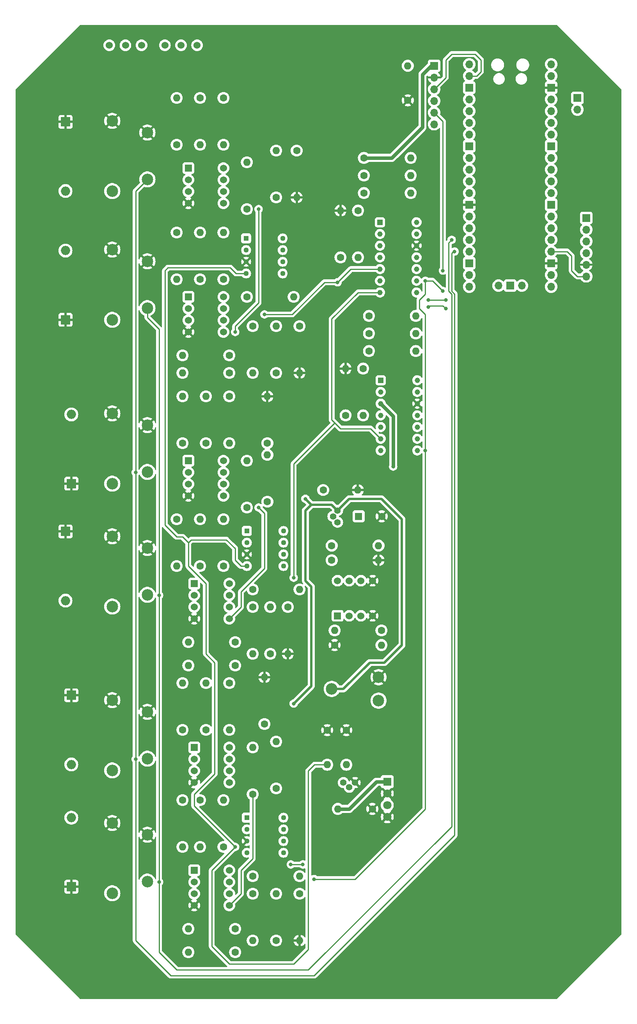
<source format=gbr>
%TF.GenerationSoftware,KiCad,Pcbnew,7.0.10*%
%TF.CreationDate,2024-03-27T11:58:10+00:00*%
%TF.ProjectId,TENG input circuitry and transmitter,54454e47-2069-46e7-9075-742063697263,rev?*%
%TF.SameCoordinates,Original*%
%TF.FileFunction,Copper,L2,Bot*%
%TF.FilePolarity,Positive*%
%FSLAX46Y46*%
G04 Gerber Fmt 4.6, Leading zero omitted, Abs format (unit mm)*
G04 Created by KiCad (PCBNEW 7.0.10) date 2024-03-27 11:58:10*
%MOMM*%
%LPD*%
G01*
G04 APERTURE LIST*
%TA.AperFunction,ComponentPad*%
%ADD10C,1.600000*%
%TD*%
%TA.AperFunction,ComponentPad*%
%ADD11O,1.600000X1.600000*%
%TD*%
%TA.AperFunction,ComponentPad*%
%ADD12R,2.000000X2.000000*%
%TD*%
%TA.AperFunction,ComponentPad*%
%ADD13O,2.000000X2.000000*%
%TD*%
%TA.AperFunction,ComponentPad*%
%ADD14R,1.524000X1.524000*%
%TD*%
%TA.AperFunction,ComponentPad*%
%ADD15C,1.524000*%
%TD*%
%TA.AperFunction,ComponentPad*%
%ADD16C,2.500000*%
%TD*%
%TA.AperFunction,ComponentPad*%
%ADD17R,1.700000X1.700000*%
%TD*%
%TA.AperFunction,ComponentPad*%
%ADD18O,1.700000X1.700000*%
%TD*%
%TA.AperFunction,ComponentPad*%
%ADD19R,1.800000X1.800000*%
%TD*%
%TA.AperFunction,ComponentPad*%
%ADD20C,1.800000*%
%TD*%
%TA.AperFunction,ComponentPad*%
%ADD21R,1.130000X1.130000*%
%TD*%
%TA.AperFunction,ComponentPad*%
%ADD22C,1.130000*%
%TD*%
%TA.AperFunction,ComponentPad*%
%ADD23C,1.400000*%
%TD*%
%TA.AperFunction,ComponentPad*%
%ADD24R,1.170000X1.170000*%
%TD*%
%TA.AperFunction,ComponentPad*%
%ADD25C,1.170000*%
%TD*%
%TA.AperFunction,ComponentPad*%
%ADD26R,1.600000X1.600000*%
%TD*%
%TA.AperFunction,ViaPad*%
%ADD27C,0.800000*%
%TD*%
%TA.AperFunction,Conductor*%
%ADD28C,0.750000*%
%TD*%
%TA.AperFunction,Conductor*%
%ADD29C,0.500000*%
%TD*%
%TA.AperFunction,Conductor*%
%ADD30C,0.250000*%
%TD*%
G04 APERTURE END LIST*
D10*
%TO.P,R7,1*%
%TO.N,ADC1_IN*%
X78105000Y-158115000D03*
D11*
%TO.P,R7,2*%
%TO.N,Net-(R7-Pad2)*%
X78105000Y-168275000D03*
%TD*%
D12*
%TO.P,C2,1*%
%TO.N,GND*%
X38735000Y-131325000D03*
D13*
%TO.P,C2,2*%
%TO.N,Teng input 3*%
X38735000Y-116325000D03*
%TD*%
D14*
%TO.P,U26,1*%
%TO.N,Net-(R76-Pad1)*%
X64135000Y-62865000D03*
D15*
%TO.P,U26,2*%
X64135000Y-65405000D03*
%TO.P,U26,3*%
%TO.N,Teng input 1*%
X64135000Y-67945000D03*
%TO.P,U26,4*%
%TO.N,GND*%
X64135000Y-70485000D03*
%TO.P,U26,5*%
%TO.N,Net-(R78-Pad2)*%
X71755000Y-70485000D03*
%TO.P,U26,6*%
%TO.N,Net-(R81-Pad2)*%
X71755000Y-67945000D03*
%TO.P,U26,7*%
X71755000Y-65405000D03*
%TO.P,U26,8*%
%TO.N,+9V*%
X71755000Y-62865000D03*
%TD*%
D10*
%TO.P,R48,1*%
%TO.N,Net-(R47-Pad2)*%
X66675000Y-86995000D03*
D11*
%TO.P,R48,2*%
%TO.N,Net-(R48-Pad2)*%
X66675000Y-76835000D03*
%TD*%
D10*
%TO.P,R49,1*%
%TO.N,Net-(R48-Pad2)*%
X61595000Y-76835000D03*
D11*
%TO.P,R49,2*%
%TO.N,Net-(R49-Pad2)*%
X61595000Y-86995000D03*
%TD*%
D10*
%TO.P,R25,1*%
%TO.N,Net-(R24-Pad2)*%
X83185000Y-230505000D03*
D11*
%TO.P,R25,2*%
%TO.N,Net-(R25-Pad2)*%
X83185000Y-220345000D03*
%TD*%
D10*
%TO.P,R22,1*%
%TO.N,Net-(R20-Pad2)*%
X62865000Y-200025000D03*
D11*
%TO.P,R22,2*%
%TO.N,Net-(R22-Pad2)*%
X62865000Y-210185000D03*
%TD*%
D10*
%TO.P,R36,1*%
%TO.N,Net-(R23-Pad2)*%
X78105000Y-198755000D03*
D11*
%TO.P,R36,2*%
%TO.N,Net-(R36-Pad2)*%
X78105000Y-188595000D03*
%TD*%
D16*
%TO.P,Sw2,1*%
%TO.N,Signal_TengGnd_2*%
X55245000Y-93245000D03*
%TO.P,Sw2,2*%
%TO.N,GND*%
X55245000Y-83085000D03*
%TO.P,Sw2,3*%
%TO.N,Teng input 2*%
X47625000Y-95785000D03*
%TO.P,Sw2,4*%
%TO.N,GND*%
X47625000Y-80545000D03*
%TD*%
D17*
%TO.P,J1,1,Pin_1*%
%TO.N,+3.3V*%
X148590000Y-47620000D03*
D18*
%TO.P,J1,2,Pin_2*%
%TO.N,RP_3.3V_IN*%
X148590000Y-50160000D03*
%TD*%
D10*
%TO.P,R4,1*%
%TO.N,Net-(R2-Pad2)*%
X61595000Y-139065000D03*
D11*
%TO.P,R4,2*%
%TO.N,Net-(R4-Pad2)*%
X61595000Y-149225000D03*
%TD*%
D12*
%TO.P,C1,1*%
%TO.N,GND*%
X37465000Y-141725000D03*
D13*
%TO.P,C1,2*%
%TO.N,Teng input 4*%
X37465000Y-156725000D03*
%TD*%
D16*
%TO.P,Pot1,1,Vout*%
%TO.N,+9V*%
X95250000Y-175895000D03*
%TO.P,Pot1,2,Vin*%
%TO.N,Battery +9V*%
X105410000Y-178435000D03*
%TO.P,Pot1,3,Ground*%
%TO.N,GND*%
X105410000Y-173355000D03*
%TD*%
D10*
%TO.P,R63,1*%
%TO.N,+3.3V*%
X103345000Y-98742500D03*
D11*
%TO.P,R63,2*%
%TO.N,TRIGGER_ADC1_-VE*%
X113505000Y-98742500D03*
%TD*%
D14*
%TO.P,U2,1*%
%TO.N,Net-(R9-Pad1)*%
X64135000Y-126365000D03*
D15*
%TO.P,U2,2*%
X64135000Y-128905000D03*
%TO.P,U2,3*%
%TO.N,Teng input 3*%
X64135000Y-131445000D03*
%TO.P,U2,4*%
%TO.N,GND*%
X64135000Y-133985000D03*
%TO.P,U2,5*%
%TO.N,Net-(R14-Pad2)*%
X71755000Y-133985000D03*
%TO.P,U2,6*%
%TO.N,Net-(R17-Pad2)*%
X71755000Y-131445000D03*
%TO.P,U2,7*%
X71755000Y-128905000D03*
%TO.P,U2,8*%
%TO.N,+9V*%
X71755000Y-126365000D03*
%TD*%
D10*
%TO.P,R54,1*%
%TO.N,+3.3V*%
X102075000Y-106362500D03*
D11*
%TO.P,R54,2*%
%TO.N,Net-(U19-+IN1)*%
X102075000Y-116522500D03*
%TD*%
D14*
%TO.P,U5,1*%
%TO.N,+1.65V*%
X96520000Y-160020000D03*
D15*
%TO.P,U5,2*%
X99060000Y-160020000D03*
%TO.P,U5,3*%
%TO.N,Net-(R50-Pad2)*%
X101600000Y-160020000D03*
%TO.P,U5,4*%
%TO.N,GND*%
X104140000Y-160020000D03*
%TO.P,U5,5*%
X104140000Y-152400000D03*
%TO.P,U5,6*%
%TO.N,Net-(U5-Pad6)*%
X101600000Y-152400000D03*
%TO.P,U5,7*%
X99060000Y-152400000D03*
%TO.P,U5,8*%
%TO.N,+3.3V*%
X96520000Y-152400000D03*
%TD*%
D14*
%TO.P,U4,1*%
%TO.N,Net-(R26-Pad1)*%
X65405000Y-188595000D03*
D15*
%TO.P,U4,2*%
X65405000Y-191135000D03*
%TO.P,U4,3*%
%TO.N,Teng input 5*%
X65405000Y-193675000D03*
%TO.P,U4,4*%
%TO.N,GND*%
X65405000Y-196215000D03*
%TO.P,U4,5*%
%TO.N,Net-(R32-Pad2)*%
X73025000Y-196215000D03*
%TO.P,U4,6*%
%TO.N,Net-(R36-Pad2)*%
X73025000Y-193675000D03*
%TO.P,U4,7*%
X73025000Y-191135000D03*
%TO.P,U4,8*%
%TO.N,+9V*%
X73025000Y-188595000D03*
%TD*%
D10*
%TO.P,R3,1*%
%TO.N,Net-(IC2-INVERTING_INPUT)*%
X78105000Y-154305000D03*
D11*
%TO.P,R3,2*%
%TO.N,Net-(IC2-OUTPUT)*%
X88265000Y-154305000D03*
%TD*%
D10*
%TO.P,R18,1*%
%TO.N,Net-(IC3-INVERTING_INPUT)*%
X71755000Y-210185000D03*
D11*
%TO.P,R18,2*%
%TO.N,Net-(R18-Pad2)*%
X71755000Y-200025000D03*
%TD*%
D10*
%TO.P,R56,1*%
%TO.N,+3.3V*%
X95250000Y-144780000D03*
D11*
%TO.P,R56,2*%
%TO.N,Net-(U17-ADJ)*%
X105410000Y-144780000D03*
%TD*%
D10*
%TO.P,R57,1*%
%TO.N,Net-(U17-ADJ)*%
X95250000Y-147955000D03*
D11*
%TO.P,R57,2*%
%TO.N,GND*%
X105410000Y-147955000D03*
%TD*%
D10*
%TO.P,R8,1*%
%TO.N,Net-(R7-Pad2)*%
X81915000Y-168275000D03*
D11*
%TO.P,R8,2*%
%TO.N,Net-(R11-Pad1)*%
X81915000Y-158115000D03*
%TD*%
D10*
%TO.P,R27,1*%
%TO.N,+1.65V*%
X74295000Y-233045000D03*
D11*
%TO.P,R27,2*%
%TO.N,Net-(R23-Pad2)*%
X64135000Y-233045000D03*
%TD*%
D17*
%TO.P,J7,1,Pin_1*%
%TO.N,RE_CLK*%
X150495000Y-73660000D03*
D18*
%TO.P,J7,2,Pin_2*%
%TO.N,RE_DT*%
X150495000Y-76200000D03*
%TO.P,J7,3,Pin_3*%
%TO.N,RE_SW*%
X150495000Y-78740000D03*
%TO.P,J7,4,Pin_4*%
%TO.N,+3.3V*%
X150495000Y-81280000D03*
%TO.P,J7,5,Pin_5*%
%TO.N,GND*%
X150495000Y-83820000D03*
%TO.P,J7,6,Pin_6*%
%TO.N,SP_2_GPIO*%
X150495000Y-86360000D03*
%TD*%
D15*
%TO.P,TB2,1,CON1*%
%TO.N,Teng input 6*%
X46975000Y-36195000D03*
%TO.P,TB2,2,CON2*%
%TO.N,Teng input 5*%
X50475000Y-36195000D03*
%TO.P,TB2,3,CON3*%
%TO.N,Teng input 4*%
X53975000Y-36195000D03*
%TD*%
%TO.P,TB1,1,CON1*%
%TO.N,Teng input 3*%
X59040000Y-36195000D03*
%TO.P,TB1,2,CON2*%
%TO.N,Teng input 2*%
X62540000Y-36195000D03*
%TO.P,TB1,3,CON3*%
%TO.N,Teng input 1*%
X66040000Y-36195000D03*
%TD*%
D14*
%TO.P,U25,1*%
%TO.N,Net-(R49-Pad2)*%
X64135000Y-90805000D03*
D15*
%TO.P,U25,2*%
X64135000Y-93345000D03*
%TO.P,U25,3*%
%TO.N,Teng input 2*%
X64135000Y-95885000D03*
%TO.P,U25,4*%
%TO.N,GND*%
X64135000Y-98425000D03*
%TO.P,U25,5*%
%TO.N,Net-(R30-Pad2)*%
X71755000Y-98425000D03*
%TO.P,U25,6*%
%TO.N,Net-(R13-Pad1)*%
X71755000Y-95885000D03*
%TO.P,U25,7*%
%TO.N,ADC0_IN*%
X71755000Y-93345000D03*
%TO.P,U25,8*%
%TO.N,+9V*%
X71755000Y-90805000D03*
%TD*%
D10*
%TO.P,R62,1*%
%TO.N,+3.3V*%
X102235000Y-64452500D03*
D11*
%TO.P,R62,2*%
%TO.N,TRIGGER_ADC1_+VE*%
X112395000Y-64452500D03*
%TD*%
D10*
%TO.P,R16,1*%
%TO.N,Net-(R15-Pad2)*%
X81280000Y-122555000D03*
D11*
%TO.P,R16,2*%
%TO.N,GND*%
X81280000Y-112395000D03*
%TD*%
D10*
%TO.P,R12,1*%
%TO.N,Net-(R12-Pad1)*%
X67945000Y-122555000D03*
D11*
%TO.P,R12,2*%
%TO.N,Net-(R12-Pad2)*%
X67945000Y-112395000D03*
%TD*%
D14*
%TO.P,U3,1*%
%TO.N,Net-(R22-Pad2)*%
X65405000Y-215265000D03*
D15*
%TO.P,U3,2*%
X65405000Y-217805000D03*
%TO.P,U3,3*%
%TO.N,Teng input 6*%
X65405000Y-220345000D03*
%TO.P,U3,4*%
%TO.N,GND*%
X65405000Y-222885000D03*
%TO.P,U3,5*%
%TO.N,Net-(R23-Pad2)*%
X73025000Y-222885000D03*
%TO.P,U3,6*%
%TO.N,Net-(R25-Pad2)*%
X73025000Y-220345000D03*
%TO.P,U3,7*%
%TO.N,ADC2_IN*%
X73025000Y-217805000D03*
%TO.P,U3,8*%
%TO.N,+9V*%
X73025000Y-215265000D03*
%TD*%
D12*
%TO.P,C6,1*%
%TO.N,GND*%
X37465000Y-52825000D03*
D13*
%TO.P,C6,2*%
%TO.N,Teng input 1*%
X37465000Y-67825000D03*
%TD*%
D12*
%TO.P,C3,1*%
%TO.N,GND*%
X38735000Y-218835000D03*
D13*
%TO.P,C3,2*%
%TO.N,Teng input 6*%
X38735000Y-203835000D03*
%TD*%
D10*
%TO.P,R19,1*%
%TO.N,Net-(R19-Pad1)*%
X83185000Y-107315000D03*
D11*
%TO.P,R19,2*%
%TO.N,Net-(R13-Pad1)*%
X83185000Y-97155000D03*
%TD*%
D10*
%TO.P,R17,1*%
%TO.N,Net-(R10-Pad2)*%
X76835000Y-136525000D03*
D11*
%TO.P,R17,2*%
%TO.N,Net-(R17-Pad2)*%
X76835000Y-126365000D03*
%TD*%
D14*
%TO.P,U1,1*%
%TO.N,Net-(R4-Pad2)*%
X65405000Y-153035000D03*
D15*
%TO.P,U1,2*%
X65405000Y-155575000D03*
%TO.P,U1,3*%
%TO.N,Teng input 4*%
X65405000Y-158115000D03*
%TO.P,U1,4*%
%TO.N,GND*%
X65405000Y-160655000D03*
%TO.P,U1,5*%
%TO.N,Net-(R10-Pad2)*%
X73025000Y-160655000D03*
%TO.P,U1,6*%
%TO.N,Net-(R11-Pad1)*%
X73025000Y-158115000D03*
%TO.P,U1,7*%
%TO.N,ADC1_IN*%
X73025000Y-155575000D03*
%TO.P,U1,8*%
%TO.N,+9V*%
X73025000Y-153035000D03*
%TD*%
D16*
%TO.P,Sw5,1*%
%TO.N,Signal_TengGnd_2*%
X55245000Y-217705000D03*
%TO.P,Sw5,2*%
%TO.N,GND*%
X55245000Y-207545000D03*
%TO.P,Sw5,3*%
%TO.N,Teng input 6*%
X47625000Y-220245000D03*
%TO.P,Sw5,4*%
%TO.N,GND*%
X47625000Y-205005000D03*
%TD*%
D10*
%TO.P,R52,1*%
%TO.N,+3.3V*%
X100965000Y-72072500D03*
D11*
%TO.P,R52,2*%
%TO.N,Net-(U18--IN1)*%
X100965000Y-82232500D03*
%TD*%
D10*
%TO.P,R15,1*%
%TO.N,Net-(R14-Pad2)*%
X81280000Y-135255000D03*
D11*
%TO.P,R15,2*%
%TO.N,Net-(R15-Pad2)*%
X81280000Y-125095000D03*
%TD*%
D19*
%TO.P,J2,1,1*%
%TO.N,Battery -9V 1*%
X107315000Y-196040000D03*
D20*
%TO.P,J2,2,2*%
%TO.N,GND*%
X107315000Y-198580000D03*
%TO.P,J2,3,3*%
%TO.N,Battery +9V*%
X107315000Y-201120000D03*
%TO.P,J2,4,4*%
%TO.N,GND*%
X107315000Y-203660000D03*
%TD*%
D10*
%TO.P,C9,1*%
%TO.N,GND*%
X98425000Y-184845000D03*
D11*
%TO.P,C9,2*%
%TO.N,-5V*%
X98425000Y-192345000D03*
%TD*%
D10*
%TO.P,R14,1*%
%TO.N,Net-(R12-Pad2)*%
X73025000Y-112395000D03*
D11*
%TO.P,R14,2*%
%TO.N,Net-(R14-Pad2)*%
X73025000Y-122555000D03*
%TD*%
D10*
%TO.P,R13,1*%
%TO.N,Net-(R13-Pad1)*%
X88265000Y-97155000D03*
D11*
%TO.P,R13,2*%
%TO.N,GND*%
X88265000Y-107315000D03*
%TD*%
D10*
%TO.P,R51,1*%
%TO.N,GND*%
X95885000Y-166370000D03*
D11*
%TO.P,R51,2*%
%TO.N,Net-(R50-Pad2)*%
X106045000Y-166370000D03*
%TD*%
D21*
%TO.P,IC3,1,OFFSET_NULL_1*%
%TO.N,unconnected-(IC3-OFFSET_NULL_1-Pad1)*%
X76835000Y-203835000D03*
D22*
%TO.P,IC3,2,INVERTING_INPUT*%
%TO.N,Net-(IC3-INVERTING_INPUT)*%
X76835000Y-206375000D03*
%TO.P,IC3,3,NON_INVERTING_INPUT*%
%TO.N,GND*%
X76835000Y-208915000D03*
%TO.P,IC3,4,V-*%
%TO.N,-5V*%
X76835000Y-211455000D03*
%TO.P,IC3,5,OFFSET_NULL_2*%
%TO.N,unconnected-(IC3-OFFSET_NULL_2-Pad5)*%
X84775000Y-211455000D03*
%TO.P,IC3,6,OUTPUT*%
%TO.N,Net-(IC3-OUTPUT)*%
X84775000Y-208915000D03*
%TO.P,IC3,7,V+*%
%TO.N,+9V*%
X84775000Y-206375000D03*
%TO.P,IC3,8,NC*%
%TO.N,unconnected-(IC3-NC-Pad8)*%
X84775000Y-203835000D03*
%TD*%
D10*
%TO.P,R11,1*%
%TO.N,Net-(R11-Pad1)*%
X85725000Y-158115000D03*
D11*
%TO.P,R11,2*%
%TO.N,GND*%
X85725000Y-168275000D03*
%TD*%
D10*
%TO.P,C10,1*%
%TO.N,GND*%
X94275000Y-184845000D03*
D11*
%TO.P,C10,2*%
%TO.N,-5V*%
X94275000Y-192345000D03*
%TD*%
D10*
%TO.P,R24,1*%
%TO.N,ADC2_IN*%
X78105000Y-220345000D03*
D11*
%TO.P,R24,2*%
%TO.N,Net-(R24-Pad2)*%
X78105000Y-230505000D03*
%TD*%
D10*
%TO.P,R5,1*%
%TO.N,Net-(IC2-OUTPUT)*%
X74295000Y-165735000D03*
D11*
%TO.P,R5,2*%
%TO.N,Net-(R10-Pad2)*%
X64135000Y-165735000D03*
%TD*%
D10*
%TO.P,R23,1*%
%TO.N,Net-(IC3-OUTPUT)*%
X74295000Y-227965000D03*
D11*
%TO.P,R23,2*%
%TO.N,Net-(R23-Pad2)*%
X64135000Y-227965000D03*
%TD*%
D10*
%TO.P,R65,1*%
%TO.N,+3.3V*%
X103345000Y-102552500D03*
D11*
%TO.P,R65,2*%
%TO.N,TRIGGER_ADC2_-VE*%
X113505000Y-102552500D03*
%TD*%
D23*
%TO.P,U17,1,ADJ*%
%TO.N,Net-(U17-ADJ)*%
X96520000Y-139700000D03*
%TO.P,U17,2,VO*%
%TO.N,+3.3V*%
X95520000Y-138430000D03*
%TO.P,U17,3,VI*%
%TO.N,+9V*%
X96520000Y-137160000D03*
%TD*%
D10*
%TO.P,R20,1*%
%TO.N,Net-(R18-Pad2)*%
X66675000Y-200025000D03*
D11*
%TO.P,R20,2*%
%TO.N,Net-(R20-Pad2)*%
X66675000Y-210185000D03*
%TD*%
D12*
%TO.P,C4,1*%
%TO.N,GND*%
X38735000Y-177285000D03*
D13*
%TO.P,C4,2*%
%TO.N,Teng input 5*%
X38735000Y-192285000D03*
%TD*%
D10*
%TO.P,R55,1*%
%TO.N,Net-(U19-+IN1)*%
X98265000Y-116522500D03*
D11*
%TO.P,R55,2*%
%TO.N,GND*%
X98265000Y-106362500D03*
%TD*%
D21*
%TO.P,IC1,1,OFFSET_NULL_1*%
%TO.N,unconnected-(IC1-OFFSET_NULL_1-Pad1)*%
X76675000Y-78105000D03*
D22*
%TO.P,IC1,2,INVERTING_INPUT*%
%TO.N,Net-(IC1-INVERTING_INPUT)*%
X76675000Y-80645000D03*
%TO.P,IC1,3,NON_INVERTING_INPUT*%
%TO.N,GND*%
X76675000Y-83185000D03*
%TO.P,IC1,4,V-*%
%TO.N,-5V*%
X76675000Y-85725000D03*
%TO.P,IC1,5,OFFSET_NULL_2*%
%TO.N,unconnected-(IC1-OFFSET_NULL_2-Pad5)*%
X84615000Y-85725000D03*
%TO.P,IC1,6,OUTPUT*%
%TO.N,Net-(IC1-OUTPUT)*%
X84615000Y-83185000D03*
%TO.P,IC1,7,V+*%
%TO.N,+9V*%
X84615000Y-80645000D03*
%TO.P,IC1,8,NC*%
%TO.N,unconnected-(IC1-NC-Pad8)*%
X84615000Y-78105000D03*
%TD*%
D10*
%TO.P,R29,1*%
%TO.N,Net-(R25-Pad2)*%
X88265000Y-220345000D03*
D11*
%TO.P,R29,2*%
%TO.N,GND*%
X88265000Y-230505000D03*
%TD*%
D10*
%TO.P,R2,1*%
%TO.N,Net-(R1-Pad2)*%
X66675000Y-149225000D03*
D11*
%TO.P,R2,2*%
%TO.N,Net-(R2-Pad2)*%
X66675000Y-139065000D03*
%TD*%
D10*
%TO.P,R81,1*%
%TO.N,Net-(R30-Pad2)*%
X76835000Y-71755000D03*
D11*
%TO.P,R81,2*%
%TO.N,Net-(R81-Pad2)*%
X76835000Y-61595000D03*
%TD*%
D18*
%TO.P,U21,1,GPIO0*%
%TO.N,TX*%
X125095000Y-40322500D03*
%TO.P,U21,2,GPIO1*%
%TO.N,RX*%
X125095000Y-42862500D03*
D17*
%TO.P,U21,3,GND*%
%TO.N,unconnected-(U21-GND-Pad3)*%
X125095000Y-45402500D03*
D18*
%TO.P,U21,4,GPIO2*%
%TO.N,unconnected-(U21-GPIO2-Pad4)*%
X125095000Y-47942500D03*
%TO.P,U21,5,GPIO3*%
%TO.N,unconnected-(U21-GPIO3-Pad5)*%
X125095000Y-50482500D03*
%TO.P,U21,6,GPIO4*%
%TO.N,SP_1_GPIO*%
X125095000Y-53022500D03*
%TO.P,U21,7,GPIO5*%
%TO.N,unconnected-(U21-GPIO5-Pad7)*%
X125095000Y-55562500D03*
D17*
%TO.P,U21,8,GND*%
%TO.N,unconnected-(U21-GND-Pad8)*%
X125095000Y-58102500D03*
D18*
%TO.P,U21,9,GPIO6*%
%TO.N,TRIGGER_ADC0_+VE*%
X125095000Y-60642500D03*
%TO.P,U21,10,GPIO7*%
%TO.N,TRIGGER_ADC1_+VE*%
X125095000Y-63182500D03*
%TO.P,U21,11,GPIO8*%
%TO.N,TRIGGER_ADC2_+VE*%
X125095000Y-65722500D03*
%TO.P,U21,12,GPIO9*%
%TO.N,TRIGGER_ADC0_-VE*%
X125095000Y-68262500D03*
D17*
%TO.P,U21,13,GND*%
%TO.N,GND*%
X125095000Y-70802500D03*
D18*
%TO.P,U21,14,GPIO10*%
%TO.N,TRIGGER_ADC1_-VE*%
X125095000Y-73342500D03*
%TO.P,U21,15,GPIO11*%
%TO.N,TRIGGER_ADC2_-VE*%
X125095000Y-75882500D03*
%TO.P,U21,16,GPIO12*%
%TO.N,Signal_TengGnd_2*%
X125095000Y-78422500D03*
%TO.P,U21,17,GPIO13*%
%TO.N,Signal_TengGnd_1*%
X125095000Y-80962500D03*
D17*
%TO.P,U21,18,GND*%
%TO.N,unconnected-(U21-GND-Pad18)*%
X125095000Y-83502500D03*
D18*
%TO.P,U21,19,GPIO14*%
%TO.N,Set*%
X125095000Y-86042500D03*
%TO.P,U21,20,GPIO15*%
%TO.N,unconnected-(U21-GPIO15-Pad20)*%
X125095000Y-88582500D03*
%TO.P,U21,21,GPIO16*%
%TO.N,unconnected-(U21-GPIO16-Pad21)*%
X142875000Y-88582500D03*
%TO.P,U21,22,GPIO17*%
%TO.N,unconnected-(U21-GPIO17-Pad22)*%
X142875000Y-86042500D03*
D17*
%TO.P,U21,23,GND*%
%TO.N,GND*%
X142875000Y-83502500D03*
D18*
%TO.P,U21,24,GPIO18*%
%TO.N,SP_2_GPIO*%
X142875000Y-80962500D03*
%TO.P,U21,25,GPIO19*%
%TO.N,RE_SW*%
X142875000Y-78422500D03*
%TO.P,U21,26,GPIO20*%
%TO.N,RE_DT*%
X142875000Y-75882500D03*
%TO.P,U21,27,GPIO21*%
%TO.N,RE_CLK*%
X142875000Y-73342500D03*
D17*
%TO.P,U21,28,GND*%
%TO.N,unconnected-(U21-GND-Pad28)*%
X142875000Y-70802500D03*
D18*
%TO.P,U21,29,GPIO22*%
%TO.N,unconnected-(U21-GPIO22-Pad29)*%
X142875000Y-68262500D03*
%TO.P,U21,30,RUN*%
%TO.N,unconnected-(U21-RUN-Pad30)*%
X142875000Y-65722500D03*
%TO.P,U21,31,GPIO26_ADC0*%
%TO.N,ADC0_IN*%
X142875000Y-63182500D03*
%TO.P,U21,32,GPIO27_ADC1*%
%TO.N,ADC1_IN*%
X142875000Y-60642500D03*
D17*
%TO.P,U21,33,AGND*%
%TO.N,unconnected-(U21-AGND-Pad33)*%
X142875000Y-58102500D03*
D18*
%TO.P,U21,34,GPIO28_ADC2*%
%TO.N,ADC2_IN*%
X142875000Y-55562500D03*
%TO.P,U21,35,ADC_VREF*%
%TO.N,RP_3.3V_IN*%
X142875000Y-53022500D03*
%TO.P,U21,36,3V3*%
X142875000Y-50482500D03*
%TO.P,U21,37,3V3_EN*%
%TO.N,unconnected-(U21-3V3_EN-Pad37)*%
X142875000Y-47942500D03*
D17*
%TO.P,U21,38,GND*%
%TO.N,GND*%
X142875000Y-45402500D03*
D18*
%TO.P,U21,39,VSYS*%
%TO.N,unconnected-(U21-VSYS-Pad39)*%
X142875000Y-42862500D03*
%TO.P,U21,40,VBUS*%
%TO.N,unconnected-(U21-VBUS-Pad40)*%
X142875000Y-40322500D03*
%TO.P,U21,41,SWCLK*%
%TO.N,unconnected-(U21-SWCLK-Pad41)*%
X131445000Y-88352500D03*
D17*
%TO.P,U21,42,GND*%
%TO.N,unconnected-(U21-GND-Pad42)*%
X133985000Y-88352500D03*
D18*
%TO.P,U21,43,SWDIO*%
%TO.N,unconnected-(U21-SWDIO-Pad43)*%
X136525000Y-88352500D03*
%TD*%
D10*
%TO.P,R60,1*%
%TO.N,+3.3V*%
X102235000Y-60642500D03*
D11*
%TO.P,R60,2*%
%TO.N,TRIGGER_ADC0_+VE*%
X112395000Y-60642500D03*
%TD*%
D12*
%TO.P,C5,1*%
%TO.N,GND*%
X37465000Y-95765000D03*
D13*
%TO.P,C5,2*%
%TO.N,Teng input 2*%
X37465000Y-80765000D03*
%TD*%
D21*
%TO.P,IC2,1,OFFSET_NULL_1*%
%TO.N,unconnected-(IC2-OFFSET_NULL_1-Pad1)*%
X76835000Y-141605000D03*
D22*
%TO.P,IC2,2,INVERTING_INPUT*%
%TO.N,Net-(IC2-INVERTING_INPUT)*%
X76835000Y-144145000D03*
%TO.P,IC2,3,NON_INVERTING_INPUT*%
%TO.N,GND*%
X76835000Y-146685000D03*
%TO.P,IC2,4,V-*%
%TO.N,-5V*%
X76835000Y-149225000D03*
%TO.P,IC2,5,OFFSET_NULL_2*%
%TO.N,unconnected-(IC2-OFFSET_NULL_2-Pad5)*%
X84775000Y-149225000D03*
%TO.P,IC2,6,OUTPUT*%
%TO.N,Net-(IC2-OUTPUT)*%
X84775000Y-146685000D03*
%TO.P,IC2,7,V+*%
%TO.N,+9V*%
X84775000Y-144145000D03*
%TO.P,IC2,8,NC*%
%TO.N,unconnected-(IC2-NC-Pad8)*%
X84775000Y-141605000D03*
%TD*%
D10*
%TO.P,R80,1*%
%TO.N,Net-(R79-Pad2)*%
X87645000Y-59055000D03*
D11*
%TO.P,R80,2*%
%TO.N,GND*%
X87645000Y-69215000D03*
%TD*%
D10*
%TO.P,R53,1*%
%TO.N,Net-(U18--IN1)*%
X97155000Y-82232500D03*
D11*
%TO.P,R53,2*%
%TO.N,GND*%
X97155000Y-72072500D03*
%TD*%
D16*
%TO.P,Sw4,1*%
%TO.N,Signal_TengGnd_1*%
X55245000Y-128805000D03*
%TO.P,Sw4,2*%
%TO.N,GND*%
X55245000Y-118645000D03*
%TO.P,Sw4,3*%
%TO.N,Teng input 3*%
X47625000Y-131345000D03*
%TO.P,Sw4,4*%
%TO.N,GND*%
X47625000Y-116105000D03*
%TD*%
D10*
%TO.P,R32,1*%
%TO.N,Net-(R31-Pad2)*%
X73025000Y-174625000D03*
D11*
%TO.P,R32,2*%
%TO.N,Net-(R32-Pad2)*%
X73025000Y-184785000D03*
%TD*%
D10*
%TO.P,R26,1*%
%TO.N,Net-(R26-Pad1)*%
X62865000Y-184785000D03*
D11*
%TO.P,R26,2*%
%TO.N,Net-(R26-Pad2)*%
X62865000Y-174625000D03*
%TD*%
D10*
%TO.P,C7,1*%
%TO.N,GND*%
X104080000Y-201930000D03*
D11*
%TO.P,C7,2*%
%TO.N,Battery -9V 1*%
X96580000Y-201930000D03*
%TD*%
D16*
%TO.P,Sw1,1*%
%TO.N,Signal_TengGnd_1*%
X55245000Y-65305000D03*
%TO.P,Sw1,2*%
%TO.N,GND*%
X55245000Y-55145000D03*
%TO.P,Sw1,3*%
%TO.N,Teng input 1*%
X47625000Y-67845000D03*
%TO.P,Sw1,4*%
%TO.N,GND*%
X47625000Y-52605000D03*
%TD*%
D10*
%TO.P,R6,1*%
%TO.N,Net-(IC1-INVERTING_INPUT)*%
X76835000Y-90805000D03*
D11*
%TO.P,R6,2*%
%TO.N,Net-(IC1-OUTPUT)*%
X86995000Y-90805000D03*
%TD*%
D10*
%TO.P,R28,1*%
%TO.N,ADC0_IN*%
X78105000Y-97155000D03*
D11*
%TO.P,R28,2*%
%TO.N,Net-(R19-Pad1)*%
X78105000Y-107315000D03*
%TD*%
D10*
%TO.P,R79,1*%
%TO.N,Net-(R78-Pad2)*%
X83185000Y-69215000D03*
D11*
%TO.P,R79,2*%
%TO.N,Net-(R79-Pad2)*%
X83185000Y-59055000D03*
%TD*%
D10*
%TO.P,R30,1*%
%TO.N,Net-(IC1-OUTPUT)*%
X73025000Y-103505000D03*
D11*
%TO.P,R30,2*%
%TO.N,Net-(R30-Pad2)*%
X62865000Y-103505000D03*
%TD*%
D23*
%TO.P,U16,1,GND*%
%TO.N,GND*%
X100330000Y-196215000D03*
%TO.P,U16,2,VI*%
%TO.N,Battery -9V 1*%
X99060000Y-197215000D03*
%TO.P,U16,3,VO*%
%TO.N,-5V*%
X97790000Y-196215000D03*
%TD*%
D16*
%TO.P,Sw6,1*%
%TO.N,Signal_TengGnd_1*%
X55245000Y-191035000D03*
%TO.P,Sw6,2*%
%TO.N,GND*%
X55245000Y-180875000D03*
%TO.P,Sw6,3*%
%TO.N,Teng input 5*%
X47625000Y-193575000D03*
%TO.P,Sw6,4*%
%TO.N,GND*%
X47625000Y-178335000D03*
%TD*%
D10*
%TO.P,C11,1*%
%TO.N,+3.3V*%
X93405000Y-132715000D03*
D11*
%TO.P,C11,2*%
%TO.N,GND*%
X100905000Y-132715000D03*
%TD*%
D10*
%TO.P,R64,1*%
%TO.N,+3.3V*%
X102235000Y-68262500D03*
D11*
%TO.P,R64,2*%
%TO.N,TRIGGER_ADC2_+VE*%
X112395000Y-68262500D03*
%TD*%
D10*
%TO.P,R77,1*%
%TO.N,Net-(R76-Pad2)*%
X66675000Y-47625000D03*
D11*
%TO.P,R77,2*%
%TO.N,Net-(R77-Pad2)*%
X66675000Y-57785000D03*
%TD*%
D24*
%TO.P,U19,1,OUT2*%
%TO.N,TRIGGER_ADC1_-VE*%
X105885000Y-108902500D03*
D25*
%TO.P,U19,2,OUT1*%
%TO.N,TRIGGER_ADC0_-VE*%
X105885000Y-111442500D03*
%TO.P,U19,3,V+*%
%TO.N,+3.3V*%
X105885000Y-113982500D03*
%TO.P,U19,4,-IN1*%
%TO.N,ADC0_IN*%
X105885000Y-116522500D03*
%TO.P,U19,5,+IN1*%
%TO.N,Net-(U19-+IN1)*%
X105885000Y-119062500D03*
%TO.P,U19,6,-IN2*%
%TO.N,ADC1_IN*%
X105885000Y-121602500D03*
%TO.P,U19,7,+IN2*%
%TO.N,Net-(U19-+IN1)*%
X105885000Y-124142500D03*
%TO.P,U19,8,-IN3*%
%TO.N,ADC2_IN*%
X113825000Y-124142500D03*
%TO.P,U19,9,+IN3*%
%TO.N,Net-(U19-+IN1)*%
X113825000Y-121602500D03*
%TO.P,U19,10,-IN4*%
%TO.N,unconnected-(U19--IN4-Pad10)*%
X113825000Y-119062500D03*
%TO.P,U19,11,+IN4*%
%TO.N,unconnected-(U19-+IN4-Pad11)*%
X113825000Y-116522500D03*
%TO.P,U19,12,GND*%
%TO.N,GND*%
X113825000Y-113982500D03*
%TO.P,U19,13,OUT4*%
%TO.N,unconnected-(U19-OUT4-Pad13)*%
X113825000Y-111442500D03*
%TO.P,U19,14,OUT3*%
%TO.N,TRIGGER_ADC2_-VE*%
X113825000Y-108902500D03*
%TD*%
D10*
%TO.P,R47,1*%
%TO.N,Net-(IC1-INVERTING_INPUT)*%
X71755000Y-86995000D03*
D11*
%TO.P,R47,2*%
%TO.N,Net-(R47-Pad2)*%
X71755000Y-76835000D03*
%TD*%
D10*
%TO.P,R10,1*%
%TO.N,+1.65V*%
X74295000Y-170815000D03*
D11*
%TO.P,R10,2*%
%TO.N,Net-(R10-Pad2)*%
X64135000Y-170815000D03*
%TD*%
D16*
%TO.P,Sw3,1*%
%TO.N,Signal_TengGnd_2*%
X55245000Y-155475000D03*
%TO.P,Sw3,2*%
%TO.N,GND*%
X55245000Y-145315000D03*
%TO.P,Sw3,3*%
%TO.N,Teng input 4*%
X47625000Y-158015000D03*
%TO.P,Sw3,4*%
%TO.N,GND*%
X47625000Y-142775000D03*
%TD*%
D10*
%TO.P,R78,1*%
%TO.N,Net-(R77-Pad2)*%
X71755000Y-47625000D03*
D11*
%TO.P,R78,2*%
%TO.N,Net-(R78-Pad2)*%
X71755000Y-57785000D03*
%TD*%
D10*
%TO.P,R34,1*%
%TO.N,Net-(R32-Pad2)*%
X83185000Y-197485000D03*
D11*
%TO.P,R34,2*%
%TO.N,Net-(R34-Pad2)*%
X83185000Y-187325000D03*
%TD*%
D10*
%TO.P,C12,1*%
%TO.N,GND*%
X111760000Y-48140000D03*
D11*
%TO.P,C12,2*%
%TO.N,+3.3V*%
X111760000Y-40640000D03*
%TD*%
D24*
%TO.P,U18,1,OUT2*%
%TO.N,TRIGGER_ADC1_+VE*%
X105725000Y-74612500D03*
D25*
%TO.P,U18,2,OUT1*%
%TO.N,TRIGGER_ADC0_+VE*%
X105725000Y-77152500D03*
%TO.P,U18,3,V+*%
%TO.N,+3.3V*%
X105725000Y-79692500D03*
%TO.P,U18,4,-IN1*%
%TO.N,Net-(U18--IN1)*%
X105725000Y-82232500D03*
%TO.P,U18,5,+IN1*%
%TO.N,ADC0_IN*%
X105725000Y-84772500D03*
%TO.P,U18,6,-IN2*%
%TO.N,Net-(U18--IN1)*%
X105725000Y-87312500D03*
%TO.P,U18,7,+IN2*%
%TO.N,ADC1_IN*%
X105725000Y-89852500D03*
%TO.P,U18,8,-IN3*%
%TO.N,Net-(U18--IN1)*%
X113665000Y-89852500D03*
%TO.P,U18,9,+IN3*%
%TO.N,ADC2_IN*%
X113665000Y-87312500D03*
%TO.P,U18,10,-IN4*%
%TO.N,unconnected-(U18--IN4-Pad10)*%
X113665000Y-84772500D03*
%TO.P,U18,11,+IN4*%
%TO.N,unconnected-(U18-+IN4-Pad11)*%
X113665000Y-82232500D03*
%TO.P,U18,12,GND*%
%TO.N,GND*%
X113665000Y-79692500D03*
%TO.P,U18,13,OUT4*%
%TO.N,unconnected-(U18-OUT4-Pad13)*%
X113665000Y-77152500D03*
%TO.P,U18,14,OUT3*%
%TO.N,TRIGGER_ADC2_+VE*%
X113665000Y-74612500D03*
%TD*%
D10*
%TO.P,R35,1*%
%TO.N,Net-(R34-Pad2)*%
X80645000Y-183515000D03*
D11*
%TO.P,R35,2*%
%TO.N,GND*%
X80645000Y-173355000D03*
%TD*%
D26*
%TO.P,C8,1*%
%TO.N,+9V*%
X101102349Y-138430000D03*
D10*
%TO.P,C8,2*%
%TO.N,GND*%
X106102349Y-138430000D03*
%TD*%
%TO.P,R50,1*%
%TO.N,+3.3V*%
X106045000Y-163195000D03*
D11*
%TO.P,R50,2*%
%TO.N,Net-(R50-Pad2)*%
X95885000Y-163195000D03*
%TD*%
D10*
%TO.P,R76,1*%
%TO.N,Net-(R76-Pad1)*%
X61595000Y-57785000D03*
D11*
%TO.P,R76,2*%
%TO.N,Net-(R76-Pad2)*%
X61595000Y-47625000D03*
%TD*%
D10*
%TO.P,R61,1*%
%TO.N,+3.3V*%
X103345000Y-94932500D03*
D11*
%TO.P,R61,2*%
%TO.N,TRIGGER_ADC0_-VE*%
X113505000Y-94932500D03*
%TD*%
D17*
%TO.P,J6,1,Pin_1*%
%TO.N,+3.3V*%
X117475000Y-40640000D03*
D18*
%TO.P,J6,2,Pin_2*%
%TO.N,GND*%
X117475000Y-43180000D03*
%TO.P,J6,3,Pin_3*%
%TO.N,RX*%
X117475000Y-45720000D03*
%TO.P,J6,4,Pin_4*%
%TO.N,TX*%
X117475000Y-48260000D03*
%TO.P,J6,5,Pin_5*%
%TO.N,Set*%
X117475000Y-50800000D03*
%TO.P,J6,6,Pin_6*%
%TO.N,SP_1_GPIO*%
X117475000Y-53340000D03*
%TD*%
D10*
%TO.P,R1,1*%
%TO.N,Net-(IC2-INVERTING_INPUT)*%
X71755000Y-149225000D03*
D11*
%TO.P,R1,2*%
%TO.N,Net-(R1-Pad2)*%
X71755000Y-139065000D03*
%TD*%
D10*
%TO.P,R21,1*%
%TO.N,Net-(IC3-INVERTING_INPUT)*%
X78105000Y-216535000D03*
D11*
%TO.P,R21,2*%
%TO.N,Net-(IC3-OUTPUT)*%
X88265000Y-216535000D03*
%TD*%
D10*
%TO.P,R31,1*%
%TO.N,Net-(R26-Pad2)*%
X67945000Y-184785000D03*
D11*
%TO.P,R31,2*%
%TO.N,Net-(R31-Pad2)*%
X67945000Y-174625000D03*
%TD*%
D10*
%TO.P,R9,1*%
%TO.N,Net-(R9-Pad1)*%
X62865000Y-122555000D03*
D11*
%TO.P,R9,2*%
%TO.N,Net-(R12-Pad1)*%
X62865000Y-112395000D03*
%TD*%
D10*
%TO.P,R33,1*%
%TO.N,+1.65V*%
X73025000Y-107315000D03*
D11*
%TO.P,R33,2*%
%TO.N,Net-(R30-Pad2)*%
X62865000Y-107315000D03*
%TD*%
D27*
%TO.N,+9V*%
X86995000Y-179070000D03*
X89535000Y-134620000D03*
%TO.N,-5V*%
X74295000Y-210185000D03*
%TO.N,+3.3V*%
X108585000Y-127635000D03*
%TO.N,Set*%
X119380000Y-85090000D03*
%TO.N,Net-(R10-Pad2)*%
X79375000Y-136525000D03*
%TO.N,ADC1_IN*%
X116205000Y-91440000D03*
X120015000Y-91440000D03*
X86995000Y-151765000D03*
%TO.N,ADC2_IN*%
X91440000Y-217170000D03*
X115570000Y-87312500D03*
X119380000Y-89535000D03*
X86360000Y-213995000D03*
X115570000Y-124142500D03*
X88990000Y-213995000D03*
%TO.N,ADC0_IN*%
X96520000Y-87630000D03*
X80645000Y-94615000D03*
X116205000Y-93027500D03*
X120015000Y-93345000D03*
%TO.N,Net-(R30-Pad2)*%
X74295000Y-98425000D03*
X79375000Y-71755000D03*
%TO.N,Signal_TengGnd_1*%
X121920000Y-80962500D03*
X52705000Y-191135000D03*
X52705000Y-128905000D03*
%TO.N,Signal_TengGnd_2*%
X57785000Y-217805000D03*
X121285000Y-78422500D03*
X57785000Y-155575000D03*
%TD*%
D28*
%TO.N,Battery -9V 1*%
X99060000Y-201930000D02*
X96580000Y-201930000D01*
X104950000Y-196040000D02*
X99060000Y-201930000D01*
X107315000Y-196040000D02*
X104950000Y-196040000D01*
D29*
%TO.N,+9V*%
X92075000Y-135890000D02*
X90805000Y-135890000D01*
X103505000Y-170180000D02*
X106680000Y-170180000D01*
X106680000Y-170180000D02*
X110490000Y-166370000D01*
X89535000Y-152400000D02*
X90805000Y-153670000D01*
X90805000Y-135890000D02*
X89535000Y-137160000D01*
X89535000Y-137160000D02*
X89535000Y-152400000D01*
X96520000Y-137160000D02*
X95250000Y-135890000D01*
X99060000Y-134620000D02*
X96520000Y-137160000D01*
X110490000Y-166370000D02*
X110490000Y-139065000D01*
X110490000Y-139065000D02*
X106045000Y-134620000D01*
X106045000Y-134620000D02*
X99060000Y-134620000D01*
X90805000Y-135890000D02*
X89535000Y-134620000D01*
X86995000Y-179070000D02*
X90805000Y-175260000D01*
X97790000Y-175895000D02*
X103505000Y-170180000D01*
X95250000Y-175895000D02*
X97790000Y-175895000D01*
X95250000Y-135890000D02*
X92075000Y-135890000D01*
X90805000Y-153670000D02*
X90805000Y-175260000D01*
D30*
%TO.N,-5V*%
X62865000Y-142875000D02*
X61595000Y-142875000D01*
X74295000Y-210185000D02*
X65405000Y-201295000D01*
X86995000Y-235585000D02*
X73025000Y-235585000D01*
X64770000Y-143510000D02*
X64135000Y-144145000D01*
X76675000Y-85725000D02*
X74495000Y-85725000D01*
X69215000Y-215265000D02*
X74295000Y-210185000D01*
X64135000Y-144145000D02*
X62865000Y-142875000D01*
X76835000Y-149225000D02*
X75565000Y-149225000D01*
X91500000Y-192345000D02*
X90170000Y-193675000D01*
X90170000Y-193675000D02*
X90170000Y-212090000D01*
X69215000Y-231775000D02*
X69215000Y-215265000D01*
X59690000Y-84455000D02*
X73225000Y-84455000D01*
X94275000Y-192345000D02*
X91500000Y-192345000D01*
X72390000Y-143510000D02*
X64770000Y-143510000D01*
X73025000Y-235585000D02*
X69215000Y-231775000D01*
X74295000Y-145415000D02*
X72390000Y-143510000D01*
X69850000Y-170180000D02*
X67945000Y-168275000D01*
X59055000Y-85090000D02*
X59690000Y-84455000D01*
X65405000Y-201295000D02*
X65405000Y-198755000D01*
X90170000Y-232410000D02*
X86995000Y-235585000D01*
X64135000Y-149225000D02*
X64135000Y-144780000D01*
X74495000Y-85725000D02*
X73225000Y-84455000D01*
X59055000Y-140335000D02*
X59055000Y-85090000D01*
X74295000Y-147955000D02*
X74295000Y-145415000D01*
X61595000Y-142875000D02*
X59055000Y-140335000D01*
X69850000Y-194310000D02*
X69850000Y-170180000D01*
X90170000Y-212090000D02*
X90170000Y-232410000D01*
X67945000Y-153035000D02*
X64135000Y-149225000D01*
X67945000Y-168275000D02*
X67945000Y-153035000D01*
X65405000Y-198755000D02*
X69850000Y-194310000D01*
X64135000Y-144780000D02*
X64135000Y-144145000D01*
X75565000Y-149225000D02*
X74295000Y-147955000D01*
%TO.N,+3.3V*%
X116840000Y-40640000D02*
X117475000Y-40640000D01*
D28*
X114935000Y-53975000D02*
X114935000Y-42545000D01*
X108267500Y-60642500D02*
X114935000Y-53975000D01*
X108585000Y-116682500D02*
X105885000Y-113982500D01*
X102235000Y-60642500D02*
X108267500Y-60642500D01*
X108585000Y-127635000D02*
X108585000Y-116682500D01*
X114935000Y-42545000D02*
X116840000Y-40640000D01*
D30*
%TO.N,SP_2_GPIO*%
X147320000Y-85090000D02*
X148590000Y-86360000D01*
X142875000Y-80962500D02*
X146367500Y-80962500D01*
X147320000Y-81915000D02*
X147320000Y-85090000D01*
X146367500Y-80962500D02*
X147320000Y-81915000D01*
X148590000Y-86360000D02*
X150495000Y-86360000D01*
%TO.N,Set*%
X119380000Y-52705000D02*
X117475000Y-50800000D01*
X119380000Y-85090000D02*
X119380000Y-52705000D01*
%TO.N,RX*%
X127635000Y-41910000D02*
X127635000Y-39370000D01*
X127635000Y-39370000D02*
X126365000Y-38100000D01*
X126682500Y-42862500D02*
X127635000Y-41910000D01*
X121285000Y-38100000D02*
X120015000Y-39370000D01*
X126365000Y-38100000D02*
X121285000Y-38100000D01*
X125095000Y-42862500D02*
X126682500Y-42862500D01*
X120015000Y-39370000D02*
X120015000Y-43180000D01*
X117475000Y-45720000D02*
X120015000Y-43180000D01*
%TO.N,Net-(R10-Pad2)*%
X79375000Y-136525000D02*
X80645000Y-137795000D01*
X73025000Y-160655000D02*
X75565000Y-158115000D01*
X75565000Y-158115000D02*
X75565000Y-154779504D01*
X80645000Y-149699504D02*
X75565000Y-154779504D01*
X80645000Y-137795000D02*
X80645000Y-149699504D01*
%TO.N,ADC1_IN*%
X120015000Y-91440000D02*
X116205000Y-91440000D01*
X86995000Y-127000000D02*
X86995000Y-151765000D01*
X95250000Y-117475000D02*
X95250000Y-95567500D01*
X95250000Y-95567500D02*
X100965000Y-89852500D01*
X95885000Y-118110000D02*
X95250000Y-117475000D01*
X105885000Y-121602500D02*
X103662500Y-119380000D01*
X97155000Y-119380000D02*
X95885000Y-118110000D01*
X103662500Y-119380000D02*
X97155000Y-119380000D01*
X100965000Y-89852500D02*
X105725000Y-89852500D01*
X95885000Y-118110000D02*
X86995000Y-127000000D01*
%TO.N,Net-(R23-Pad2)*%
X78105000Y-212725000D02*
X78105000Y-198755000D01*
X73025000Y-222885000D02*
X75565000Y-220345000D01*
X75565000Y-220345000D02*
X75565000Y-215265000D01*
X75565000Y-215265000D02*
X78105000Y-212725000D01*
%TO.N,ADC2_IN*%
X91440000Y-217170000D02*
X100330000Y-217170000D01*
X115570000Y-87312500D02*
X117157500Y-87312500D01*
X115570000Y-90170000D02*
X114300000Y-91440000D01*
X115570000Y-201930000D02*
X115570000Y-124142500D01*
X114300000Y-91440000D02*
X114300000Y-93345000D01*
X115570000Y-87312500D02*
X115570000Y-90170000D01*
X115480000Y-87402500D02*
X115570000Y-87312500D01*
X117157500Y-87312500D02*
X119380000Y-89535000D01*
X88990000Y-213995000D02*
X86360000Y-213995000D01*
X100330000Y-217170000D02*
X115570000Y-201930000D01*
X115570000Y-124142500D02*
X115570000Y-94615000D01*
X114300000Y-93345000D02*
X115570000Y-94615000D01*
%TO.N,ADC0_IN*%
X120015000Y-93345000D02*
X119380000Y-92710000D01*
X96520000Y-87630000D02*
X99377500Y-84772500D01*
X119380000Y-92710000D02*
X116522500Y-92710000D01*
X116522500Y-92710000D02*
X116205000Y-93027500D01*
X99377500Y-84772500D02*
X105725000Y-84772500D01*
X93662500Y-87630000D02*
X86677500Y-94615000D01*
X86677500Y-94615000D02*
X80645000Y-94615000D01*
X96520000Y-87630000D02*
X93662500Y-87630000D01*
%TO.N,Net-(R30-Pad2)*%
X74295000Y-97155000D02*
X79375000Y-92075000D01*
X74295000Y-98425000D02*
X74295000Y-97155000D01*
X79375000Y-92075000D02*
X79375000Y-71755000D01*
%TO.N,Signal_TengGnd_1*%
X121285000Y-89535000D02*
X121920000Y-90170000D01*
X121602500Y-80962500D02*
X121285000Y-81280000D01*
X60325000Y-238125000D02*
X52705000Y-230505000D01*
X52705000Y-128905000D02*
X52705000Y-191135000D01*
X121920000Y-90170000D02*
X121920000Y-207645000D01*
X121285000Y-81280000D02*
X121285000Y-89535000D01*
X52705000Y-230505000D02*
X52705000Y-191135000D01*
X121920000Y-207645000D02*
X91440000Y-238125000D01*
X91440000Y-238125000D02*
X60325000Y-238125000D01*
X52705000Y-67845000D02*
X52705000Y-128905000D01*
X55245000Y-65305000D02*
X52705000Y-67845000D01*
X121920000Y-80962500D02*
X121602500Y-80962500D01*
%TO.N,Signal_TengGnd_2*%
X57785000Y-97790000D02*
X55245000Y-95250000D01*
X121285000Y-205740000D02*
X121285000Y-90170000D01*
X121285000Y-90170000D02*
X120650000Y-89535000D01*
X90170000Y-236855000D02*
X121285000Y-205740000D01*
X57785000Y-233045000D02*
X61595000Y-236855000D01*
X57785000Y-97790000D02*
X57785000Y-155575000D01*
X57785000Y-217805000D02*
X57785000Y-155575000D01*
X57785000Y-217805000D02*
X57785000Y-233045000D01*
X120650000Y-79057500D02*
X121285000Y-78422500D01*
X61595000Y-236855000D02*
X90170000Y-236855000D01*
X55245000Y-95250000D02*
X55245000Y-93245000D01*
X120650000Y-89535000D02*
X120650000Y-79057500D01*
%TD*%
%TA.AperFunction,Conductor*%
%TO.N,GND*%
G36*
X58613541Y-140781589D02*
G01*
X58629058Y-140794426D01*
X58637698Y-140802288D01*
X61094197Y-143258788D01*
X61104022Y-143271051D01*
X61104243Y-143270869D01*
X61109211Y-143276874D01*
X61158222Y-143322899D01*
X61161021Y-143325612D01*
X61180522Y-143345114D01*
X61180526Y-143345117D01*
X61180529Y-143345120D01*
X61183702Y-143347581D01*
X61192574Y-143355159D01*
X61224418Y-143385062D01*
X61241976Y-143394714D01*
X61258235Y-143405395D01*
X61274064Y-143417673D01*
X61314155Y-143435021D01*
X61324626Y-143440151D01*
X61347180Y-143452550D01*
X61362902Y-143461194D01*
X61362904Y-143461195D01*
X61362908Y-143461197D01*
X61382316Y-143466180D01*
X61400719Y-143472481D01*
X61419101Y-143480436D01*
X61419102Y-143480436D01*
X61419104Y-143480437D01*
X61462250Y-143487270D01*
X61473672Y-143489636D01*
X61515981Y-143500500D01*
X61536016Y-143500500D01*
X61555414Y-143502026D01*
X61575194Y-143505159D01*
X61575195Y-143505160D01*
X61575195Y-143505159D01*
X61575196Y-143505160D01*
X61618675Y-143501050D01*
X61630344Y-143500500D01*
X62554548Y-143500500D01*
X62621587Y-143520185D01*
X62642229Y-143536819D01*
X63473181Y-144367771D01*
X63506666Y-144429094D01*
X63509500Y-144455452D01*
X63509500Y-149142255D01*
X63507775Y-149157872D01*
X63508061Y-149157899D01*
X63507326Y-149165665D01*
X63509439Y-149232872D01*
X63509500Y-149236767D01*
X63509500Y-149264357D01*
X63510003Y-149268335D01*
X63510918Y-149279967D01*
X63512290Y-149323624D01*
X63512291Y-149323627D01*
X63517880Y-149342867D01*
X63521824Y-149361911D01*
X63522542Y-149367590D01*
X63524336Y-149381792D01*
X63540414Y-149422403D01*
X63544197Y-149433452D01*
X63556381Y-149475388D01*
X63566580Y-149492634D01*
X63575138Y-149510103D01*
X63582514Y-149528732D01*
X63608181Y-149564060D01*
X63614593Y-149573821D01*
X63636828Y-149611417D01*
X63636833Y-149611424D01*
X63650990Y-149625580D01*
X63663627Y-149640375D01*
X63675406Y-149656587D01*
X63693418Y-149671488D01*
X63709057Y-149684425D01*
X63717698Y-149692288D01*
X65586229Y-151560819D01*
X65619714Y-151622142D01*
X65614730Y-151691834D01*
X65572858Y-151747767D01*
X65507394Y-151772184D01*
X65498548Y-151772500D01*
X64595129Y-151772500D01*
X64595123Y-151772501D01*
X64535516Y-151778908D01*
X64400671Y-151829202D01*
X64400664Y-151829206D01*
X64285455Y-151915452D01*
X64285452Y-151915455D01*
X64199206Y-152030664D01*
X64199202Y-152030671D01*
X64148908Y-152165517D01*
X64142501Y-152225116D01*
X64142500Y-152225135D01*
X64142500Y-153844870D01*
X64142501Y-153844876D01*
X64148908Y-153904483D01*
X64199202Y-154039328D01*
X64199206Y-154039335D01*
X64285452Y-154154544D01*
X64285455Y-154154547D01*
X64400664Y-154240793D01*
X64400671Y-154240797D01*
X64535517Y-154291091D01*
X64535516Y-154291091D01*
X64542444Y-154291835D01*
X64595127Y-154297500D01*
X64635079Y-154297499D01*
X64702116Y-154317182D01*
X64747872Y-154369985D01*
X64757817Y-154439143D01*
X64728794Y-154502700D01*
X64706203Y-154523074D01*
X64590375Y-154604177D01*
X64434175Y-154760377D01*
X64307466Y-154941338D01*
X64307465Y-154941340D01*
X64214107Y-155141548D01*
X64214104Y-155141554D01*
X64156930Y-155354929D01*
X64156929Y-155354937D01*
X64137677Y-155574997D01*
X64137677Y-155575002D01*
X64156929Y-155795062D01*
X64156930Y-155795070D01*
X64214104Y-156008445D01*
X64214105Y-156008447D01*
X64214106Y-156008450D01*
X64254961Y-156096064D01*
X64307466Y-156208662D01*
X64307468Y-156208666D01*
X64434170Y-156389615D01*
X64434175Y-156389621D01*
X64590378Y-156545824D01*
X64590384Y-156545829D01*
X64771333Y-156672531D01*
X64771335Y-156672532D01*
X64771338Y-156672534D01*
X64883839Y-156724994D01*
X64900189Y-156732618D01*
X64952628Y-156778790D01*
X64971780Y-156845984D01*
X64951564Y-156912865D01*
X64900189Y-156957382D01*
X64771340Y-157017465D01*
X64771338Y-157017466D01*
X64590377Y-157144175D01*
X64434175Y-157300377D01*
X64307466Y-157481338D01*
X64307465Y-157481340D01*
X64214107Y-157681548D01*
X64214104Y-157681554D01*
X64156930Y-157894929D01*
X64156929Y-157894937D01*
X64137677Y-158114997D01*
X64137677Y-158115002D01*
X64156929Y-158335062D01*
X64156930Y-158335070D01*
X64214104Y-158548445D01*
X64214105Y-158548447D01*
X64214106Y-158548450D01*
X64307466Y-158748662D01*
X64307468Y-158748666D01*
X64434170Y-158929615D01*
X64434175Y-158929621D01*
X64590378Y-159085824D01*
X64590384Y-159085829D01*
X64771333Y-159212531D01*
X64771335Y-159212532D01*
X64771338Y-159212534D01*
X64842178Y-159245567D01*
X64900781Y-159272894D01*
X64953220Y-159319066D01*
X64972372Y-159386260D01*
X64952156Y-159453141D01*
X64900781Y-159497658D01*
X64771590Y-159557901D01*
X64706811Y-159603258D01*
X65355005Y-160251452D01*
X65277850Y-160263673D01*
X65163146Y-160322117D01*
X65072117Y-160413146D01*
X65013673Y-160527850D01*
X65001452Y-160605005D01*
X64353258Y-159956811D01*
X64307901Y-160021590D01*
X64214579Y-160221720D01*
X64214575Y-160221729D01*
X64157426Y-160435013D01*
X64157424Y-160435023D01*
X64138179Y-160654999D01*
X64138179Y-160655000D01*
X64157424Y-160874976D01*
X64157426Y-160874986D01*
X64214575Y-161088270D01*
X64214580Y-161088284D01*
X64307898Y-161288405D01*
X64307901Y-161288411D01*
X64353258Y-161353187D01*
X64353259Y-161353188D01*
X65001452Y-160704994D01*
X65013673Y-160782150D01*
X65072117Y-160896854D01*
X65163146Y-160987883D01*
X65277850Y-161046327D01*
X65355005Y-161058547D01*
X64706810Y-161706740D01*
X64771590Y-161752099D01*
X64771592Y-161752100D01*
X64971715Y-161845419D01*
X64971729Y-161845424D01*
X65185013Y-161902573D01*
X65185023Y-161902575D01*
X65404999Y-161921821D01*
X65405001Y-161921821D01*
X65624976Y-161902575D01*
X65624986Y-161902573D01*
X65838270Y-161845424D01*
X65838284Y-161845419D01*
X66038407Y-161752100D01*
X66038417Y-161752094D01*
X66103188Y-161706741D01*
X65454995Y-161058547D01*
X65532150Y-161046327D01*
X65646854Y-160987883D01*
X65737883Y-160896854D01*
X65796327Y-160782150D01*
X65808547Y-160704994D01*
X66456741Y-161353188D01*
X66502094Y-161288417D01*
X66502100Y-161288407D01*
X66595419Y-161088284D01*
X66595424Y-161088270D01*
X66652573Y-160874986D01*
X66652575Y-160874976D01*
X66671821Y-160655000D01*
X66671821Y-160654999D01*
X66652575Y-160435023D01*
X66652573Y-160435013D01*
X66595424Y-160221729D01*
X66595420Y-160221720D01*
X66502096Y-160021586D01*
X66456741Y-159956811D01*
X66456740Y-159956810D01*
X65808547Y-160605004D01*
X65796327Y-160527850D01*
X65737883Y-160413146D01*
X65646854Y-160322117D01*
X65532150Y-160263673D01*
X65454995Y-160251452D01*
X66103188Y-159603259D01*
X66103187Y-159603258D01*
X66038411Y-159557901D01*
X66038405Y-159557898D01*
X65909219Y-159497658D01*
X65856779Y-159451486D01*
X65837627Y-159384293D01*
X65857843Y-159317411D01*
X65909219Y-159272894D01*
X65909811Y-159272618D01*
X66038662Y-159212534D01*
X66219620Y-159085826D01*
X66375826Y-158929620D01*
X66502534Y-158748662D01*
X66595894Y-158548450D01*
X66653070Y-158335068D01*
X66668860Y-158154582D01*
X66672323Y-158115002D01*
X66672323Y-158114997D01*
X66653070Y-157894937D01*
X66653070Y-157894932D01*
X66595894Y-157681550D01*
X66502534Y-157481339D01*
X66375826Y-157300380D01*
X66219620Y-157144174D01*
X66219616Y-157144171D01*
X66219615Y-157144170D01*
X66038666Y-157017468D01*
X66038658Y-157017464D01*
X65909811Y-156957382D01*
X65857371Y-156911210D01*
X65838219Y-156844017D01*
X65858435Y-156777135D01*
X65909811Y-156732618D01*
X65926161Y-156724994D01*
X66038662Y-156672534D01*
X66219620Y-156545826D01*
X66375826Y-156389620D01*
X66502534Y-156208662D01*
X66595894Y-156008450D01*
X66653070Y-155795068D01*
X66672323Y-155575000D01*
X66668538Y-155531741D01*
X66662658Y-155464524D01*
X66653070Y-155354932D01*
X66595894Y-155141550D01*
X66502534Y-154941339D01*
X66375826Y-154760380D01*
X66219620Y-154604174D01*
X66219616Y-154604171D01*
X66219615Y-154604170D01*
X66103797Y-154523074D01*
X66060172Y-154468497D01*
X66052978Y-154398999D01*
X66084501Y-154336644D01*
X66144730Y-154301230D01*
X66174919Y-154297499D01*
X66214872Y-154297499D01*
X66274483Y-154291091D01*
X66409331Y-154240796D01*
X66524546Y-154154546D01*
X66610796Y-154039331D01*
X66661091Y-153904483D01*
X66667500Y-153844873D01*
X66667499Y-152941450D01*
X66687183Y-152874412D01*
X66739987Y-152828657D01*
X66809146Y-152818713D01*
X66872702Y-152847738D01*
X66879180Y-152853770D01*
X67283181Y-153257771D01*
X67316666Y-153319094D01*
X67319500Y-153345452D01*
X67319500Y-168192255D01*
X67317775Y-168207872D01*
X67318061Y-168207899D01*
X67317326Y-168215665D01*
X67319439Y-168282872D01*
X67319500Y-168286767D01*
X67319500Y-168314357D01*
X67320003Y-168318335D01*
X67320918Y-168329967D01*
X67322290Y-168373624D01*
X67322291Y-168373627D01*
X67327880Y-168392867D01*
X67331824Y-168411911D01*
X67334336Y-168431792D01*
X67350414Y-168472403D01*
X67354197Y-168483452D01*
X67366381Y-168525388D01*
X67376580Y-168542634D01*
X67385138Y-168560103D01*
X67392514Y-168578732D01*
X67418181Y-168614060D01*
X67424593Y-168623821D01*
X67446828Y-168661417D01*
X67446833Y-168661424D01*
X67460990Y-168675580D01*
X67473627Y-168690375D01*
X67485406Y-168706587D01*
X67503418Y-168721488D01*
X67519057Y-168734425D01*
X67527698Y-168742288D01*
X69188181Y-170402771D01*
X69221666Y-170464094D01*
X69224500Y-170490452D01*
X69224500Y-173791684D01*
X69204815Y-173858723D01*
X69152011Y-173904478D01*
X69082853Y-173914422D01*
X69019297Y-173885397D01*
X68998925Y-173862807D01*
X68945045Y-173785858D01*
X68784141Y-173624954D01*
X68597734Y-173494432D01*
X68597732Y-173494431D01*
X68391497Y-173398261D01*
X68391488Y-173398258D01*
X68171697Y-173339366D01*
X68171693Y-173339365D01*
X68171692Y-173339365D01*
X68171691Y-173339364D01*
X68171686Y-173339364D01*
X67945002Y-173319532D01*
X67944998Y-173319532D01*
X67718313Y-173339364D01*
X67718302Y-173339366D01*
X67498511Y-173398258D01*
X67498502Y-173398261D01*
X67292267Y-173494431D01*
X67292265Y-173494432D01*
X67105858Y-173624954D01*
X66944954Y-173785858D01*
X66814432Y-173972265D01*
X66814431Y-173972267D01*
X66718261Y-174178502D01*
X66718258Y-174178511D01*
X66659366Y-174398302D01*
X66659364Y-174398313D01*
X66639532Y-174624998D01*
X66639532Y-174625001D01*
X66659364Y-174851686D01*
X66659366Y-174851697D01*
X66718258Y-175071488D01*
X66718261Y-175071497D01*
X66814431Y-175277732D01*
X66814432Y-175277734D01*
X66944954Y-175464141D01*
X67105858Y-175625045D01*
X67117753Y-175633374D01*
X67292266Y-175755568D01*
X67498504Y-175851739D01*
X67718308Y-175910635D01*
X67880230Y-175924801D01*
X67944998Y-175930468D01*
X67945000Y-175930468D01*
X67945002Y-175930468D01*
X68001673Y-175925509D01*
X68171692Y-175910635D01*
X68391496Y-175851739D01*
X68597734Y-175755568D01*
X68784139Y-175625047D01*
X68945047Y-175464139D01*
X68998925Y-175387191D01*
X69053501Y-175343567D01*
X69122999Y-175336373D01*
X69185354Y-175367895D01*
X69220769Y-175428125D01*
X69224500Y-175458315D01*
X69224500Y-183951684D01*
X69204815Y-184018723D01*
X69152011Y-184064478D01*
X69082853Y-184074422D01*
X69019297Y-184045397D01*
X68998925Y-184022807D01*
X68945045Y-183945858D01*
X68784141Y-183784954D01*
X68597734Y-183654432D01*
X68597732Y-183654431D01*
X68391497Y-183558261D01*
X68391488Y-183558258D01*
X68171697Y-183499366D01*
X68171693Y-183499365D01*
X68171692Y-183499365D01*
X68171691Y-183499364D01*
X68171686Y-183499364D01*
X67945002Y-183479532D01*
X67944998Y-183479532D01*
X67718313Y-183499364D01*
X67718302Y-183499366D01*
X67498511Y-183558258D01*
X67498502Y-183558261D01*
X67292267Y-183654431D01*
X67292265Y-183654432D01*
X67105858Y-183784954D01*
X66944954Y-183945858D01*
X66814432Y-184132265D01*
X66814431Y-184132267D01*
X66718261Y-184338502D01*
X66718258Y-184338511D01*
X66659366Y-184558302D01*
X66659364Y-184558313D01*
X66639532Y-184784998D01*
X66639532Y-184785001D01*
X66659364Y-185011686D01*
X66659366Y-185011697D01*
X66718258Y-185231488D01*
X66718261Y-185231497D01*
X66814431Y-185437732D01*
X66814432Y-185437734D01*
X66944954Y-185624141D01*
X67105858Y-185785045D01*
X67105861Y-185785047D01*
X67292266Y-185915568D01*
X67498504Y-186011739D01*
X67718308Y-186070635D01*
X67880230Y-186084801D01*
X67944998Y-186090468D01*
X67945000Y-186090468D01*
X67945002Y-186090468D01*
X68001673Y-186085509D01*
X68171692Y-186070635D01*
X68391496Y-186011739D01*
X68597734Y-185915568D01*
X68784139Y-185785047D01*
X68945047Y-185624139D01*
X68998925Y-185547191D01*
X69053501Y-185503567D01*
X69122999Y-185496373D01*
X69185354Y-185527895D01*
X69220769Y-185588125D01*
X69224500Y-185618315D01*
X69224500Y-193999546D01*
X69204815Y-194066585D01*
X69188181Y-194087227D01*
X66875466Y-196399940D01*
X66814143Y-196433425D01*
X66744451Y-196428441D01*
X66688518Y-196386569D01*
X66664101Y-196321105D01*
X66664257Y-196301451D01*
X66671821Y-196215000D01*
X66671821Y-196214999D01*
X66652575Y-195995023D01*
X66652573Y-195995013D01*
X66595424Y-195781729D01*
X66595420Y-195781720D01*
X66502096Y-195581586D01*
X66456741Y-195516811D01*
X66456740Y-195516810D01*
X65808547Y-196165004D01*
X65796327Y-196087850D01*
X65737883Y-195973146D01*
X65646854Y-195882117D01*
X65532150Y-195823673D01*
X65454995Y-195811452D01*
X66103188Y-195163259D01*
X66103187Y-195163258D01*
X66038411Y-195117901D01*
X66038405Y-195117898D01*
X65909219Y-195057658D01*
X65856779Y-195011486D01*
X65837627Y-194944293D01*
X65857843Y-194877411D01*
X65909219Y-194832894D01*
X65909811Y-194832618D01*
X66038662Y-194772534D01*
X66219620Y-194645826D01*
X66375826Y-194489620D01*
X66502534Y-194308662D01*
X66595894Y-194108450D01*
X66653070Y-193895068D01*
X66672323Y-193675000D01*
X66670590Y-193655196D01*
X66663289Y-193571738D01*
X66653070Y-193454932D01*
X66595894Y-193241550D01*
X66502534Y-193041339D01*
X66375826Y-192860380D01*
X66219620Y-192704174D01*
X66219616Y-192704171D01*
X66219615Y-192704170D01*
X66038666Y-192577468D01*
X66038658Y-192577464D01*
X65909811Y-192517382D01*
X65857371Y-192471210D01*
X65838219Y-192404017D01*
X65858435Y-192337135D01*
X65909811Y-192292618D01*
X65926161Y-192284994D01*
X66038662Y-192232534D01*
X66219620Y-192105826D01*
X66375826Y-191949620D01*
X66502534Y-191768662D01*
X66595894Y-191568450D01*
X66653070Y-191355068D01*
X66672323Y-191135000D01*
X66670858Y-191118258D01*
X66655853Y-190946744D01*
X66653070Y-190914932D01*
X66595894Y-190701550D01*
X66502534Y-190501339D01*
X66375826Y-190320380D01*
X66219620Y-190164174D01*
X66219616Y-190164171D01*
X66219615Y-190164170D01*
X66103797Y-190083074D01*
X66060172Y-190028497D01*
X66052978Y-189958999D01*
X66084501Y-189896644D01*
X66144730Y-189861230D01*
X66174919Y-189857499D01*
X66214872Y-189857499D01*
X66274483Y-189851091D01*
X66409331Y-189800796D01*
X66524546Y-189714546D01*
X66610796Y-189599331D01*
X66661091Y-189464483D01*
X66667500Y-189404873D01*
X66667499Y-187785128D01*
X66661091Y-187725517D01*
X66610796Y-187590669D01*
X66610795Y-187590668D01*
X66610793Y-187590664D01*
X66524547Y-187475455D01*
X66524544Y-187475452D01*
X66409335Y-187389206D01*
X66409328Y-187389202D01*
X66274482Y-187338908D01*
X66274483Y-187338908D01*
X66214883Y-187332501D01*
X66214881Y-187332500D01*
X66214873Y-187332500D01*
X66214864Y-187332500D01*
X64595129Y-187332500D01*
X64595123Y-187332501D01*
X64535516Y-187338908D01*
X64400671Y-187389202D01*
X64400664Y-187389206D01*
X64285455Y-187475452D01*
X64285452Y-187475455D01*
X64199206Y-187590664D01*
X64199202Y-187590671D01*
X64148908Y-187725517D01*
X64143010Y-187780380D01*
X64142501Y-187785123D01*
X64142500Y-187785135D01*
X64142500Y-189404870D01*
X64142501Y-189404876D01*
X64148908Y-189464483D01*
X64199202Y-189599328D01*
X64199206Y-189599335D01*
X64285452Y-189714544D01*
X64285455Y-189714547D01*
X64400664Y-189800793D01*
X64400671Y-189800797D01*
X64535517Y-189851091D01*
X64535516Y-189851091D01*
X64542444Y-189851835D01*
X64595127Y-189857500D01*
X64635079Y-189857499D01*
X64702116Y-189877182D01*
X64747872Y-189929985D01*
X64757817Y-189999143D01*
X64728794Y-190062700D01*
X64706203Y-190083074D01*
X64590375Y-190164177D01*
X64434175Y-190320377D01*
X64307466Y-190501338D01*
X64307465Y-190501340D01*
X64214107Y-190701548D01*
X64214104Y-190701554D01*
X64156930Y-190914929D01*
X64156929Y-190914937D01*
X64137677Y-191134997D01*
X64137677Y-191135002D01*
X64156929Y-191355062D01*
X64156930Y-191355070D01*
X64214104Y-191568445D01*
X64214105Y-191568447D01*
X64214106Y-191568450D01*
X64306401Y-191766379D01*
X64307466Y-191768662D01*
X64307468Y-191768666D01*
X64434170Y-191949615D01*
X64434175Y-191949621D01*
X64590378Y-192105824D01*
X64590384Y-192105829D01*
X64771333Y-192232531D01*
X64771335Y-192232532D01*
X64771338Y-192232534D01*
X64883839Y-192284994D01*
X64900189Y-192292618D01*
X64952628Y-192338790D01*
X64971780Y-192405984D01*
X64951564Y-192472865D01*
X64900189Y-192517382D01*
X64771340Y-192577465D01*
X64771338Y-192577466D01*
X64590377Y-192704175D01*
X64434175Y-192860377D01*
X64307466Y-193041338D01*
X64307465Y-193041340D01*
X64214107Y-193241548D01*
X64214104Y-193241554D01*
X64156930Y-193454929D01*
X64156929Y-193454937D01*
X64137677Y-193674997D01*
X64137677Y-193675002D01*
X64156929Y-193895062D01*
X64156930Y-193895070D01*
X64214104Y-194108445D01*
X64214105Y-194108447D01*
X64214106Y-194108450D01*
X64291608Y-194274655D01*
X64307466Y-194308662D01*
X64307468Y-194308666D01*
X64434170Y-194489615D01*
X64434175Y-194489621D01*
X64590378Y-194645824D01*
X64590384Y-194645829D01*
X64771333Y-194772531D01*
X64771335Y-194772532D01*
X64771338Y-194772534D01*
X64853413Y-194810806D01*
X64900781Y-194832894D01*
X64953220Y-194879066D01*
X64972372Y-194946260D01*
X64952156Y-195013141D01*
X64900781Y-195057658D01*
X64771590Y-195117901D01*
X64706811Y-195163258D01*
X65355005Y-195811452D01*
X65277850Y-195823673D01*
X65163146Y-195882117D01*
X65072117Y-195973146D01*
X65013673Y-196087850D01*
X65001452Y-196165005D01*
X64353258Y-195516811D01*
X64307901Y-195581590D01*
X64214579Y-195781720D01*
X64214575Y-195781729D01*
X64157426Y-195995013D01*
X64157424Y-195995023D01*
X64138179Y-196214999D01*
X64138179Y-196215000D01*
X64157424Y-196434976D01*
X64157426Y-196434986D01*
X64214575Y-196648270D01*
X64214580Y-196648284D01*
X64307898Y-196848405D01*
X64307901Y-196848411D01*
X64353258Y-196913187D01*
X64353259Y-196913188D01*
X65001452Y-196264994D01*
X65013673Y-196342150D01*
X65072117Y-196456854D01*
X65163146Y-196547883D01*
X65277850Y-196606327D01*
X65355005Y-196618547D01*
X64706810Y-197266740D01*
X64771590Y-197312099D01*
X64771592Y-197312100D01*
X64971715Y-197405419D01*
X64971729Y-197405424D01*
X65185013Y-197462573D01*
X65185023Y-197462575D01*
X65404999Y-197481821D01*
X65405001Y-197481821D01*
X65491451Y-197474257D01*
X65559951Y-197488023D01*
X65610134Y-197536638D01*
X65626068Y-197604667D01*
X65602693Y-197670510D01*
X65589940Y-197685466D01*
X65021207Y-198254200D01*
X65008951Y-198264020D01*
X65009134Y-198264241D01*
X65003122Y-198269214D01*
X64957098Y-198318223D01*
X64954391Y-198321016D01*
X64934889Y-198340517D01*
X64934875Y-198340534D01*
X64932407Y-198343715D01*
X64924843Y-198352570D01*
X64894937Y-198384418D01*
X64894936Y-198384420D01*
X64885284Y-198401976D01*
X64874610Y-198418226D01*
X64862329Y-198434061D01*
X64862324Y-198434068D01*
X64844975Y-198474158D01*
X64839838Y-198484642D01*
X64839616Y-198485047D01*
X64818803Y-198522906D01*
X64813822Y-198542307D01*
X64807521Y-198560710D01*
X64799562Y-198579102D01*
X64799561Y-198579105D01*
X64792728Y-198622243D01*
X64790360Y-198633674D01*
X64779501Y-198675971D01*
X64779500Y-198675982D01*
X64779500Y-198696016D01*
X64777973Y-198715415D01*
X64774840Y-198735194D01*
X64774840Y-198735195D01*
X64778950Y-198778674D01*
X64779500Y-198790343D01*
X64779500Y-201212255D01*
X64777775Y-201227872D01*
X64778061Y-201227899D01*
X64777326Y-201235665D01*
X64779439Y-201302872D01*
X64779500Y-201306767D01*
X64779500Y-201334357D01*
X64780003Y-201338335D01*
X64780918Y-201349967D01*
X64782290Y-201393624D01*
X64782291Y-201393627D01*
X64787880Y-201412867D01*
X64791824Y-201431911D01*
X64794336Y-201451792D01*
X64810414Y-201492403D01*
X64814197Y-201503452D01*
X64826381Y-201545388D01*
X64836580Y-201562634D01*
X64845138Y-201580103D01*
X64852514Y-201598732D01*
X64878181Y-201634060D01*
X64884593Y-201643821D01*
X64906828Y-201681417D01*
X64906833Y-201681424D01*
X64920990Y-201695580D01*
X64933628Y-201710376D01*
X64945405Y-201726586D01*
X64945406Y-201726587D01*
X64979057Y-201754425D01*
X64987698Y-201762288D01*
X71897591Y-208672181D01*
X71931076Y-208733504D01*
X71926092Y-208803196D01*
X71884220Y-208859129D01*
X71818756Y-208883546D01*
X71799104Y-208883390D01*
X71755003Y-208879532D01*
X71754998Y-208879532D01*
X71528313Y-208899364D01*
X71528302Y-208899366D01*
X71308511Y-208958258D01*
X71308502Y-208958261D01*
X71102267Y-209054431D01*
X71102265Y-209054432D01*
X70915858Y-209184954D01*
X70754954Y-209345858D01*
X70624432Y-209532265D01*
X70624431Y-209532267D01*
X70528261Y-209738502D01*
X70528258Y-209738511D01*
X70469366Y-209958302D01*
X70469364Y-209958313D01*
X70449532Y-210184998D01*
X70449532Y-210185001D01*
X70469364Y-210411686D01*
X70469366Y-210411697D01*
X70528258Y-210631488D01*
X70528261Y-210631497D01*
X70624431Y-210837732D01*
X70624432Y-210837734D01*
X70754954Y-211024141D01*
X70915858Y-211185045D01*
X70915861Y-211185047D01*
X71102266Y-211315568D01*
X71308504Y-211411739D01*
X71528308Y-211470635D01*
X71690230Y-211484801D01*
X71754998Y-211490468D01*
X71754999Y-211490468D01*
X71754999Y-211490467D01*
X71755000Y-211490468D01*
X71799102Y-211486609D01*
X71867600Y-211500375D01*
X71917784Y-211548989D01*
X71933718Y-211617018D01*
X71910344Y-211682862D01*
X71897590Y-211697818D01*
X68831208Y-214764199D01*
X68818951Y-214774020D01*
X68819134Y-214774241D01*
X68813122Y-214779214D01*
X68767098Y-214828223D01*
X68764391Y-214831016D01*
X68744889Y-214850517D01*
X68744875Y-214850534D01*
X68742407Y-214853715D01*
X68734843Y-214862570D01*
X68704937Y-214894418D01*
X68704936Y-214894420D01*
X68695284Y-214911976D01*
X68684610Y-214928226D01*
X68672329Y-214944061D01*
X68672324Y-214944068D01*
X68654975Y-214984158D01*
X68649838Y-214994644D01*
X68628803Y-215032906D01*
X68623822Y-215052307D01*
X68617521Y-215070710D01*
X68609562Y-215089102D01*
X68609561Y-215089105D01*
X68602728Y-215132243D01*
X68600360Y-215143674D01*
X68589501Y-215185971D01*
X68589500Y-215185982D01*
X68589500Y-215206016D01*
X68587973Y-215225415D01*
X68584840Y-215245194D01*
X68584840Y-215245195D01*
X68588950Y-215288674D01*
X68589500Y-215300343D01*
X68589500Y-231692255D01*
X68587775Y-231707872D01*
X68588061Y-231707899D01*
X68587326Y-231715665D01*
X68589439Y-231782872D01*
X68589500Y-231786767D01*
X68589500Y-231814357D01*
X68590003Y-231818335D01*
X68590918Y-231829967D01*
X68592290Y-231873624D01*
X68592291Y-231873627D01*
X68597880Y-231892867D01*
X68601824Y-231911911D01*
X68604336Y-231931792D01*
X68620414Y-231972403D01*
X68624197Y-231983452D01*
X68636381Y-232025388D01*
X68646580Y-232042634D01*
X68655138Y-232060103D01*
X68662514Y-232078732D01*
X68688181Y-232114060D01*
X68694593Y-232123821D01*
X68716828Y-232161417D01*
X68716833Y-232161424D01*
X68730990Y-232175580D01*
X68743628Y-232190376D01*
X68755405Y-232206586D01*
X68755406Y-232206587D01*
X68789057Y-232234425D01*
X68797698Y-232242288D01*
X72524194Y-235968784D01*
X72534019Y-235981048D01*
X72534240Y-235980866D01*
X72539211Y-235986874D01*
X72569276Y-236015108D01*
X72604671Y-236075350D01*
X72601877Y-236145164D01*
X72561783Y-236202385D01*
X72497118Y-236228845D01*
X72484392Y-236229500D01*
X61905452Y-236229500D01*
X61838413Y-236209815D01*
X61817771Y-236193181D01*
X58669592Y-233045001D01*
X62829532Y-233045001D01*
X62849364Y-233271686D01*
X62849366Y-233271697D01*
X62908258Y-233491488D01*
X62908261Y-233491497D01*
X63004431Y-233697732D01*
X63004432Y-233697734D01*
X63134954Y-233884141D01*
X63295858Y-234045045D01*
X63295861Y-234045047D01*
X63482266Y-234175568D01*
X63688504Y-234271739D01*
X63908308Y-234330635D01*
X64070230Y-234344801D01*
X64134998Y-234350468D01*
X64135000Y-234350468D01*
X64135002Y-234350468D01*
X64191673Y-234345509D01*
X64361692Y-234330635D01*
X64581496Y-234271739D01*
X64787734Y-234175568D01*
X64974139Y-234045047D01*
X65135047Y-233884139D01*
X65265568Y-233697734D01*
X65361739Y-233491496D01*
X65420635Y-233271692D01*
X65440468Y-233045000D01*
X65420635Y-232818308D01*
X65368223Y-232622702D01*
X65361741Y-232598511D01*
X65361738Y-232598502D01*
X65310684Y-232489018D01*
X65265568Y-232392266D01*
X65135047Y-232205861D01*
X65135045Y-232205858D01*
X64974141Y-232044954D01*
X64787734Y-231914432D01*
X64787732Y-231914431D01*
X64581497Y-231818261D01*
X64581488Y-231818258D01*
X64361697Y-231759366D01*
X64361693Y-231759365D01*
X64361692Y-231759365D01*
X64361691Y-231759364D01*
X64361686Y-231759364D01*
X64135002Y-231739532D01*
X64134998Y-231739532D01*
X63908313Y-231759364D01*
X63908302Y-231759366D01*
X63688511Y-231818258D01*
X63688502Y-231818261D01*
X63482267Y-231914431D01*
X63482265Y-231914432D01*
X63295858Y-232044954D01*
X63134954Y-232205858D01*
X63004432Y-232392265D01*
X63004431Y-232392267D01*
X62908261Y-232598502D01*
X62908258Y-232598511D01*
X62849366Y-232818302D01*
X62849364Y-232818313D01*
X62829532Y-233044998D01*
X62829532Y-233045001D01*
X58669592Y-233045001D01*
X58446819Y-232822228D01*
X58413334Y-232760905D01*
X58410500Y-232734547D01*
X58410500Y-227965001D01*
X62829532Y-227965001D01*
X62849364Y-228191686D01*
X62849366Y-228191697D01*
X62908258Y-228411488D01*
X62908261Y-228411497D01*
X63004431Y-228617732D01*
X63004432Y-228617734D01*
X63134954Y-228804141D01*
X63295858Y-228965045D01*
X63295861Y-228965047D01*
X63482266Y-229095568D01*
X63688504Y-229191739D01*
X63908308Y-229250635D01*
X64070230Y-229264801D01*
X64134998Y-229270468D01*
X64135000Y-229270468D01*
X64135002Y-229270468D01*
X64191673Y-229265509D01*
X64361692Y-229250635D01*
X64581496Y-229191739D01*
X64787734Y-229095568D01*
X64974139Y-228965047D01*
X65135047Y-228804139D01*
X65265568Y-228617734D01*
X65361739Y-228411496D01*
X65420635Y-228191692D01*
X65440468Y-227965000D01*
X65420635Y-227738308D01*
X65361739Y-227518504D01*
X65265568Y-227312266D01*
X65135047Y-227125861D01*
X65135045Y-227125858D01*
X64974141Y-226964954D01*
X64787734Y-226834432D01*
X64787732Y-226834431D01*
X64581497Y-226738261D01*
X64581488Y-226738258D01*
X64361697Y-226679366D01*
X64361693Y-226679365D01*
X64361692Y-226679365D01*
X64361691Y-226679364D01*
X64361686Y-226679364D01*
X64135002Y-226659532D01*
X64134998Y-226659532D01*
X63908313Y-226679364D01*
X63908302Y-226679366D01*
X63688511Y-226738258D01*
X63688502Y-226738261D01*
X63482267Y-226834431D01*
X63482265Y-226834432D01*
X63295858Y-226964954D01*
X63134954Y-227125858D01*
X63004432Y-227312265D01*
X63004431Y-227312267D01*
X62908261Y-227518502D01*
X62908258Y-227518511D01*
X62849366Y-227738302D01*
X62849364Y-227738313D01*
X62829532Y-227964998D01*
X62829532Y-227965001D01*
X58410500Y-227965001D01*
X58410500Y-220345002D01*
X64137677Y-220345002D01*
X64156929Y-220565062D01*
X64156930Y-220565070D01*
X64214104Y-220778445D01*
X64214105Y-220778447D01*
X64214106Y-220778450D01*
X64307466Y-220978662D01*
X64307468Y-220978666D01*
X64434170Y-221159615D01*
X64434175Y-221159621D01*
X64590378Y-221315824D01*
X64590384Y-221315829D01*
X64771333Y-221442531D01*
X64771335Y-221442532D01*
X64771338Y-221442534D01*
X64842178Y-221475567D01*
X64900781Y-221502894D01*
X64953220Y-221549066D01*
X64972372Y-221616260D01*
X64952156Y-221683141D01*
X64900781Y-221727658D01*
X64771590Y-221787901D01*
X64706811Y-221833258D01*
X65355005Y-222481452D01*
X65277850Y-222493673D01*
X65163146Y-222552117D01*
X65072117Y-222643146D01*
X65013673Y-222757850D01*
X65001452Y-222835005D01*
X64353258Y-222186811D01*
X64307901Y-222251590D01*
X64214579Y-222451720D01*
X64214575Y-222451729D01*
X64157426Y-222665013D01*
X64157424Y-222665023D01*
X64138179Y-222884999D01*
X64138179Y-222885000D01*
X64157424Y-223104976D01*
X64157426Y-223104986D01*
X64214575Y-223318270D01*
X64214580Y-223318284D01*
X64307898Y-223518405D01*
X64307901Y-223518411D01*
X64353258Y-223583187D01*
X64353259Y-223583188D01*
X65001452Y-222934994D01*
X65013673Y-223012150D01*
X65072117Y-223126854D01*
X65163146Y-223217883D01*
X65277850Y-223276327D01*
X65355005Y-223288547D01*
X64706810Y-223936740D01*
X64771590Y-223982099D01*
X64771592Y-223982100D01*
X64971715Y-224075419D01*
X64971729Y-224075424D01*
X65185013Y-224132573D01*
X65185023Y-224132575D01*
X65404999Y-224151821D01*
X65405001Y-224151821D01*
X65624976Y-224132575D01*
X65624986Y-224132573D01*
X65838270Y-224075424D01*
X65838284Y-224075419D01*
X66038407Y-223982100D01*
X66038417Y-223982094D01*
X66103188Y-223936741D01*
X65454995Y-223288547D01*
X65532150Y-223276327D01*
X65646854Y-223217883D01*
X65737883Y-223126854D01*
X65796327Y-223012150D01*
X65808547Y-222934994D01*
X66456741Y-223583188D01*
X66502094Y-223518417D01*
X66502100Y-223518407D01*
X66595419Y-223318284D01*
X66595424Y-223318270D01*
X66652573Y-223104986D01*
X66652575Y-223104976D01*
X66671821Y-222885000D01*
X66671821Y-222884999D01*
X66652575Y-222665023D01*
X66652573Y-222665013D01*
X66595424Y-222451729D01*
X66595420Y-222451720D01*
X66502096Y-222251586D01*
X66456741Y-222186811D01*
X66456740Y-222186810D01*
X65808547Y-222835004D01*
X65796327Y-222757850D01*
X65737883Y-222643146D01*
X65646854Y-222552117D01*
X65532150Y-222493673D01*
X65454995Y-222481452D01*
X66103188Y-221833259D01*
X66103187Y-221833258D01*
X66038411Y-221787901D01*
X66038405Y-221787898D01*
X65909219Y-221727658D01*
X65856779Y-221681486D01*
X65837627Y-221614293D01*
X65857843Y-221547411D01*
X65909219Y-221502894D01*
X65909811Y-221502618D01*
X66038662Y-221442534D01*
X66219620Y-221315826D01*
X66375826Y-221159620D01*
X66502534Y-220978662D01*
X66595894Y-220778450D01*
X66653070Y-220565068D01*
X66668860Y-220384582D01*
X66672323Y-220345002D01*
X66672323Y-220344997D01*
X66653070Y-220124937D01*
X66653070Y-220124932D01*
X66595894Y-219911550D01*
X66502534Y-219711339D01*
X66375826Y-219530380D01*
X66219620Y-219374174D01*
X66219616Y-219374171D01*
X66219615Y-219374170D01*
X66038666Y-219247468D01*
X66038658Y-219247464D01*
X65909811Y-219187382D01*
X65857371Y-219141210D01*
X65838219Y-219074017D01*
X65858435Y-219007135D01*
X65909811Y-218962618D01*
X65915802Y-218959824D01*
X66038662Y-218902534D01*
X66219620Y-218775826D01*
X66375826Y-218619620D01*
X66502534Y-218438662D01*
X66595894Y-218238450D01*
X66653070Y-218025068D01*
X66672323Y-217805000D01*
X66671884Y-217799986D01*
X66660352Y-217668170D01*
X66653070Y-217584932D01*
X66595894Y-217371550D01*
X66502534Y-217171339D01*
X66375826Y-216990380D01*
X66219620Y-216834174D01*
X66219616Y-216834171D01*
X66219615Y-216834170D01*
X66103797Y-216753074D01*
X66060172Y-216698497D01*
X66052978Y-216628999D01*
X66084501Y-216566644D01*
X66144730Y-216531230D01*
X66174919Y-216527499D01*
X66214872Y-216527499D01*
X66274483Y-216521091D01*
X66409331Y-216470796D01*
X66524546Y-216384546D01*
X66610796Y-216269331D01*
X66661091Y-216134483D01*
X66667500Y-216074873D01*
X66667499Y-214455128D01*
X66661091Y-214395517D01*
X66649066Y-214363277D01*
X66610797Y-214260671D01*
X66610793Y-214260664D01*
X66524547Y-214145455D01*
X66524544Y-214145452D01*
X66409335Y-214059206D01*
X66409328Y-214059202D01*
X66274482Y-214008908D01*
X66274483Y-214008908D01*
X66214883Y-214002501D01*
X66214881Y-214002500D01*
X66214873Y-214002500D01*
X66214864Y-214002500D01*
X64595129Y-214002500D01*
X64595123Y-214002501D01*
X64535516Y-214008908D01*
X64400671Y-214059202D01*
X64400664Y-214059206D01*
X64285455Y-214145452D01*
X64285452Y-214145455D01*
X64199206Y-214260664D01*
X64199202Y-214260671D01*
X64148908Y-214395517D01*
X64143010Y-214450380D01*
X64142501Y-214455123D01*
X64142500Y-214455135D01*
X64142500Y-216074870D01*
X64142501Y-216074876D01*
X64148908Y-216134483D01*
X64199202Y-216269328D01*
X64199206Y-216269335D01*
X64285452Y-216384544D01*
X64285455Y-216384547D01*
X64400664Y-216470793D01*
X64400671Y-216470797D01*
X64535517Y-216521091D01*
X64535516Y-216521091D01*
X64542444Y-216521835D01*
X64595127Y-216527500D01*
X64635079Y-216527499D01*
X64702116Y-216547182D01*
X64747872Y-216599985D01*
X64757817Y-216669143D01*
X64728794Y-216732700D01*
X64706203Y-216753074D01*
X64590375Y-216834177D01*
X64434175Y-216990377D01*
X64307466Y-217171338D01*
X64307465Y-217171340D01*
X64214107Y-217371548D01*
X64214104Y-217371554D01*
X64156930Y-217584929D01*
X64156929Y-217584937D01*
X64137677Y-217804997D01*
X64137677Y-217805002D01*
X64156929Y-218025062D01*
X64156930Y-218025070D01*
X64214104Y-218238445D01*
X64214105Y-218238447D01*
X64214106Y-218238450D01*
X64254961Y-218326064D01*
X64307466Y-218438662D01*
X64307468Y-218438666D01*
X64434170Y-218619615D01*
X64434175Y-218619621D01*
X64590378Y-218775824D01*
X64590384Y-218775829D01*
X64771333Y-218902531D01*
X64771335Y-218902532D01*
X64771338Y-218902534D01*
X64890748Y-218958215D01*
X64900189Y-218962618D01*
X64952628Y-219008790D01*
X64971780Y-219075984D01*
X64951564Y-219142865D01*
X64900189Y-219187382D01*
X64771340Y-219247465D01*
X64771338Y-219247466D01*
X64590377Y-219374175D01*
X64434175Y-219530377D01*
X64307466Y-219711338D01*
X64307465Y-219711340D01*
X64214107Y-219911548D01*
X64214104Y-219911554D01*
X64156930Y-220124929D01*
X64156929Y-220124937D01*
X64137677Y-220344997D01*
X64137677Y-220345002D01*
X58410500Y-220345002D01*
X58410500Y-218503687D01*
X58430185Y-218436648D01*
X58442350Y-218420715D01*
X58471293Y-218388570D01*
X58517533Y-218337216D01*
X58612179Y-218173284D01*
X58670674Y-217993256D01*
X58690460Y-217805000D01*
X58670674Y-217616744D01*
X58612179Y-217436716D01*
X58517533Y-217272784D01*
X58500230Y-217253567D01*
X58442350Y-217189284D01*
X58412120Y-217126292D01*
X58410500Y-217106312D01*
X58410500Y-210185001D01*
X61559532Y-210185001D01*
X61579364Y-210411686D01*
X61579366Y-210411697D01*
X61638258Y-210631488D01*
X61638261Y-210631497D01*
X61734431Y-210837732D01*
X61734432Y-210837734D01*
X61864954Y-211024141D01*
X62025858Y-211185045D01*
X62025861Y-211185047D01*
X62212266Y-211315568D01*
X62418504Y-211411739D01*
X62638308Y-211470635D01*
X62800230Y-211484801D01*
X62864998Y-211490468D01*
X62865000Y-211490468D01*
X62865002Y-211490468D01*
X62921673Y-211485509D01*
X63091692Y-211470635D01*
X63311496Y-211411739D01*
X63517734Y-211315568D01*
X63704139Y-211185047D01*
X63865047Y-211024139D01*
X63995568Y-210837734D01*
X64091739Y-210631496D01*
X64150635Y-210411692D01*
X64170468Y-210185001D01*
X65369532Y-210185001D01*
X65389364Y-210411686D01*
X65389366Y-210411697D01*
X65448258Y-210631488D01*
X65448261Y-210631497D01*
X65544431Y-210837732D01*
X65544432Y-210837734D01*
X65674954Y-211024141D01*
X65835858Y-211185045D01*
X65835861Y-211185047D01*
X66022266Y-211315568D01*
X66228504Y-211411739D01*
X66448308Y-211470635D01*
X66610230Y-211484801D01*
X66674998Y-211490468D01*
X66675000Y-211490468D01*
X66675002Y-211490468D01*
X66731673Y-211485509D01*
X66901692Y-211470635D01*
X67121496Y-211411739D01*
X67327734Y-211315568D01*
X67514139Y-211185047D01*
X67675047Y-211024139D01*
X67805568Y-210837734D01*
X67901739Y-210631496D01*
X67960635Y-210411692D01*
X67980468Y-210185000D01*
X67960635Y-209958308D01*
X67901739Y-209738504D01*
X67805568Y-209532266D01*
X67675047Y-209345861D01*
X67675045Y-209345858D01*
X67514141Y-209184954D01*
X67327734Y-209054432D01*
X67327732Y-209054431D01*
X67121497Y-208958261D01*
X67121488Y-208958258D01*
X66901697Y-208899366D01*
X66901693Y-208899365D01*
X66901692Y-208899365D01*
X66901691Y-208899364D01*
X66901686Y-208899364D01*
X66675002Y-208879532D01*
X66674998Y-208879532D01*
X66448313Y-208899364D01*
X66448302Y-208899366D01*
X66228511Y-208958258D01*
X66228502Y-208958261D01*
X66022267Y-209054431D01*
X66022265Y-209054432D01*
X65835858Y-209184954D01*
X65674954Y-209345858D01*
X65544432Y-209532265D01*
X65544431Y-209532267D01*
X65448261Y-209738502D01*
X65448258Y-209738511D01*
X65389366Y-209958302D01*
X65389364Y-209958313D01*
X65369532Y-210184998D01*
X65369532Y-210185001D01*
X64170468Y-210185001D01*
X64170468Y-210185000D01*
X64150635Y-209958308D01*
X64091739Y-209738504D01*
X63995568Y-209532266D01*
X63865047Y-209345861D01*
X63865045Y-209345858D01*
X63704141Y-209184954D01*
X63517734Y-209054432D01*
X63517732Y-209054431D01*
X63311497Y-208958261D01*
X63311488Y-208958258D01*
X63091697Y-208899366D01*
X63091693Y-208899365D01*
X63091692Y-208899365D01*
X63091691Y-208899364D01*
X63091686Y-208899364D01*
X62865002Y-208879532D01*
X62864998Y-208879532D01*
X62638313Y-208899364D01*
X62638302Y-208899366D01*
X62418511Y-208958258D01*
X62418502Y-208958261D01*
X62212267Y-209054431D01*
X62212265Y-209054432D01*
X62025858Y-209184954D01*
X61864954Y-209345858D01*
X61734432Y-209532265D01*
X61734431Y-209532267D01*
X61638261Y-209738502D01*
X61638258Y-209738511D01*
X61579366Y-209958302D01*
X61579364Y-209958313D01*
X61559532Y-210184998D01*
X61559532Y-210185001D01*
X58410500Y-210185001D01*
X58410500Y-200025001D01*
X61559532Y-200025001D01*
X61579364Y-200251686D01*
X61579366Y-200251697D01*
X61638258Y-200471488D01*
X61638261Y-200471497D01*
X61734431Y-200677732D01*
X61734432Y-200677734D01*
X61864954Y-200864141D01*
X62025858Y-201025045D01*
X62025861Y-201025047D01*
X62212266Y-201155568D01*
X62418504Y-201251739D01*
X62638308Y-201310635D01*
X62800230Y-201324801D01*
X62864998Y-201330468D01*
X62865000Y-201330468D01*
X62865002Y-201330468D01*
X62921673Y-201325509D01*
X63091692Y-201310635D01*
X63311496Y-201251739D01*
X63517734Y-201155568D01*
X63704139Y-201025047D01*
X63865047Y-200864139D01*
X63995568Y-200677734D01*
X64091739Y-200471496D01*
X64150635Y-200251692D01*
X64170468Y-200025000D01*
X64150635Y-199798308D01*
X64091739Y-199578504D01*
X63995568Y-199372266D01*
X63865047Y-199185861D01*
X63865045Y-199185858D01*
X63704141Y-199024954D01*
X63517734Y-198894432D01*
X63517732Y-198894431D01*
X63311497Y-198798261D01*
X63311488Y-198798258D01*
X63091697Y-198739366D01*
X63091693Y-198739365D01*
X63091692Y-198739365D01*
X63091691Y-198739364D01*
X63091686Y-198739364D01*
X62865002Y-198719532D01*
X62864998Y-198719532D01*
X62638313Y-198739364D01*
X62638302Y-198739366D01*
X62418511Y-198798258D01*
X62418502Y-198798261D01*
X62212267Y-198894431D01*
X62212265Y-198894432D01*
X62025858Y-199024954D01*
X61864954Y-199185858D01*
X61734432Y-199372265D01*
X61734431Y-199372267D01*
X61638261Y-199578502D01*
X61638258Y-199578511D01*
X61579366Y-199798302D01*
X61579364Y-199798313D01*
X61559532Y-200024998D01*
X61559532Y-200025001D01*
X58410500Y-200025001D01*
X58410500Y-184785001D01*
X61559532Y-184785001D01*
X61579364Y-185011686D01*
X61579366Y-185011697D01*
X61638258Y-185231488D01*
X61638261Y-185231497D01*
X61734431Y-185437732D01*
X61734432Y-185437734D01*
X61864954Y-185624141D01*
X62025858Y-185785045D01*
X62025861Y-185785047D01*
X62212266Y-185915568D01*
X62418504Y-186011739D01*
X62638308Y-186070635D01*
X62800230Y-186084801D01*
X62864998Y-186090468D01*
X62865000Y-186090468D01*
X62865002Y-186090468D01*
X62921673Y-186085509D01*
X63091692Y-186070635D01*
X63311496Y-186011739D01*
X63517734Y-185915568D01*
X63704139Y-185785047D01*
X63865047Y-185624139D01*
X63995568Y-185437734D01*
X64091739Y-185231496D01*
X64150635Y-185011692D01*
X64170468Y-184785000D01*
X64150635Y-184558308D01*
X64091739Y-184338504D01*
X63995568Y-184132266D01*
X63865047Y-183945861D01*
X63865045Y-183945858D01*
X63704141Y-183784954D01*
X63517734Y-183654432D01*
X63517732Y-183654431D01*
X63311497Y-183558261D01*
X63311488Y-183558258D01*
X63091697Y-183499366D01*
X63091693Y-183499365D01*
X63091692Y-183499365D01*
X63091691Y-183499364D01*
X63091686Y-183499364D01*
X62865002Y-183479532D01*
X62864998Y-183479532D01*
X62638313Y-183499364D01*
X62638302Y-183499366D01*
X62418511Y-183558258D01*
X62418502Y-183558261D01*
X62212267Y-183654431D01*
X62212265Y-183654432D01*
X62025858Y-183784954D01*
X61864954Y-183945858D01*
X61734432Y-184132265D01*
X61734431Y-184132267D01*
X61638261Y-184338502D01*
X61638258Y-184338511D01*
X61579366Y-184558302D01*
X61579364Y-184558313D01*
X61559532Y-184784998D01*
X61559532Y-184785001D01*
X58410500Y-184785001D01*
X58410500Y-174625001D01*
X61559532Y-174625001D01*
X61579364Y-174851686D01*
X61579366Y-174851697D01*
X61638258Y-175071488D01*
X61638261Y-175071497D01*
X61734431Y-175277732D01*
X61734432Y-175277734D01*
X61864954Y-175464141D01*
X62025858Y-175625045D01*
X62037753Y-175633374D01*
X62212266Y-175755568D01*
X62418504Y-175851739D01*
X62638308Y-175910635D01*
X62800230Y-175924801D01*
X62864998Y-175930468D01*
X62865000Y-175930468D01*
X62865002Y-175930468D01*
X62921673Y-175925509D01*
X63091692Y-175910635D01*
X63311496Y-175851739D01*
X63517734Y-175755568D01*
X63704139Y-175625047D01*
X63865047Y-175464139D01*
X63995568Y-175277734D01*
X64091739Y-175071496D01*
X64150635Y-174851692D01*
X64170468Y-174625000D01*
X64150635Y-174398308D01*
X64091739Y-174178504D01*
X63995568Y-173972266D01*
X63865047Y-173785861D01*
X63865045Y-173785858D01*
X63704141Y-173624954D01*
X63517734Y-173494432D01*
X63517732Y-173494431D01*
X63311497Y-173398261D01*
X63311488Y-173398258D01*
X63091697Y-173339366D01*
X63091693Y-173339365D01*
X63091692Y-173339365D01*
X63091691Y-173339364D01*
X63091686Y-173339364D01*
X62865002Y-173319532D01*
X62864998Y-173319532D01*
X62638313Y-173339364D01*
X62638302Y-173339366D01*
X62418511Y-173398258D01*
X62418502Y-173398261D01*
X62212267Y-173494431D01*
X62212265Y-173494432D01*
X62025858Y-173624954D01*
X61864954Y-173785858D01*
X61734432Y-173972265D01*
X61734431Y-173972267D01*
X61638261Y-174178502D01*
X61638258Y-174178511D01*
X61579366Y-174398302D01*
X61579364Y-174398313D01*
X61559532Y-174624998D01*
X61559532Y-174625001D01*
X58410500Y-174625001D01*
X58410500Y-170815001D01*
X62829532Y-170815001D01*
X62849364Y-171041686D01*
X62849366Y-171041697D01*
X62908258Y-171261488D01*
X62908261Y-171261497D01*
X63004431Y-171467732D01*
X63004432Y-171467734D01*
X63134954Y-171654141D01*
X63295858Y-171815045D01*
X63295861Y-171815047D01*
X63482266Y-171945568D01*
X63688504Y-172041739D01*
X63908308Y-172100635D01*
X64070230Y-172114801D01*
X64134998Y-172120468D01*
X64135000Y-172120468D01*
X64135002Y-172120468D01*
X64191673Y-172115509D01*
X64361692Y-172100635D01*
X64581496Y-172041739D01*
X64787734Y-171945568D01*
X64974139Y-171815047D01*
X65135047Y-171654139D01*
X65265568Y-171467734D01*
X65361739Y-171261496D01*
X65420635Y-171041692D01*
X65440468Y-170815000D01*
X65440382Y-170814022D01*
X65430782Y-170704289D01*
X65420635Y-170588308D01*
X65361739Y-170368504D01*
X65265568Y-170162266D01*
X65167839Y-170022693D01*
X65135045Y-169975858D01*
X64974141Y-169814954D01*
X64787734Y-169684432D01*
X64787732Y-169684431D01*
X64581497Y-169588261D01*
X64581488Y-169588258D01*
X64361697Y-169529366D01*
X64361693Y-169529365D01*
X64361692Y-169529365D01*
X64361691Y-169529364D01*
X64361686Y-169529364D01*
X64135002Y-169509532D01*
X64134998Y-169509532D01*
X63908313Y-169529364D01*
X63908302Y-169529366D01*
X63688511Y-169588258D01*
X63688502Y-169588261D01*
X63482267Y-169684431D01*
X63482265Y-169684432D01*
X63295858Y-169814954D01*
X63134954Y-169975858D01*
X63004432Y-170162265D01*
X63004431Y-170162267D01*
X62908261Y-170368502D01*
X62908258Y-170368511D01*
X62849366Y-170588302D01*
X62849364Y-170588313D01*
X62829532Y-170814998D01*
X62829532Y-170815001D01*
X58410500Y-170815001D01*
X58410500Y-165735001D01*
X62829532Y-165735001D01*
X62849364Y-165961686D01*
X62849366Y-165961697D01*
X62908258Y-166181488D01*
X62908261Y-166181497D01*
X63004431Y-166387732D01*
X63004432Y-166387734D01*
X63134954Y-166574141D01*
X63295858Y-166735045D01*
X63295861Y-166735047D01*
X63482266Y-166865568D01*
X63688504Y-166961739D01*
X63908308Y-167020635D01*
X64070230Y-167034801D01*
X64134998Y-167040468D01*
X64135000Y-167040468D01*
X64135002Y-167040468D01*
X64191673Y-167035509D01*
X64361692Y-167020635D01*
X64581496Y-166961739D01*
X64787734Y-166865568D01*
X64974139Y-166735047D01*
X65135047Y-166574139D01*
X65265568Y-166387734D01*
X65361739Y-166181496D01*
X65420635Y-165961692D01*
X65440468Y-165735000D01*
X65438916Y-165717266D01*
X65434801Y-165670230D01*
X65420635Y-165508308D01*
X65361739Y-165288504D01*
X65265568Y-165082266D01*
X65135047Y-164895861D01*
X65135045Y-164895858D01*
X64974141Y-164734954D01*
X64787734Y-164604432D01*
X64787732Y-164604431D01*
X64581497Y-164508261D01*
X64581488Y-164508258D01*
X64361697Y-164449366D01*
X64361693Y-164449365D01*
X64361692Y-164449365D01*
X64361691Y-164449364D01*
X64361686Y-164449364D01*
X64135002Y-164429532D01*
X64134998Y-164429532D01*
X63908313Y-164449364D01*
X63908302Y-164449366D01*
X63688511Y-164508258D01*
X63688502Y-164508261D01*
X63482267Y-164604431D01*
X63482265Y-164604432D01*
X63295858Y-164734954D01*
X63134954Y-164895858D01*
X63004432Y-165082265D01*
X63004431Y-165082267D01*
X62908261Y-165288502D01*
X62908258Y-165288511D01*
X62849366Y-165508302D01*
X62849364Y-165508313D01*
X62829532Y-165734998D01*
X62829532Y-165735001D01*
X58410500Y-165735001D01*
X58410500Y-156273687D01*
X58430185Y-156206648D01*
X58442350Y-156190715D01*
X58471293Y-156158570D01*
X58517533Y-156107216D01*
X58612179Y-155943284D01*
X58670674Y-155763256D01*
X58690460Y-155575000D01*
X58670674Y-155386744D01*
X58612179Y-155206716D01*
X58517533Y-155042784D01*
X58499645Y-155022917D01*
X58442350Y-154959284D01*
X58412120Y-154896292D01*
X58410500Y-154876312D01*
X58410500Y-149225001D01*
X60289532Y-149225001D01*
X60309364Y-149451686D01*
X60309366Y-149451697D01*
X60368258Y-149671488D01*
X60368261Y-149671497D01*
X60464431Y-149877732D01*
X60464432Y-149877734D01*
X60594954Y-150064141D01*
X60755858Y-150225045D01*
X60755861Y-150225047D01*
X60942266Y-150355568D01*
X61148504Y-150451739D01*
X61368308Y-150510635D01*
X61530230Y-150524801D01*
X61594998Y-150530468D01*
X61595000Y-150530468D01*
X61595002Y-150530468D01*
X61651673Y-150525509D01*
X61821692Y-150510635D01*
X62041496Y-150451739D01*
X62247734Y-150355568D01*
X62434139Y-150225047D01*
X62595047Y-150064139D01*
X62725568Y-149877734D01*
X62821739Y-149671496D01*
X62880635Y-149451692D01*
X62900468Y-149225000D01*
X62880635Y-148998308D01*
X62821739Y-148778504D01*
X62725568Y-148572266D01*
X62595047Y-148385861D01*
X62595045Y-148385858D01*
X62434141Y-148224954D01*
X62247734Y-148094432D01*
X62247732Y-148094431D01*
X62041497Y-147998261D01*
X62041488Y-147998258D01*
X61821697Y-147939366D01*
X61821693Y-147939365D01*
X61821692Y-147939365D01*
X61821691Y-147939364D01*
X61821686Y-147939364D01*
X61595002Y-147919532D01*
X61594998Y-147919532D01*
X61368313Y-147939364D01*
X61368302Y-147939366D01*
X61148511Y-147998258D01*
X61148502Y-147998261D01*
X60942267Y-148094431D01*
X60942265Y-148094432D01*
X60755858Y-148224954D01*
X60594954Y-148385858D01*
X60464432Y-148572265D01*
X60464431Y-148572267D01*
X60368261Y-148778502D01*
X60368258Y-148778511D01*
X60309366Y-148998302D01*
X60309364Y-148998313D01*
X60289532Y-149224998D01*
X60289532Y-149225001D01*
X58410500Y-149225001D01*
X58410500Y-140877132D01*
X58430185Y-140810093D01*
X58482989Y-140764338D01*
X58552147Y-140754394D01*
X58613541Y-140781589D01*
G37*
%TD.AperFunction*%
%TA.AperFunction,Conductor*%
G36*
X56647125Y-208593572D02*
G01*
X56694971Y-208533573D01*
X56826116Y-208306426D01*
X56920072Y-208067032D01*
X56962888Y-208011818D01*
X57028758Y-207988517D01*
X57096768Y-208004528D01*
X57145327Y-208054766D01*
X57159500Y-208112334D01*
X57159500Y-217106312D01*
X57139815Y-217173351D01*
X57127647Y-217189288D01*
X57119450Y-217198391D01*
X57059962Y-217235037D01*
X56990105Y-217233704D01*
X56932058Y-217194815D01*
X56911875Y-217160717D01*
X56826568Y-216943357D01*
X56695386Y-216716143D01*
X56531805Y-216511019D01*
X56531804Y-216511018D01*
X56531801Y-216511014D01*
X56339479Y-216332567D01*
X56303905Y-216308313D01*
X56122704Y-216184772D01*
X56122700Y-216184770D01*
X56122697Y-216184768D01*
X56122696Y-216184767D01*
X55886325Y-216070938D01*
X55886327Y-216070938D01*
X55635623Y-215993606D01*
X55635619Y-215993605D01*
X55635615Y-215993604D01*
X55510823Y-215974794D01*
X55376187Y-215954500D01*
X55376182Y-215954500D01*
X55113818Y-215954500D01*
X55113812Y-215954500D01*
X54952247Y-215978853D01*
X54854385Y-215993604D01*
X54854382Y-215993605D01*
X54854376Y-215993606D01*
X54603673Y-216070938D01*
X54367303Y-216184767D01*
X54367302Y-216184768D01*
X54150520Y-216332567D01*
X53958198Y-216511014D01*
X53794614Y-216716143D01*
X53663432Y-216943356D01*
X53569928Y-217181601D01*
X53527112Y-217236815D01*
X53461242Y-217260116D01*
X53393232Y-217244105D01*
X53344673Y-217193867D01*
X53330500Y-217136299D01*
X53330500Y-208112334D01*
X53350185Y-208045295D01*
X53402989Y-207999540D01*
X53472147Y-207989596D01*
X53535703Y-208018621D01*
X53569928Y-208067032D01*
X53663883Y-208306426D01*
X53795027Y-208533573D01*
X53842874Y-208593571D01*
X54654356Y-207782090D01*
X54665868Y-207817519D01*
X54751835Y-207952981D01*
X54868790Y-208062809D01*
X55005555Y-208137996D01*
X54195830Y-208947720D01*
X54367546Y-209064793D01*
X54367550Y-209064795D01*
X54603854Y-209178594D01*
X54603858Y-209178595D01*
X54854494Y-209255907D01*
X54854500Y-209255909D01*
X55113848Y-209294999D01*
X55113857Y-209295000D01*
X55376143Y-209295000D01*
X55376151Y-209294999D01*
X55635499Y-209255909D01*
X55635505Y-209255907D01*
X55886143Y-209178595D01*
X56122445Y-209064798D01*
X56122447Y-209064797D01*
X56294168Y-208947720D01*
X55480977Y-208134529D01*
X55553345Y-208105877D01*
X55683142Y-208011574D01*
X55785410Y-207887954D01*
X55835359Y-207781806D01*
X56647125Y-208593572D01*
G37*
%TD.AperFunction*%
%TA.AperFunction,Conductor*%
G36*
X57096768Y-191495894D02*
G01*
X57145327Y-191546132D01*
X57159500Y-191603700D01*
X57159500Y-206977665D01*
X57139815Y-207044704D01*
X57087011Y-207090459D01*
X57017853Y-207100403D01*
X56954297Y-207071378D01*
X56920072Y-207022967D01*
X56826116Y-206783573D01*
X56826117Y-206783573D01*
X56694972Y-206556426D01*
X56647124Y-206496427D01*
X55835643Y-207307908D01*
X55824132Y-207272481D01*
X55738165Y-207137019D01*
X55621210Y-207027191D01*
X55484444Y-206952003D01*
X56294168Y-206142278D01*
X56122454Y-206025206D01*
X56122445Y-206025201D01*
X55886142Y-205911404D01*
X55886144Y-205911404D01*
X55635505Y-205834092D01*
X55635499Y-205834090D01*
X55376151Y-205795000D01*
X55113848Y-205795000D01*
X54854500Y-205834090D01*
X54854494Y-205834092D01*
X54603858Y-205911404D01*
X54603854Y-205911405D01*
X54367547Y-206025205D01*
X54367539Y-206025210D01*
X54195830Y-206142277D01*
X55009023Y-206955470D01*
X54936655Y-206984123D01*
X54806858Y-207078426D01*
X54704590Y-207202046D01*
X54654641Y-207308193D01*
X53842874Y-206496427D01*
X53795028Y-206556425D01*
X53663883Y-206783573D01*
X53569928Y-207022967D01*
X53527112Y-207078181D01*
X53461242Y-207101482D01*
X53393232Y-207085471D01*
X53344673Y-207035233D01*
X53330500Y-206977665D01*
X53330500Y-191833687D01*
X53350185Y-191766648D01*
X53362350Y-191750715D01*
X53392290Y-191717462D01*
X53425213Y-191680898D01*
X53484698Y-191644250D01*
X53554555Y-191645580D01*
X53612604Y-191684467D01*
X53632790Y-191718569D01*
X53646133Y-191752566D01*
X53663432Y-191796643D01*
X53794614Y-192023857D01*
X53926736Y-192189533D01*
X53958198Y-192228985D01*
X54083234Y-192345000D01*
X54150521Y-192407433D01*
X54367296Y-192555228D01*
X54367301Y-192555230D01*
X54367302Y-192555231D01*
X54367303Y-192555232D01*
X54492843Y-192615688D01*
X54603673Y-192669061D01*
X54603674Y-192669061D01*
X54603677Y-192669063D01*
X54854385Y-192746396D01*
X55113818Y-192785500D01*
X55376182Y-192785500D01*
X55635615Y-192746396D01*
X55886323Y-192669063D01*
X56122704Y-192555228D01*
X56339479Y-192407433D01*
X56531805Y-192228981D01*
X56695386Y-192023857D01*
X56826568Y-191796643D01*
X56920072Y-191558397D01*
X56962888Y-191503184D01*
X57028758Y-191479883D01*
X57096768Y-191495894D01*
G37*
%TD.AperFunction*%
%TA.AperFunction,Conductor*%
G36*
X56647125Y-181923572D02*
G01*
X56694971Y-181863573D01*
X56826116Y-181636426D01*
X56920072Y-181397032D01*
X56962888Y-181341818D01*
X57028758Y-181318517D01*
X57096768Y-181334528D01*
X57145327Y-181384766D01*
X57159500Y-181442334D01*
X57159500Y-190466299D01*
X57139815Y-190533338D01*
X57087011Y-190579093D01*
X57017853Y-190589037D01*
X56954297Y-190560012D01*
X56920072Y-190511601D01*
X56890523Y-190436312D01*
X56826568Y-190273357D01*
X56695386Y-190046143D01*
X56531805Y-189841019D01*
X56531804Y-189841018D01*
X56531801Y-189841014D01*
X56339479Y-189662567D01*
X56122704Y-189514772D01*
X56122700Y-189514770D01*
X56122697Y-189514768D01*
X56122696Y-189514767D01*
X55886325Y-189400938D01*
X55886327Y-189400938D01*
X55635623Y-189323606D01*
X55635619Y-189323605D01*
X55635615Y-189323604D01*
X55510823Y-189304794D01*
X55376187Y-189284500D01*
X55376182Y-189284500D01*
X55113818Y-189284500D01*
X55113812Y-189284500D01*
X54952247Y-189308853D01*
X54854385Y-189323604D01*
X54854382Y-189323605D01*
X54854376Y-189323606D01*
X54603673Y-189400938D01*
X54367303Y-189514767D01*
X54367302Y-189514768D01*
X54150520Y-189662567D01*
X53958198Y-189841014D01*
X53794614Y-190046143D01*
X53663432Y-190273356D01*
X53578124Y-190490717D01*
X53535308Y-190545931D01*
X53469438Y-190569232D01*
X53401427Y-190553221D01*
X53370544Y-190528385D01*
X53362348Y-190519282D01*
X53332120Y-190456290D01*
X53330500Y-190436312D01*
X53330500Y-181442334D01*
X53350185Y-181375295D01*
X53402989Y-181329540D01*
X53472147Y-181319596D01*
X53535703Y-181348621D01*
X53569928Y-181397032D01*
X53663883Y-181636426D01*
X53795027Y-181863573D01*
X53842874Y-181923571D01*
X54654356Y-181112090D01*
X54665868Y-181147519D01*
X54751835Y-181282981D01*
X54868790Y-181392809D01*
X55005555Y-181467996D01*
X54195830Y-182277720D01*
X54367546Y-182394793D01*
X54367550Y-182394795D01*
X54603854Y-182508594D01*
X54603858Y-182508595D01*
X54854494Y-182585907D01*
X54854500Y-182585909D01*
X55113848Y-182624999D01*
X55113857Y-182625000D01*
X55376143Y-182625000D01*
X55376151Y-182624999D01*
X55635499Y-182585909D01*
X55635505Y-182585907D01*
X55886143Y-182508595D01*
X56122445Y-182394798D01*
X56122447Y-182394797D01*
X56294168Y-182277720D01*
X55480977Y-181464529D01*
X55553345Y-181435877D01*
X55683142Y-181341574D01*
X55785410Y-181217954D01*
X55835359Y-181111806D01*
X56647125Y-181923572D01*
G37*
%TD.AperFunction*%
%TA.AperFunction,Conductor*%
G36*
X53535703Y-155949987D02*
G01*
X53569927Y-155998397D01*
X53663432Y-156236643D01*
X53794614Y-156463857D01*
X53859985Y-156545829D01*
X53958198Y-156668985D01*
X54076541Y-156778790D01*
X54150521Y-156847433D01*
X54367296Y-156995228D01*
X54367301Y-156995230D01*
X54367302Y-156995231D01*
X54367303Y-156995232D01*
X54492843Y-157055688D01*
X54603673Y-157109061D01*
X54603674Y-157109061D01*
X54603677Y-157109063D01*
X54854385Y-157186396D01*
X55113818Y-157225500D01*
X55376182Y-157225500D01*
X55635615Y-157186396D01*
X55886323Y-157109063D01*
X56122704Y-156995228D01*
X56339479Y-156847433D01*
X56531805Y-156668981D01*
X56695386Y-156463857D01*
X56826568Y-156236643D01*
X56857210Y-156158566D01*
X56900024Y-156103356D01*
X56965894Y-156080054D01*
X57033904Y-156096064D01*
X57064787Y-156120899D01*
X57127650Y-156190715D01*
X57157880Y-156253706D01*
X57159500Y-156273687D01*
X57159500Y-180307665D01*
X57139815Y-180374704D01*
X57087011Y-180420459D01*
X57017853Y-180430403D01*
X56954297Y-180401378D01*
X56920072Y-180352967D01*
X56826116Y-180113573D01*
X56826117Y-180113573D01*
X56694972Y-179886426D01*
X56647124Y-179826427D01*
X55835643Y-180637908D01*
X55824132Y-180602481D01*
X55738165Y-180467019D01*
X55621210Y-180357191D01*
X55484444Y-180282003D01*
X56294168Y-179472278D01*
X56122454Y-179355206D01*
X56122445Y-179355201D01*
X55886142Y-179241404D01*
X55886144Y-179241404D01*
X55635505Y-179164092D01*
X55635499Y-179164090D01*
X55376151Y-179125000D01*
X55113848Y-179125000D01*
X54854500Y-179164090D01*
X54854494Y-179164092D01*
X54603858Y-179241404D01*
X54603854Y-179241405D01*
X54367547Y-179355205D01*
X54367539Y-179355210D01*
X54195830Y-179472277D01*
X55009023Y-180285470D01*
X54936655Y-180314123D01*
X54806858Y-180408426D01*
X54704590Y-180532046D01*
X54654641Y-180638193D01*
X53842874Y-179826427D01*
X53795028Y-179886425D01*
X53663883Y-180113573D01*
X53569928Y-180352967D01*
X53527112Y-180408181D01*
X53461242Y-180431482D01*
X53393232Y-180415471D01*
X53344673Y-180365233D01*
X53330500Y-180307665D01*
X53330500Y-156043700D01*
X53350185Y-155976661D01*
X53402989Y-155930906D01*
X53472147Y-155920962D01*
X53535703Y-155949987D01*
G37*
%TD.AperFunction*%
%TA.AperFunction,Conductor*%
G36*
X56647125Y-146363572D02*
G01*
X56694971Y-146303573D01*
X56826116Y-146076426D01*
X56920072Y-145837032D01*
X56962888Y-145781818D01*
X57028758Y-145758517D01*
X57096768Y-145774528D01*
X57145327Y-145824766D01*
X57159500Y-145882334D01*
X57159500Y-154876312D01*
X57139815Y-154943351D01*
X57127647Y-154959288D01*
X57119450Y-154968391D01*
X57059962Y-155005037D01*
X56990105Y-155003704D01*
X56932058Y-154964815D01*
X56911875Y-154930717D01*
X56826568Y-154713357D01*
X56695386Y-154486143D01*
X56531805Y-154281019D01*
X56531804Y-154281018D01*
X56531801Y-154281014D01*
X56339479Y-154102567D01*
X56303905Y-154078313D01*
X56122704Y-153954772D01*
X56122700Y-153954770D01*
X56122697Y-153954768D01*
X56122696Y-153954767D01*
X55886325Y-153840938D01*
X55886327Y-153840938D01*
X55635623Y-153763606D01*
X55635619Y-153763605D01*
X55635615Y-153763604D01*
X55510823Y-153744794D01*
X55376187Y-153724500D01*
X55376182Y-153724500D01*
X55113818Y-153724500D01*
X55113812Y-153724500D01*
X54952247Y-153748853D01*
X54854385Y-153763604D01*
X54854382Y-153763605D01*
X54854376Y-153763606D01*
X54603673Y-153840938D01*
X54367303Y-153954767D01*
X54367302Y-153954768D01*
X54150520Y-154102567D01*
X53958198Y-154281014D01*
X53794614Y-154486143D01*
X53663432Y-154713356D01*
X53569928Y-154951601D01*
X53527112Y-155006815D01*
X53461242Y-155030116D01*
X53393232Y-155014105D01*
X53344673Y-154963867D01*
X53330500Y-154906299D01*
X53330500Y-145882334D01*
X53350185Y-145815295D01*
X53402989Y-145769540D01*
X53472147Y-145759596D01*
X53535703Y-145788621D01*
X53569928Y-145837032D01*
X53663883Y-146076426D01*
X53795027Y-146303573D01*
X53842874Y-146363571D01*
X54654356Y-145552090D01*
X54665868Y-145587519D01*
X54751835Y-145722981D01*
X54868790Y-145832809D01*
X55005555Y-145907996D01*
X54195830Y-146717720D01*
X54367546Y-146834793D01*
X54367550Y-146834795D01*
X54603854Y-146948594D01*
X54603858Y-146948595D01*
X54854494Y-147025907D01*
X54854500Y-147025909D01*
X55113848Y-147064999D01*
X55113857Y-147065000D01*
X55376143Y-147065000D01*
X55376151Y-147064999D01*
X55635499Y-147025909D01*
X55635505Y-147025907D01*
X55886143Y-146948595D01*
X56122445Y-146834798D01*
X56122447Y-146834797D01*
X56294168Y-146717720D01*
X55480977Y-145904529D01*
X55553345Y-145875877D01*
X55683142Y-145781574D01*
X55785410Y-145657954D01*
X55835359Y-145551806D01*
X56647125Y-146363572D01*
G37*
%TD.AperFunction*%
%TA.AperFunction,Conductor*%
G36*
X57096768Y-129265894D02*
G01*
X57145327Y-129316132D01*
X57159500Y-129373700D01*
X57159500Y-144747665D01*
X57139815Y-144814704D01*
X57087011Y-144860459D01*
X57017853Y-144870403D01*
X56954297Y-144841378D01*
X56920072Y-144792967D01*
X56826116Y-144553573D01*
X56826117Y-144553573D01*
X56694972Y-144326426D01*
X56647124Y-144266427D01*
X55835643Y-145077908D01*
X55824132Y-145042481D01*
X55738165Y-144907019D01*
X55621210Y-144797191D01*
X55484444Y-144722003D01*
X56294168Y-143912278D01*
X56122454Y-143795206D01*
X56122445Y-143795201D01*
X55886142Y-143681404D01*
X55886144Y-143681404D01*
X55635505Y-143604092D01*
X55635499Y-143604090D01*
X55376151Y-143565000D01*
X55113848Y-143565000D01*
X54854500Y-143604090D01*
X54854494Y-143604092D01*
X54603858Y-143681404D01*
X54603854Y-143681405D01*
X54367547Y-143795205D01*
X54367539Y-143795210D01*
X54195830Y-143912277D01*
X55009023Y-144725470D01*
X54936655Y-144754123D01*
X54806858Y-144848426D01*
X54704590Y-144972046D01*
X54654641Y-145078193D01*
X53842874Y-144266427D01*
X53795028Y-144326425D01*
X53663883Y-144553573D01*
X53569928Y-144792967D01*
X53527112Y-144848181D01*
X53461242Y-144871482D01*
X53393232Y-144855471D01*
X53344673Y-144805233D01*
X53330500Y-144747665D01*
X53330500Y-129603687D01*
X53350185Y-129536648D01*
X53362350Y-129520715D01*
X53392290Y-129487462D01*
X53425213Y-129450898D01*
X53484698Y-129414250D01*
X53554555Y-129415580D01*
X53612604Y-129454467D01*
X53632790Y-129488569D01*
X53651660Y-129536648D01*
X53663432Y-129566643D01*
X53794614Y-129793857D01*
X53859985Y-129875829D01*
X53958198Y-129998985D01*
X54076541Y-130108790D01*
X54150521Y-130177433D01*
X54367296Y-130325228D01*
X54367301Y-130325230D01*
X54367302Y-130325231D01*
X54367303Y-130325232D01*
X54492843Y-130385688D01*
X54603673Y-130439061D01*
X54603674Y-130439061D01*
X54603677Y-130439063D01*
X54854385Y-130516396D01*
X55113818Y-130555500D01*
X55376182Y-130555500D01*
X55635615Y-130516396D01*
X55886323Y-130439063D01*
X56122704Y-130325228D01*
X56339479Y-130177433D01*
X56531805Y-129998981D01*
X56695386Y-129793857D01*
X56826568Y-129566643D01*
X56920072Y-129328397D01*
X56962888Y-129273184D01*
X57028758Y-129249883D01*
X57096768Y-129265894D01*
G37*
%TD.AperFunction*%
%TA.AperFunction,Conductor*%
G36*
X56647125Y-119693572D02*
G01*
X56694971Y-119633573D01*
X56826116Y-119406426D01*
X56920072Y-119167032D01*
X56962888Y-119111818D01*
X57028758Y-119088517D01*
X57096768Y-119104528D01*
X57145327Y-119154766D01*
X57159500Y-119212334D01*
X57159500Y-128236299D01*
X57139815Y-128303338D01*
X57087011Y-128349093D01*
X57017853Y-128359037D01*
X56954297Y-128330012D01*
X56920072Y-128281601D01*
X56875178Y-128167214D01*
X56826568Y-128043357D01*
X56695386Y-127816143D01*
X56531805Y-127611019D01*
X56531804Y-127611018D01*
X56531801Y-127611014D01*
X56339479Y-127432567D01*
X56285540Y-127395792D01*
X56122704Y-127284772D01*
X56122700Y-127284770D01*
X56122697Y-127284768D01*
X56122696Y-127284767D01*
X55886325Y-127170938D01*
X55886327Y-127170938D01*
X55635623Y-127093606D01*
X55635619Y-127093605D01*
X55635615Y-127093604D01*
X55510823Y-127074794D01*
X55376187Y-127054500D01*
X55376182Y-127054500D01*
X55113818Y-127054500D01*
X55113812Y-127054500D01*
X54952247Y-127078853D01*
X54854385Y-127093604D01*
X54854382Y-127093605D01*
X54854376Y-127093606D01*
X54603673Y-127170938D01*
X54367303Y-127284767D01*
X54367302Y-127284768D01*
X54150520Y-127432567D01*
X53958198Y-127611014D01*
X53794614Y-127816143D01*
X53663432Y-128043356D01*
X53578124Y-128260717D01*
X53535308Y-128315931D01*
X53469438Y-128339232D01*
X53401427Y-128323221D01*
X53370544Y-128298385D01*
X53362348Y-128289282D01*
X53332120Y-128226290D01*
X53330500Y-128206312D01*
X53330500Y-119212334D01*
X53350185Y-119145295D01*
X53402989Y-119099540D01*
X53472147Y-119089596D01*
X53535703Y-119118621D01*
X53569928Y-119167032D01*
X53663883Y-119406426D01*
X53795027Y-119633573D01*
X53842874Y-119693571D01*
X54654356Y-118882090D01*
X54665868Y-118917519D01*
X54751835Y-119052981D01*
X54868790Y-119162809D01*
X55005555Y-119237996D01*
X54195830Y-120047720D01*
X54367546Y-120164793D01*
X54367550Y-120164795D01*
X54603854Y-120278594D01*
X54603858Y-120278595D01*
X54854494Y-120355907D01*
X54854500Y-120355909D01*
X55113848Y-120394999D01*
X55113857Y-120395000D01*
X55376143Y-120395000D01*
X55376151Y-120394999D01*
X55635499Y-120355909D01*
X55635505Y-120355907D01*
X55886143Y-120278595D01*
X56122445Y-120164798D01*
X56122447Y-120164797D01*
X56294168Y-120047720D01*
X55480977Y-119234529D01*
X55553345Y-119205877D01*
X55683142Y-119111574D01*
X55785410Y-118987954D01*
X55835359Y-118881806D01*
X56647125Y-119693572D01*
G37*
%TD.AperFunction*%
%TA.AperFunction,Conductor*%
G36*
X53535703Y-93719987D02*
G01*
X53569927Y-93768397D01*
X53663432Y-94006643D01*
X53794614Y-94233857D01*
X53885132Y-94347363D01*
X53958198Y-94438985D01*
X54122048Y-94591014D01*
X54150521Y-94617433D01*
X54367296Y-94765228D01*
X54367301Y-94765230D01*
X54367302Y-94765231D01*
X54367303Y-94765232D01*
X54549301Y-94852877D01*
X54601161Y-94899699D01*
X54619500Y-94964597D01*
X54619500Y-95167255D01*
X54617775Y-95182872D01*
X54618061Y-95182899D01*
X54617326Y-95190665D01*
X54619439Y-95257872D01*
X54619500Y-95261767D01*
X54619500Y-95289357D01*
X54620003Y-95293335D01*
X54620918Y-95304967D01*
X54622290Y-95348624D01*
X54622291Y-95348627D01*
X54627880Y-95367867D01*
X54631824Y-95386911D01*
X54633371Y-95399151D01*
X54634336Y-95406792D01*
X54650414Y-95447403D01*
X54654197Y-95458452D01*
X54666381Y-95500388D01*
X54676580Y-95517634D01*
X54685138Y-95535103D01*
X54692514Y-95553732D01*
X54718181Y-95589060D01*
X54724593Y-95598821D01*
X54746828Y-95636417D01*
X54746833Y-95636424D01*
X54760990Y-95650580D01*
X54773628Y-95665376D01*
X54785405Y-95681586D01*
X54785406Y-95681587D01*
X54819057Y-95709425D01*
X54827698Y-95717288D01*
X57123181Y-98012771D01*
X57156666Y-98074094D01*
X57159500Y-98100452D01*
X57159500Y-118077665D01*
X57139815Y-118144704D01*
X57087011Y-118190459D01*
X57017853Y-118200403D01*
X56954297Y-118171378D01*
X56920072Y-118122967D01*
X56826116Y-117883573D01*
X56826117Y-117883573D01*
X56694972Y-117656426D01*
X56647124Y-117596427D01*
X55835643Y-118407908D01*
X55824132Y-118372481D01*
X55738165Y-118237019D01*
X55621210Y-118127191D01*
X55484444Y-118052003D01*
X56294168Y-117242278D01*
X56122454Y-117125206D01*
X56122445Y-117125201D01*
X55886142Y-117011404D01*
X55886144Y-117011404D01*
X55635505Y-116934092D01*
X55635499Y-116934090D01*
X55376151Y-116895000D01*
X55113848Y-116895000D01*
X54854500Y-116934090D01*
X54854494Y-116934092D01*
X54603858Y-117011404D01*
X54603854Y-117011405D01*
X54367547Y-117125205D01*
X54367539Y-117125210D01*
X54195830Y-117242277D01*
X55009023Y-118055470D01*
X54936655Y-118084123D01*
X54806858Y-118178426D01*
X54704590Y-118302046D01*
X54654641Y-118408193D01*
X53842874Y-117596427D01*
X53795028Y-117656425D01*
X53663883Y-117883573D01*
X53569928Y-118122967D01*
X53527112Y-118178181D01*
X53461242Y-118201482D01*
X53393232Y-118185471D01*
X53344673Y-118135233D01*
X53330500Y-118077665D01*
X53330500Y-93813700D01*
X53350185Y-93746661D01*
X53402989Y-93700906D01*
X53472147Y-93690962D01*
X53535703Y-93719987D01*
G37*
%TD.AperFunction*%
%TA.AperFunction,Conductor*%
G36*
X144160677Y-31769685D02*
G01*
X144181319Y-31786319D01*
X158078681Y-45683681D01*
X158112166Y-45745004D01*
X158115000Y-45771362D01*
X158115000Y-229183638D01*
X158095315Y-229250677D01*
X158078681Y-229271319D01*
X144181319Y-243168681D01*
X144119996Y-243202166D01*
X144093638Y-243205000D01*
X40691362Y-243205000D01*
X40624323Y-243185315D01*
X40603681Y-243168681D01*
X26706319Y-229271319D01*
X26672834Y-229209996D01*
X26670000Y-229183638D01*
X26670000Y-219882844D01*
X37235000Y-219882844D01*
X37241401Y-219942372D01*
X37241403Y-219942379D01*
X37291645Y-220077086D01*
X37291649Y-220077093D01*
X37377809Y-220192187D01*
X37377812Y-220192190D01*
X37492906Y-220278350D01*
X37492913Y-220278354D01*
X37627620Y-220328596D01*
X37627627Y-220328598D01*
X37687155Y-220334999D01*
X37687172Y-220335000D01*
X38485000Y-220335000D01*
X38485000Y-219270501D01*
X38592685Y-219319680D01*
X38699237Y-219335000D01*
X38770763Y-219335000D01*
X38877315Y-219319680D01*
X38985000Y-219270501D01*
X38985000Y-220335000D01*
X39782828Y-220335000D01*
X39782844Y-220334999D01*
X39842372Y-220328598D01*
X39842379Y-220328596D01*
X39977086Y-220278354D01*
X39977093Y-220278350D01*
X40021637Y-220245004D01*
X45869592Y-220245004D01*
X45889196Y-220506620D01*
X45889197Y-220506625D01*
X45947576Y-220762401D01*
X45947578Y-220762409D01*
X45947580Y-220762416D01*
X46043432Y-221006643D01*
X46174614Y-221233857D01*
X46239985Y-221315829D01*
X46338198Y-221438985D01*
X46504264Y-221593070D01*
X46530521Y-221617433D01*
X46747296Y-221765228D01*
X46747301Y-221765230D01*
X46747302Y-221765231D01*
X46747303Y-221765232D01*
X46872843Y-221825688D01*
X46983673Y-221879061D01*
X46983674Y-221879061D01*
X46983677Y-221879063D01*
X47234385Y-221956396D01*
X47493818Y-221995500D01*
X47756182Y-221995500D01*
X48015615Y-221956396D01*
X48266323Y-221879063D01*
X48502704Y-221765228D01*
X48719479Y-221617433D01*
X48868733Y-221478945D01*
X48911801Y-221438985D01*
X48911801Y-221438983D01*
X48911805Y-221438981D01*
X49075386Y-221233857D01*
X49206568Y-221006643D01*
X49302420Y-220762416D01*
X49302422Y-220762405D01*
X49302424Y-220762401D01*
X49335986Y-220615355D01*
X49360802Y-220506630D01*
X49368494Y-220403983D01*
X49380408Y-220245004D01*
X49380408Y-220244995D01*
X49360803Y-219983379D01*
X49360802Y-219983374D01*
X49360802Y-219983370D01*
X49302420Y-219727584D01*
X49206568Y-219483357D01*
X49075386Y-219256143D01*
X48911805Y-219051019D01*
X48911804Y-219051018D01*
X48911801Y-219051014D01*
X48719479Y-218872567D01*
X48502704Y-218724772D01*
X48502700Y-218724770D01*
X48502697Y-218724768D01*
X48502696Y-218724767D01*
X48266325Y-218610938D01*
X48266327Y-218610938D01*
X48015623Y-218533606D01*
X48015619Y-218533605D01*
X48015615Y-218533604D01*
X47890823Y-218514794D01*
X47756187Y-218494500D01*
X47756182Y-218494500D01*
X47493818Y-218494500D01*
X47493812Y-218494500D01*
X47332247Y-218518853D01*
X47234385Y-218533604D01*
X47234382Y-218533605D01*
X47234376Y-218533606D01*
X46983673Y-218610938D01*
X46747303Y-218724767D01*
X46747302Y-218724768D01*
X46530520Y-218872567D01*
X46338198Y-219051014D01*
X46174614Y-219256143D01*
X46043432Y-219483356D01*
X45947582Y-219727578D01*
X45947576Y-219727597D01*
X45889197Y-219983374D01*
X45889196Y-219983379D01*
X45869592Y-220244995D01*
X45869592Y-220245004D01*
X40021637Y-220245004D01*
X40092187Y-220192190D01*
X40092190Y-220192187D01*
X40178350Y-220077093D01*
X40178354Y-220077086D01*
X40228596Y-219942379D01*
X40228598Y-219942372D01*
X40234999Y-219882844D01*
X40235000Y-219882827D01*
X40235000Y-219085000D01*
X39168686Y-219085000D01*
X39194493Y-219044844D01*
X39235000Y-218906889D01*
X39235000Y-218763111D01*
X39194493Y-218625156D01*
X39168686Y-218585000D01*
X40235000Y-218585000D01*
X40235000Y-217787172D01*
X40234999Y-217787155D01*
X40228598Y-217727627D01*
X40228596Y-217727620D01*
X40178354Y-217592913D01*
X40178350Y-217592906D01*
X40092190Y-217477812D01*
X40092187Y-217477809D01*
X39977093Y-217391649D01*
X39977086Y-217391645D01*
X39842379Y-217341403D01*
X39842372Y-217341401D01*
X39782844Y-217335000D01*
X38985000Y-217335000D01*
X38985000Y-218399498D01*
X38877315Y-218350320D01*
X38770763Y-218335000D01*
X38699237Y-218335000D01*
X38592685Y-218350320D01*
X38485000Y-218399498D01*
X38485000Y-217335000D01*
X37687155Y-217335000D01*
X37627627Y-217341401D01*
X37627620Y-217341403D01*
X37492913Y-217391645D01*
X37492906Y-217391649D01*
X37377812Y-217477809D01*
X37377809Y-217477812D01*
X37291649Y-217592906D01*
X37291645Y-217592913D01*
X37241403Y-217727620D01*
X37241401Y-217727627D01*
X37235000Y-217787155D01*
X37235000Y-218585000D01*
X38301314Y-218585000D01*
X38275507Y-218625156D01*
X38235000Y-218763111D01*
X38235000Y-218906889D01*
X38275507Y-219044844D01*
X38301314Y-219085000D01*
X37235000Y-219085000D01*
X37235000Y-219882844D01*
X26670000Y-219882844D01*
X26670000Y-203835005D01*
X37229357Y-203835005D01*
X37249890Y-204082812D01*
X37249892Y-204082824D01*
X37310936Y-204323881D01*
X37410826Y-204551606D01*
X37546833Y-204759782D01*
X37546836Y-204759785D01*
X37715256Y-204942738D01*
X37911491Y-205095474D01*
X38130190Y-205213828D01*
X38365386Y-205294571D01*
X38610665Y-205335500D01*
X38859335Y-205335500D01*
X39104614Y-205294571D01*
X39339810Y-205213828D01*
X39558509Y-205095474D01*
X39674745Y-205005004D01*
X45870093Y-205005004D01*
X45889692Y-205266545D01*
X45889693Y-205266550D01*
X45948058Y-205522270D01*
X46043883Y-205766426D01*
X46043882Y-205766426D01*
X46175027Y-205993573D01*
X46222874Y-206053571D01*
X47034356Y-205242090D01*
X47045868Y-205277519D01*
X47131835Y-205412981D01*
X47248790Y-205522809D01*
X47385555Y-205597996D01*
X46575830Y-206407720D01*
X46747546Y-206524793D01*
X46747550Y-206524795D01*
X46983854Y-206638594D01*
X46983858Y-206638595D01*
X47234494Y-206715907D01*
X47234500Y-206715909D01*
X47493848Y-206754999D01*
X47493857Y-206755000D01*
X47756143Y-206755000D01*
X47756151Y-206754999D01*
X48015499Y-206715909D01*
X48015505Y-206715907D01*
X48266143Y-206638595D01*
X48502445Y-206524798D01*
X48502447Y-206524797D01*
X48674168Y-206407720D01*
X47860977Y-205594529D01*
X47933345Y-205565877D01*
X48063142Y-205471574D01*
X48165410Y-205347954D01*
X48215359Y-205241806D01*
X49027125Y-206053572D01*
X49074971Y-205993573D01*
X49206116Y-205766426D01*
X49301941Y-205522270D01*
X49360306Y-205266550D01*
X49360307Y-205266545D01*
X49379907Y-205005004D01*
X49379907Y-205004995D01*
X49360307Y-204743454D01*
X49360306Y-204743449D01*
X49301941Y-204487729D01*
X49206116Y-204243573D01*
X49206117Y-204243573D01*
X49074972Y-204016426D01*
X49027124Y-203956427D01*
X48215643Y-204767908D01*
X48204132Y-204732481D01*
X48118165Y-204597019D01*
X48001210Y-204487191D01*
X47864444Y-204412003D01*
X48674168Y-203602278D01*
X48502454Y-203485206D01*
X48502445Y-203485201D01*
X48266142Y-203371404D01*
X48266144Y-203371404D01*
X48015505Y-203294092D01*
X48015499Y-203294090D01*
X47756151Y-203255000D01*
X47493848Y-203255000D01*
X47234500Y-203294090D01*
X47234494Y-203294092D01*
X46983858Y-203371404D01*
X46983854Y-203371405D01*
X46747547Y-203485205D01*
X46747539Y-203485210D01*
X46575830Y-203602277D01*
X47389023Y-204415470D01*
X47316655Y-204444123D01*
X47186858Y-204538426D01*
X47084590Y-204662046D01*
X47034641Y-204768193D01*
X46222874Y-203956427D01*
X46175028Y-204016425D01*
X46043883Y-204243573D01*
X45948058Y-204487729D01*
X45889693Y-204743449D01*
X45889692Y-204743454D01*
X45870093Y-205004995D01*
X45870093Y-205005004D01*
X39674745Y-205005004D01*
X39754744Y-204942738D01*
X39923164Y-204759785D01*
X40059173Y-204551607D01*
X40159063Y-204323881D01*
X40220108Y-204082821D01*
X40223335Y-204043876D01*
X40240643Y-203835005D01*
X40240643Y-203834994D01*
X40220109Y-203587187D01*
X40220107Y-203587175D01*
X40159063Y-203346118D01*
X40059173Y-203118393D01*
X39923166Y-202910217D01*
X39845826Y-202826204D01*
X39754744Y-202727262D01*
X39558509Y-202574526D01*
X39558507Y-202574525D01*
X39558506Y-202574524D01*
X39339811Y-202456172D01*
X39339802Y-202456169D01*
X39104616Y-202375429D01*
X38859335Y-202334500D01*
X38610665Y-202334500D01*
X38365383Y-202375429D01*
X38130197Y-202456169D01*
X38130188Y-202456172D01*
X37911493Y-202574524D01*
X37715257Y-202727261D01*
X37546833Y-202910217D01*
X37410826Y-203118393D01*
X37310936Y-203346118D01*
X37249892Y-203587175D01*
X37249890Y-203587187D01*
X37229357Y-203834994D01*
X37229357Y-203835005D01*
X26670000Y-203835005D01*
X26670000Y-192285005D01*
X37229357Y-192285005D01*
X37249890Y-192532812D01*
X37249892Y-192532824D01*
X37310936Y-192773881D01*
X37410826Y-193001606D01*
X37546833Y-193209782D01*
X37546836Y-193209785D01*
X37715256Y-193392738D01*
X37911491Y-193545474D01*
X37960028Y-193571741D01*
X38114237Y-193655195D01*
X38130190Y-193663828D01*
X38365386Y-193744571D01*
X38610665Y-193785500D01*
X38859335Y-193785500D01*
X39104614Y-193744571D01*
X39339810Y-193663828D01*
X39503942Y-193575004D01*
X45869592Y-193575004D01*
X45889196Y-193836620D01*
X45889197Y-193836625D01*
X45947576Y-194092402D01*
X45947578Y-194092411D01*
X45947580Y-194092416D01*
X46043432Y-194336643D01*
X46174614Y-194563857D01*
X46240723Y-194646755D01*
X46338198Y-194768985D01*
X46476888Y-194897669D01*
X46530521Y-194947433D01*
X46747296Y-195095228D01*
X46747301Y-195095230D01*
X46747302Y-195095231D01*
X46747303Y-195095232D01*
X46831445Y-195135752D01*
X46983673Y-195209061D01*
X46983674Y-195209061D01*
X46983677Y-195209063D01*
X47234385Y-195286396D01*
X47493818Y-195325500D01*
X47756182Y-195325500D01*
X48015615Y-195286396D01*
X48266323Y-195209063D01*
X48502704Y-195095228D01*
X48719479Y-194947433D01*
X48882916Y-194795786D01*
X48911801Y-194768985D01*
X48911801Y-194768983D01*
X48911805Y-194768981D01*
X49075386Y-194563857D01*
X49206568Y-194336643D01*
X49302420Y-194092416D01*
X49360802Y-193836630D01*
X49372914Y-193675000D01*
X49380408Y-193575004D01*
X49380408Y-193574995D01*
X49360803Y-193313379D01*
X49360802Y-193313374D01*
X49360802Y-193313370D01*
X49302420Y-193057584D01*
X49206568Y-192813357D01*
X49075386Y-192586143D01*
X48911805Y-192381019D01*
X48911804Y-192381018D01*
X48911801Y-192381014D01*
X48719479Y-192202567D01*
X48595901Y-192118313D01*
X48502704Y-192054772D01*
X48502700Y-192054770D01*
X48502697Y-192054768D01*
X48502696Y-192054767D01*
X48266325Y-191940938D01*
X48266327Y-191940938D01*
X48015623Y-191863606D01*
X48015619Y-191863605D01*
X48015615Y-191863604D01*
X47890823Y-191844794D01*
X47756187Y-191824500D01*
X47756182Y-191824500D01*
X47493818Y-191824500D01*
X47493812Y-191824500D01*
X47345671Y-191846830D01*
X47234385Y-191863604D01*
X47234382Y-191863605D01*
X47234376Y-191863606D01*
X46983673Y-191940938D01*
X46747303Y-192054767D01*
X46747302Y-192054768D01*
X46530520Y-192202567D01*
X46338198Y-192381014D01*
X46174614Y-192586143D01*
X46043432Y-192813356D01*
X45947582Y-193057578D01*
X45947576Y-193057597D01*
X45889197Y-193313374D01*
X45889196Y-193313379D01*
X45869592Y-193574995D01*
X45869592Y-193575004D01*
X39503942Y-193575004D01*
X39558509Y-193545474D01*
X39754744Y-193392738D01*
X39923164Y-193209785D01*
X40059173Y-193001607D01*
X40159063Y-192773881D01*
X40220108Y-192532821D01*
X40220109Y-192532812D01*
X40240643Y-192285005D01*
X40240643Y-192284994D01*
X40220109Y-192037187D01*
X40220107Y-192037175D01*
X40159063Y-191796118D01*
X40059173Y-191568393D01*
X39923166Y-191360217D01*
X39788960Y-191214431D01*
X39754744Y-191177262D01*
X39700446Y-191135000D01*
X51799540Y-191135000D01*
X51819326Y-191323256D01*
X51819327Y-191323259D01*
X51877818Y-191503277D01*
X51877821Y-191503284D01*
X51972467Y-191667216D01*
X52011214Y-191710248D01*
X52047650Y-191750715D01*
X52077880Y-191813706D01*
X52079500Y-191833687D01*
X52079500Y-230422255D01*
X52077775Y-230437872D01*
X52078061Y-230437899D01*
X52077326Y-230445665D01*
X52079439Y-230512872D01*
X52079500Y-230516767D01*
X52079500Y-230544357D01*
X52080003Y-230548335D01*
X52080918Y-230559967D01*
X52082290Y-230603624D01*
X52082291Y-230603627D01*
X52087880Y-230622867D01*
X52091824Y-230641911D01*
X52094336Y-230661792D01*
X52110414Y-230702403D01*
X52114197Y-230713452D01*
X52126381Y-230755388D01*
X52136580Y-230772634D01*
X52145138Y-230790103D01*
X52152514Y-230808732D01*
X52178181Y-230844060D01*
X52184593Y-230853821D01*
X52206828Y-230891417D01*
X52206833Y-230891424D01*
X52220990Y-230905580D01*
X52233627Y-230920375D01*
X52245406Y-230936587D01*
X52263418Y-230951488D01*
X52279057Y-230964425D01*
X52287698Y-230972288D01*
X59824197Y-238508788D01*
X59834022Y-238521051D01*
X59834243Y-238520869D01*
X59839211Y-238526874D01*
X59888222Y-238572899D01*
X59891021Y-238575612D01*
X59910522Y-238595114D01*
X59910526Y-238595117D01*
X59910529Y-238595120D01*
X59913702Y-238597581D01*
X59922574Y-238605159D01*
X59954418Y-238635062D01*
X59971976Y-238644714D01*
X59988235Y-238655395D01*
X60004064Y-238667673D01*
X60044155Y-238685021D01*
X60054626Y-238690151D01*
X60077180Y-238702550D01*
X60092902Y-238711194D01*
X60092904Y-238711195D01*
X60092908Y-238711197D01*
X60112316Y-238716180D01*
X60130719Y-238722481D01*
X60149101Y-238730436D01*
X60149102Y-238730436D01*
X60149104Y-238730437D01*
X60192250Y-238737270D01*
X60203672Y-238739636D01*
X60245981Y-238750500D01*
X60266016Y-238750500D01*
X60285414Y-238752026D01*
X60305194Y-238755159D01*
X60305195Y-238755160D01*
X60305195Y-238755159D01*
X60305196Y-238755160D01*
X60348675Y-238751050D01*
X60360344Y-238750500D01*
X91357257Y-238750500D01*
X91372877Y-238752224D01*
X91372904Y-238751939D01*
X91380660Y-238752671D01*
X91380667Y-238752673D01*
X91447873Y-238750561D01*
X91451768Y-238750500D01*
X91479346Y-238750500D01*
X91479350Y-238750500D01*
X91483324Y-238749997D01*
X91494963Y-238749080D01*
X91538627Y-238747709D01*
X91557869Y-238742117D01*
X91576912Y-238738174D01*
X91596792Y-238735664D01*
X91637401Y-238719585D01*
X91648444Y-238715803D01*
X91690390Y-238703618D01*
X91707629Y-238693422D01*
X91725103Y-238684862D01*
X91743727Y-238677488D01*
X91743727Y-238677487D01*
X91743732Y-238677486D01*
X91779083Y-238651800D01*
X91788814Y-238645408D01*
X91826420Y-238623170D01*
X91840589Y-238608999D01*
X91855379Y-238596368D01*
X91871587Y-238584594D01*
X91899438Y-238550926D01*
X91907279Y-238542309D01*
X122303788Y-208145801D01*
X122316042Y-208135986D01*
X122315859Y-208135764D01*
X122321868Y-208130791D01*
X122321877Y-208130786D01*
X122367949Y-208081722D01*
X122370566Y-208079023D01*
X122390120Y-208059471D01*
X122392576Y-208056303D01*
X122400156Y-208047427D01*
X122430062Y-208015582D01*
X122439713Y-207998024D01*
X122450396Y-207981761D01*
X122462673Y-207965936D01*
X122480021Y-207925844D01*
X122485151Y-207915371D01*
X122506197Y-207877092D01*
X122511180Y-207857680D01*
X122517481Y-207839280D01*
X122525437Y-207820896D01*
X122532270Y-207777748D01*
X122534633Y-207766338D01*
X122545500Y-207724019D01*
X122545500Y-207703983D01*
X122547027Y-207684582D01*
X122550160Y-207664804D01*
X122546050Y-207621324D01*
X122545500Y-207609655D01*
X122545500Y-90252742D01*
X122547224Y-90237122D01*
X122546939Y-90237095D01*
X122547673Y-90229333D01*
X122545561Y-90162112D01*
X122545500Y-90158218D01*
X122545500Y-90130656D01*
X122545500Y-90130650D01*
X122544996Y-90126668D01*
X122544081Y-90115029D01*
X122542710Y-90071373D01*
X122537119Y-90052130D01*
X122533173Y-90033078D01*
X122530664Y-90013208D01*
X122514579Y-89972583D01*
X122510806Y-89961562D01*
X122498618Y-89919610D01*
X122498617Y-89919609D01*
X122498617Y-89919607D01*
X122498616Y-89919606D01*
X122488423Y-89902371D01*
X122479861Y-89884894D01*
X122472487Y-89866269D01*
X122446816Y-89830937D01*
X122440405Y-89821177D01*
X122418170Y-89783580D01*
X122418168Y-89783578D01*
X122418165Y-89783574D01*
X122404006Y-89769415D01*
X122391368Y-89754619D01*
X122379594Y-89738413D01*
X122361272Y-89723256D01*
X122345940Y-89710572D01*
X122337299Y-89702709D01*
X121946819Y-89312228D01*
X121913334Y-89250905D01*
X121910500Y-89224547D01*
X121910500Y-81985549D01*
X121930185Y-81918510D01*
X121982989Y-81872755D01*
X122008720Y-81864259D01*
X122014643Y-81863000D01*
X122014646Y-81863000D01*
X122199803Y-81823644D01*
X122372730Y-81746651D01*
X122525871Y-81635388D01*
X122652533Y-81494716D01*
X122747179Y-81330784D01*
X122805674Y-81150756D01*
X122825460Y-80962500D01*
X122805674Y-80774244D01*
X122747179Y-80594216D01*
X122652533Y-80430284D01*
X122525871Y-80289612D01*
X122525870Y-80289611D01*
X122372734Y-80178351D01*
X122372729Y-80178348D01*
X122199807Y-80101357D01*
X122199802Y-80101355D01*
X122054001Y-80070365D01*
X122014646Y-80062000D01*
X121825354Y-80062000D01*
X121792897Y-80068898D01*
X121640197Y-80101355D01*
X121640192Y-80101357D01*
X121467270Y-80178348D01*
X121461637Y-80181601D01*
X121460145Y-80179017D01*
X121406483Y-80198117D01*
X121338441Y-80182239D01*
X121289785Y-80132095D01*
X121275500Y-80074314D01*
X121275500Y-79445549D01*
X121295185Y-79378510D01*
X121347989Y-79332755D01*
X121373720Y-79324259D01*
X121379643Y-79323000D01*
X121379646Y-79323000D01*
X121564803Y-79283644D01*
X121737730Y-79206651D01*
X121890871Y-79095388D01*
X122017533Y-78954716D01*
X122112179Y-78790784D01*
X122170674Y-78610756D01*
X122190460Y-78422500D01*
X122170674Y-78234244D01*
X122112179Y-78054216D01*
X122017533Y-77890284D01*
X121890871Y-77749612D01*
X121890870Y-77749611D01*
X121737734Y-77638351D01*
X121737729Y-77638348D01*
X121564807Y-77561357D01*
X121564802Y-77561355D01*
X121419001Y-77530365D01*
X121379646Y-77522000D01*
X121190354Y-77522000D01*
X121157897Y-77528898D01*
X121005197Y-77561355D01*
X121005192Y-77561357D01*
X120832270Y-77638348D01*
X120832265Y-77638351D01*
X120679129Y-77749611D01*
X120552466Y-77890285D01*
X120457821Y-78054215D01*
X120457818Y-78054222D01*
X120399327Y-78234240D01*
X120399326Y-78234244D01*
X120390957Y-78313874D01*
X120381679Y-78402149D01*
X120355094Y-78466763D01*
X120346039Y-78476868D01*
X120266208Y-78556699D01*
X120253951Y-78566520D01*
X120254134Y-78566741D01*
X120248123Y-78571714D01*
X120219890Y-78601778D01*
X120159649Y-78637171D01*
X120089835Y-78634377D01*
X120032614Y-78594282D01*
X120006155Y-78529616D01*
X120005500Y-78516892D01*
X120005500Y-52787742D01*
X120007224Y-52772122D01*
X120006939Y-52772096D01*
X120007671Y-52764340D01*
X120007673Y-52764333D01*
X120005561Y-52697126D01*
X120005500Y-52693231D01*
X120005500Y-52665654D01*
X120005500Y-52665650D01*
X120004996Y-52661665D01*
X120004080Y-52650021D01*
X120003928Y-52645189D01*
X120002709Y-52606373D01*
X119997122Y-52587144D01*
X119993174Y-52568084D01*
X119990663Y-52548204D01*
X119974588Y-52507604D01*
X119970804Y-52496552D01*
X119958618Y-52454609D01*
X119958616Y-52454606D01*
X119948423Y-52437371D01*
X119939861Y-52419894D01*
X119932487Y-52401269D01*
X119906816Y-52365937D01*
X119900405Y-52356177D01*
X119878170Y-52318580D01*
X119878168Y-52318578D01*
X119878165Y-52318574D01*
X119864006Y-52304415D01*
X119851368Y-52289619D01*
X119839594Y-52273413D01*
X119813041Y-52251447D01*
X119805940Y-52245572D01*
X119797299Y-52237709D01*
X118815237Y-51255647D01*
X118781752Y-51194324D01*
X118783143Y-51135872D01*
X118796718Y-51085210D01*
X118810063Y-51035408D01*
X118830659Y-50800000D01*
X118810063Y-50564592D01*
X118748903Y-50336337D01*
X118649035Y-50122171D01*
X118513495Y-49928599D01*
X118513494Y-49928597D01*
X118346402Y-49761506D01*
X118346396Y-49761501D01*
X118160842Y-49631575D01*
X118117217Y-49576998D01*
X118110023Y-49507500D01*
X118141546Y-49445145D01*
X118160842Y-49428425D01*
X118183026Y-49412891D01*
X118346401Y-49298495D01*
X118513495Y-49131401D01*
X118649035Y-48937830D01*
X118748903Y-48723663D01*
X118810063Y-48495408D01*
X118830659Y-48260000D01*
X118810063Y-48024592D01*
X118748903Y-47796337D01*
X118649035Y-47582171D01*
X118582758Y-47487516D01*
X118513494Y-47388597D01*
X118346402Y-47221506D01*
X118346396Y-47221501D01*
X118160842Y-47091575D01*
X118117217Y-47036998D01*
X118110023Y-46967500D01*
X118141546Y-46905145D01*
X118160842Y-46888425D01*
X118208778Y-46854860D01*
X118346401Y-46758495D01*
X118513495Y-46591401D01*
X118649035Y-46397830D01*
X118748903Y-46183663D01*
X118810063Y-45955408D01*
X118830659Y-45720000D01*
X118810063Y-45484592D01*
X118783143Y-45384125D01*
X118784806Y-45314276D01*
X118815235Y-45264353D01*
X120398787Y-43680801D01*
X120411042Y-43670986D01*
X120410859Y-43670764D01*
X120416868Y-43665791D01*
X120416877Y-43665786D01*
X120462949Y-43616722D01*
X120465566Y-43614023D01*
X120485120Y-43594471D01*
X120487576Y-43591303D01*
X120495156Y-43582427D01*
X120525062Y-43550582D01*
X120534713Y-43533024D01*
X120545396Y-43516761D01*
X120557673Y-43500936D01*
X120575021Y-43460844D01*
X120580151Y-43450371D01*
X120601197Y-43412092D01*
X120606180Y-43392680D01*
X120612481Y-43374280D01*
X120620437Y-43355896D01*
X120627270Y-43312748D01*
X120629633Y-43301338D01*
X120640500Y-43259019D01*
X120640500Y-43238983D01*
X120642027Y-43219582D01*
X120645160Y-43199804D01*
X120641050Y-43156324D01*
X120640500Y-43144655D01*
X120640500Y-39680452D01*
X120660185Y-39613413D01*
X120676819Y-39592771D01*
X121507772Y-38761819D01*
X121569095Y-38728334D01*
X121595453Y-38725500D01*
X125013476Y-38725500D01*
X125080515Y-38745185D01*
X125092640Y-38759178D01*
X125152092Y-38727931D01*
X125176524Y-38725500D01*
X126054548Y-38725500D01*
X126121587Y-38745185D01*
X126142229Y-38761819D01*
X126973181Y-39592771D01*
X127006666Y-39654094D01*
X127009500Y-39680452D01*
X127009500Y-41599547D01*
X126989815Y-41666586D01*
X126973181Y-41687228D01*
X126459728Y-42200681D01*
X126398405Y-42234166D01*
X126372047Y-42237000D01*
X126370227Y-42237000D01*
X126303188Y-42217315D01*
X126268652Y-42184123D01*
X126133494Y-41991097D01*
X125966402Y-41824006D01*
X125966396Y-41824001D01*
X125780842Y-41694075D01*
X125737217Y-41639498D01*
X125730023Y-41570000D01*
X125761546Y-41507645D01*
X125780842Y-41490925D01*
X125863170Y-41433278D01*
X125966401Y-41360995D01*
X126133495Y-41193901D01*
X126269035Y-41000330D01*
X126368903Y-40786163D01*
X126430063Y-40557908D01*
X126450659Y-40322500D01*
X126430063Y-40087092D01*
X126368903Y-39858837D01*
X126269035Y-39644671D01*
X126265733Y-39639954D01*
X126133494Y-39451097D01*
X125966402Y-39284006D01*
X125966395Y-39284001D01*
X125963297Y-39281832D01*
X125927111Y-39256494D01*
X125772834Y-39148467D01*
X125772830Y-39148465D01*
X125769339Y-39146837D01*
X125558663Y-39048597D01*
X125558659Y-39048596D01*
X125558655Y-39048594D01*
X125330413Y-38987438D01*
X125330403Y-38987436D01*
X125165716Y-38973028D01*
X125100648Y-38947575D01*
X125094387Y-38938929D01*
X125048411Y-38968477D01*
X125024284Y-38973028D01*
X124859596Y-38987436D01*
X124859586Y-38987438D01*
X124631344Y-39048594D01*
X124631335Y-39048598D01*
X124417171Y-39148464D01*
X124417169Y-39148465D01*
X124223597Y-39284005D01*
X124056505Y-39451097D01*
X123920965Y-39644669D01*
X123920964Y-39644671D01*
X123821098Y-39858835D01*
X123821094Y-39858844D01*
X123759938Y-40087086D01*
X123759936Y-40087096D01*
X123739341Y-40322499D01*
X123739341Y-40322500D01*
X123759936Y-40557903D01*
X123759938Y-40557913D01*
X123821094Y-40786155D01*
X123821096Y-40786159D01*
X123821097Y-40786163D01*
X123909887Y-40976574D01*
X123920965Y-41000330D01*
X123920967Y-41000334D01*
X123988466Y-41096732D01*
X124053388Y-41189450D01*
X124056501Y-41193895D01*
X124056506Y-41193902D01*
X124223597Y-41360993D01*
X124223603Y-41360998D01*
X124409158Y-41490925D01*
X124452783Y-41545502D01*
X124459977Y-41615000D01*
X124428454Y-41677355D01*
X124409158Y-41694075D01*
X124223597Y-41824005D01*
X124056505Y-41991097D01*
X123920965Y-42184669D01*
X123920964Y-42184671D01*
X123821098Y-42398835D01*
X123821094Y-42398844D01*
X123759938Y-42627086D01*
X123759936Y-42627096D01*
X123739341Y-42862499D01*
X123739341Y-42862500D01*
X123759936Y-43097903D01*
X123759938Y-43097913D01*
X123821094Y-43326155D01*
X123821096Y-43326159D01*
X123821097Y-43326163D01*
X123907194Y-43510798D01*
X123920965Y-43540330D01*
X123920967Y-43540334D01*
X123998483Y-43651037D01*
X124056501Y-43733896D01*
X124056506Y-43733902D01*
X124178430Y-43855826D01*
X124211915Y-43917149D01*
X124206931Y-43986841D01*
X124165059Y-44042774D01*
X124134083Y-44059689D01*
X124002669Y-44108703D01*
X124002664Y-44108706D01*
X123887455Y-44194952D01*
X123887452Y-44194955D01*
X123801206Y-44310164D01*
X123801202Y-44310171D01*
X123750908Y-44445017D01*
X123745184Y-44498265D01*
X123744501Y-44504623D01*
X123744500Y-44504635D01*
X123744500Y-46300370D01*
X123744501Y-46300376D01*
X123750908Y-46359983D01*
X123801202Y-46494828D01*
X123801206Y-46494835D01*
X123887452Y-46610044D01*
X123887455Y-46610047D01*
X124002664Y-46696293D01*
X124002671Y-46696297D01*
X124134081Y-46745310D01*
X124190015Y-46787181D01*
X124214432Y-46852645D01*
X124199580Y-46920918D01*
X124178430Y-46949173D01*
X124056503Y-47071100D01*
X123920965Y-47264669D01*
X123920964Y-47264671D01*
X123821098Y-47478835D01*
X123821094Y-47478844D01*
X123759938Y-47707086D01*
X123759936Y-47707096D01*
X123739341Y-47942499D01*
X123739341Y-47942500D01*
X123759936Y-48177903D01*
X123759938Y-48177913D01*
X123821094Y-48406155D01*
X123821096Y-48406159D01*
X123821097Y-48406163D01*
X123905111Y-48586331D01*
X123920965Y-48620330D01*
X123920967Y-48620334D01*
X123993320Y-48723664D01*
X124041504Y-48792478D01*
X124056501Y-48813895D01*
X124056506Y-48813902D01*
X124223597Y-48980993D01*
X124223603Y-48980998D01*
X124409158Y-49110925D01*
X124452783Y-49165502D01*
X124459977Y-49235000D01*
X124428454Y-49297355D01*
X124409158Y-49314075D01*
X124223597Y-49444005D01*
X124056505Y-49611097D01*
X123920965Y-49804669D01*
X123920964Y-49804671D01*
X123821098Y-50018835D01*
X123821094Y-50018844D01*
X123759938Y-50247086D01*
X123759936Y-50247096D01*
X123739341Y-50482499D01*
X123739341Y-50482500D01*
X123759936Y-50717903D01*
X123759938Y-50717913D01*
X123821094Y-50946155D01*
X123821096Y-50946159D01*
X123821097Y-50946163D01*
X123862715Y-51035413D01*
X123920965Y-51160330D01*
X123920967Y-51160334D01*
X124056501Y-51353895D01*
X124056506Y-51353902D01*
X124223597Y-51520993D01*
X124223603Y-51520998D01*
X124409158Y-51650925D01*
X124452783Y-51705502D01*
X124459977Y-51775000D01*
X124428454Y-51837355D01*
X124409158Y-51854075D01*
X124223597Y-51984005D01*
X124056505Y-52151097D01*
X123920965Y-52344669D01*
X123920964Y-52344671D01*
X123821098Y-52558835D01*
X123821094Y-52558844D01*
X123759938Y-52787086D01*
X123759936Y-52787096D01*
X123739341Y-53022499D01*
X123739341Y-53022500D01*
X123759936Y-53257903D01*
X123759938Y-53257913D01*
X123821094Y-53486155D01*
X123821096Y-53486159D01*
X123821097Y-53486163D01*
X123879942Y-53612356D01*
X123920965Y-53700330D01*
X123920967Y-53700334D01*
X124056501Y-53893895D01*
X124056506Y-53893902D01*
X124223597Y-54060993D01*
X124223603Y-54060998D01*
X124409158Y-54190925D01*
X124452783Y-54245502D01*
X124459977Y-54315000D01*
X124428454Y-54377355D01*
X124409158Y-54394075D01*
X124223597Y-54524005D01*
X124056505Y-54691097D01*
X123920965Y-54884669D01*
X123920964Y-54884671D01*
X123821098Y-55098835D01*
X123821094Y-55098844D01*
X123759938Y-55327086D01*
X123759936Y-55327096D01*
X123739341Y-55562499D01*
X123739341Y-55562500D01*
X123759936Y-55797903D01*
X123759938Y-55797913D01*
X123821094Y-56026155D01*
X123821096Y-56026159D01*
X123821097Y-56026163D01*
X123899161Y-56193571D01*
X123920965Y-56240330D01*
X123920967Y-56240334D01*
X124029281Y-56395021D01*
X124056501Y-56433896D01*
X124056506Y-56433902D01*
X124178430Y-56555826D01*
X124211915Y-56617149D01*
X124206931Y-56686841D01*
X124165059Y-56742774D01*
X124134083Y-56759689D01*
X124002669Y-56808703D01*
X124002664Y-56808706D01*
X123887455Y-56894952D01*
X123887452Y-56894955D01*
X123801206Y-57010164D01*
X123801202Y-57010171D01*
X123750908Y-57145017D01*
X123744501Y-57204616D01*
X123744501Y-57204623D01*
X123744500Y-57204635D01*
X123744500Y-59000370D01*
X123744501Y-59000376D01*
X123750908Y-59059983D01*
X123801202Y-59194828D01*
X123801206Y-59194835D01*
X123887452Y-59310044D01*
X123887455Y-59310047D01*
X124002664Y-59396293D01*
X124002671Y-59396297D01*
X124134081Y-59445310D01*
X124190015Y-59487181D01*
X124214432Y-59552645D01*
X124199580Y-59620918D01*
X124178430Y-59649173D01*
X124056503Y-59771100D01*
X123920965Y-59964669D01*
X123920964Y-59964671D01*
X123821098Y-60178835D01*
X123821094Y-60178844D01*
X123759938Y-60407086D01*
X123759936Y-60407096D01*
X123739341Y-60642499D01*
X123739341Y-60642500D01*
X123759936Y-60877903D01*
X123759938Y-60877913D01*
X123821094Y-61106155D01*
X123821096Y-61106159D01*
X123821097Y-61106163D01*
X123862230Y-61194373D01*
X123920965Y-61320330D01*
X123920967Y-61320334D01*
X123954563Y-61368313D01*
X124054883Y-61511585D01*
X124056501Y-61513895D01*
X124056506Y-61513902D01*
X124223597Y-61680993D01*
X124223603Y-61680998D01*
X124409158Y-61810925D01*
X124452783Y-61865502D01*
X124459977Y-61935000D01*
X124428454Y-61997355D01*
X124409158Y-62014075D01*
X124223597Y-62144005D01*
X124056505Y-62311097D01*
X123920965Y-62504669D01*
X123920964Y-62504671D01*
X123821098Y-62718835D01*
X123821094Y-62718844D01*
X123759938Y-62947086D01*
X123759936Y-62947096D01*
X123739341Y-63182499D01*
X123739341Y-63182500D01*
X123759936Y-63417903D01*
X123759938Y-63417913D01*
X123821094Y-63646155D01*
X123821096Y-63646159D01*
X123821097Y-63646163D01*
X123892724Y-63799767D01*
X123920965Y-63860330D01*
X123920967Y-63860334D01*
X124056501Y-64053895D01*
X124056506Y-64053902D01*
X124223597Y-64220993D01*
X124223603Y-64220998D01*
X124409158Y-64350925D01*
X124452783Y-64405502D01*
X124459977Y-64475000D01*
X124428454Y-64537355D01*
X124409158Y-64554075D01*
X124223597Y-64684005D01*
X124056505Y-64851097D01*
X123920965Y-65044669D01*
X123920964Y-65044671D01*
X123821098Y-65258835D01*
X123821094Y-65258844D01*
X123759938Y-65487086D01*
X123759936Y-65487096D01*
X123739341Y-65722499D01*
X123739341Y-65722500D01*
X123759936Y-65957903D01*
X123759938Y-65957913D01*
X123821094Y-66186155D01*
X123821096Y-66186159D01*
X123821097Y-66186163D01*
X123836699Y-66219621D01*
X123920965Y-66400330D01*
X123920967Y-66400334D01*
X124056501Y-66593895D01*
X124056506Y-66593902D01*
X124223597Y-66760993D01*
X124223603Y-66760998D01*
X124409158Y-66890925D01*
X124452783Y-66945502D01*
X124459977Y-67015000D01*
X124428454Y-67077355D01*
X124409158Y-67094075D01*
X124223597Y-67224005D01*
X124056505Y-67391097D01*
X123920965Y-67584669D01*
X123920964Y-67584671D01*
X123821098Y-67798835D01*
X123821094Y-67798844D01*
X123759938Y-68027086D01*
X123759936Y-68027096D01*
X123739341Y-68262499D01*
X123739341Y-68262500D01*
X123759936Y-68497903D01*
X123759938Y-68497913D01*
X123821094Y-68726155D01*
X123821096Y-68726159D01*
X123821097Y-68726163D01*
X123869440Y-68829835D01*
X123920965Y-68940330D01*
X123920967Y-68940334D01*
X123954563Y-68988313D01*
X124056501Y-69133896D01*
X124056506Y-69133902D01*
X124178818Y-69256214D01*
X124212303Y-69317537D01*
X124207319Y-69387229D01*
X124165447Y-69443162D01*
X124134471Y-69460077D01*
X124002912Y-69509146D01*
X124002906Y-69509149D01*
X123887812Y-69595309D01*
X123887809Y-69595312D01*
X123801649Y-69710406D01*
X123801645Y-69710413D01*
X123751403Y-69845120D01*
X123751401Y-69845127D01*
X123745000Y-69904655D01*
X123745000Y-70552500D01*
X124649428Y-70552500D01*
X124626318Y-70588460D01*
X124585000Y-70729173D01*
X124585000Y-70875827D01*
X124626318Y-71016540D01*
X124649428Y-71052500D01*
X123745000Y-71052500D01*
X123745000Y-71700344D01*
X123751401Y-71759872D01*
X123751403Y-71759879D01*
X123801645Y-71894586D01*
X123801649Y-71894593D01*
X123887809Y-72009687D01*
X123887812Y-72009690D01*
X124002906Y-72095850D01*
X124002913Y-72095854D01*
X124134470Y-72144921D01*
X124190403Y-72186792D01*
X124214821Y-72252256D01*
X124199970Y-72320529D01*
X124178819Y-72348784D01*
X124056503Y-72471100D01*
X123920965Y-72664669D01*
X123920964Y-72664671D01*
X123821098Y-72878835D01*
X123821094Y-72878844D01*
X123759938Y-73107086D01*
X123759936Y-73107096D01*
X123739341Y-73342499D01*
X123739341Y-73342500D01*
X123759936Y-73577903D01*
X123759938Y-73577913D01*
X123821094Y-73806155D01*
X123821096Y-73806159D01*
X123821097Y-73806163D01*
X123854629Y-73878072D01*
X123920965Y-74020330D01*
X123920967Y-74020334D01*
X124056501Y-74213895D01*
X124056506Y-74213902D01*
X124223597Y-74380993D01*
X124223603Y-74380998D01*
X124409158Y-74510925D01*
X124452783Y-74565502D01*
X124459977Y-74635000D01*
X124428454Y-74697355D01*
X124409158Y-74714075D01*
X124223597Y-74844005D01*
X124056505Y-75011097D01*
X123920965Y-75204669D01*
X123920964Y-75204671D01*
X123821098Y-75418835D01*
X123821094Y-75418844D01*
X123759938Y-75647086D01*
X123759936Y-75647096D01*
X123739341Y-75882499D01*
X123739341Y-75882500D01*
X123759936Y-76117903D01*
X123759938Y-76117913D01*
X123821094Y-76346155D01*
X123821096Y-76346159D01*
X123821097Y-76346163D01*
X123862713Y-76435408D01*
X123920965Y-76560330D01*
X123920967Y-76560334D01*
X124056501Y-76753895D01*
X124056506Y-76753902D01*
X124223597Y-76920993D01*
X124223603Y-76920998D01*
X124409158Y-77050925D01*
X124452783Y-77105502D01*
X124459977Y-77175000D01*
X124428454Y-77237355D01*
X124409158Y-77254075D01*
X124223597Y-77384005D01*
X124056505Y-77551097D01*
X123920965Y-77744669D01*
X123920964Y-77744671D01*
X123821098Y-77958835D01*
X123821094Y-77958844D01*
X123759938Y-78187086D01*
X123759936Y-78187096D01*
X123739341Y-78422499D01*
X123739341Y-78422500D01*
X123759936Y-78657903D01*
X123759938Y-78657913D01*
X123821094Y-78886155D01*
X123821096Y-78886159D01*
X123821097Y-78886163D01*
X123878038Y-79008273D01*
X123920965Y-79100330D01*
X123920967Y-79100334D01*
X124056501Y-79293895D01*
X124056506Y-79293902D01*
X124223597Y-79460993D01*
X124223603Y-79460998D01*
X124409158Y-79590925D01*
X124452783Y-79645502D01*
X124459977Y-79715000D01*
X124428454Y-79777355D01*
X124409158Y-79794075D01*
X124223597Y-79924005D01*
X124056505Y-80091097D01*
X123920965Y-80284669D01*
X123920964Y-80284671D01*
X123821098Y-80498835D01*
X123821094Y-80498844D01*
X123759938Y-80727086D01*
X123759936Y-80727096D01*
X123739341Y-80962499D01*
X123739341Y-80962500D01*
X123759936Y-81197903D01*
X123759938Y-81197913D01*
X123821094Y-81426155D01*
X123821096Y-81426159D01*
X123821097Y-81426163D01*
X123892724Y-81579767D01*
X123920965Y-81640330D01*
X123920967Y-81640334D01*
X123995412Y-81746651D01*
X124056501Y-81833896D01*
X124056506Y-81833902D01*
X124178430Y-81955826D01*
X124211915Y-82017149D01*
X124206931Y-82086841D01*
X124165059Y-82142774D01*
X124134083Y-82159689D01*
X124002669Y-82208703D01*
X124002664Y-82208706D01*
X123887455Y-82294952D01*
X123887452Y-82294955D01*
X123801206Y-82410164D01*
X123801202Y-82410171D01*
X123750908Y-82545017D01*
X123744501Y-82604616D01*
X123744501Y-82604623D01*
X123744500Y-82604635D01*
X123744500Y-84400370D01*
X123744501Y-84400376D01*
X123750908Y-84459983D01*
X123801202Y-84594828D01*
X123801206Y-84594835D01*
X123887452Y-84710044D01*
X123887455Y-84710047D01*
X124002664Y-84796293D01*
X124002671Y-84796297D01*
X124134081Y-84845310D01*
X124190015Y-84887181D01*
X124214432Y-84952645D01*
X124199580Y-85020918D01*
X124178430Y-85049173D01*
X124056503Y-85171100D01*
X123920965Y-85364669D01*
X123920964Y-85364671D01*
X123821098Y-85578835D01*
X123821094Y-85578844D01*
X123759938Y-85807086D01*
X123759936Y-85807096D01*
X123739341Y-86042499D01*
X123739341Y-86042500D01*
X123759936Y-86277903D01*
X123759938Y-86277913D01*
X123821094Y-86506155D01*
X123821096Y-86506159D01*
X123821097Y-86506163D01*
X123905423Y-86687000D01*
X123920965Y-86720330D01*
X123920967Y-86720334D01*
X123997841Y-86830120D01*
X124048642Y-86902672D01*
X124056501Y-86913895D01*
X124056506Y-86913902D01*
X124223597Y-87080993D01*
X124223603Y-87080998D01*
X124409158Y-87210925D01*
X124452783Y-87265502D01*
X124459977Y-87335000D01*
X124428454Y-87397355D01*
X124409158Y-87414075D01*
X124223597Y-87544005D01*
X124056505Y-87711097D01*
X123920965Y-87904669D01*
X123920964Y-87904671D01*
X123821098Y-88118835D01*
X123821094Y-88118844D01*
X123759938Y-88347086D01*
X123759936Y-88347096D01*
X123739341Y-88582499D01*
X123739341Y-88582500D01*
X123759936Y-88817903D01*
X123759938Y-88817913D01*
X123821094Y-89046155D01*
X123821096Y-89046159D01*
X123821097Y-89046163D01*
X123916322Y-89250373D01*
X123920965Y-89260330D01*
X123920967Y-89260334D01*
X124029281Y-89415021D01*
X124056505Y-89453901D01*
X124223599Y-89620995D01*
X124299915Y-89674432D01*
X124417165Y-89756532D01*
X124417167Y-89756533D01*
X124417170Y-89756535D01*
X124631337Y-89856403D01*
X124859592Y-89917563D01*
X125047918Y-89934039D01*
X125094999Y-89938159D01*
X125095000Y-89938159D01*
X125095001Y-89938159D01*
X125134234Y-89934726D01*
X125330408Y-89917563D01*
X125558663Y-89856403D01*
X125772830Y-89756535D01*
X125966401Y-89620995D01*
X126133495Y-89453901D01*
X126269035Y-89260330D01*
X126368903Y-89046163D01*
X126430063Y-88817908D01*
X126450659Y-88582500D01*
X126430536Y-88352500D01*
X130089341Y-88352500D01*
X130109936Y-88587903D01*
X130109938Y-88587913D01*
X130171094Y-88816155D01*
X130171096Y-88816159D01*
X130171097Y-88816163D01*
X130199296Y-88876636D01*
X130270965Y-89030330D01*
X130270967Y-89030334D01*
X130374173Y-89177726D01*
X130406505Y-89223901D01*
X130573599Y-89390995D01*
X130663429Y-89453895D01*
X130767165Y-89526532D01*
X130767167Y-89526533D01*
X130767170Y-89526535D01*
X130981337Y-89626403D01*
X131209592Y-89687563D01*
X131386034Y-89703000D01*
X131444999Y-89708159D01*
X131445000Y-89708159D01*
X131445001Y-89708159D01*
X131503966Y-89703000D01*
X131680408Y-89687563D01*
X131908663Y-89626403D01*
X132122830Y-89526535D01*
X132316401Y-89390995D01*
X132438329Y-89269066D01*
X132499648Y-89235584D01*
X132569340Y-89240568D01*
X132625274Y-89282439D01*
X132642189Y-89313417D01*
X132691202Y-89444828D01*
X132691206Y-89444835D01*
X132777452Y-89560044D01*
X132777455Y-89560047D01*
X132892664Y-89646293D01*
X132892671Y-89646297D01*
X133027517Y-89696591D01*
X133027516Y-89696591D01*
X133034444Y-89697335D01*
X133087127Y-89703000D01*
X134882872Y-89702999D01*
X134942483Y-89696591D01*
X135077331Y-89646296D01*
X135192546Y-89560046D01*
X135278796Y-89444831D01*
X135327810Y-89313416D01*
X135369681Y-89257484D01*
X135435145Y-89233066D01*
X135503418Y-89247917D01*
X135531673Y-89269069D01*
X135653599Y-89390995D01*
X135743429Y-89453895D01*
X135847165Y-89526532D01*
X135847167Y-89526533D01*
X135847170Y-89526535D01*
X136061337Y-89626403D01*
X136289592Y-89687563D01*
X136466034Y-89703000D01*
X136524999Y-89708159D01*
X136525000Y-89708159D01*
X136525001Y-89708159D01*
X136583966Y-89703000D01*
X136760408Y-89687563D01*
X136988663Y-89626403D01*
X137202830Y-89526535D01*
X137396401Y-89390995D01*
X137563495Y-89223901D01*
X137699035Y-89030330D01*
X137798903Y-88816163D01*
X137860063Y-88587908D01*
X137860536Y-88582500D01*
X141519341Y-88582500D01*
X141539936Y-88817903D01*
X141539938Y-88817913D01*
X141601094Y-89046155D01*
X141601096Y-89046159D01*
X141601097Y-89046163D01*
X141696322Y-89250373D01*
X141700965Y-89260330D01*
X141700967Y-89260334D01*
X141809281Y-89415021D01*
X141836505Y-89453901D01*
X142003599Y-89620995D01*
X142079915Y-89674432D01*
X142197165Y-89756532D01*
X142197167Y-89756533D01*
X142197170Y-89756535D01*
X142411337Y-89856403D01*
X142639592Y-89917563D01*
X142827918Y-89934039D01*
X142874999Y-89938159D01*
X142875000Y-89938159D01*
X142875001Y-89938159D01*
X142914234Y-89934726D01*
X143110408Y-89917563D01*
X143338663Y-89856403D01*
X143552830Y-89756535D01*
X143746401Y-89620995D01*
X143913495Y-89453901D01*
X144049035Y-89260330D01*
X144148903Y-89046163D01*
X144210063Y-88817908D01*
X144230659Y-88582500D01*
X144210063Y-88347092D01*
X144148903Y-88118837D01*
X144049035Y-87904671D01*
X144036231Y-87886384D01*
X143913494Y-87711097D01*
X143746402Y-87544006D01*
X143746396Y-87544001D01*
X143560842Y-87414075D01*
X143517217Y-87359498D01*
X143510023Y-87290000D01*
X143541546Y-87227645D01*
X143560842Y-87210925D01*
X143607197Y-87178467D01*
X143746401Y-87080995D01*
X143913495Y-86913901D01*
X144049035Y-86720330D01*
X144148903Y-86506163D01*
X144210063Y-86277908D01*
X144230659Y-86042500D01*
X144210063Y-85807092D01*
X144148903Y-85578837D01*
X144049035Y-85364671D01*
X144038125Y-85349090D01*
X143913496Y-85171100D01*
X143854591Y-85112195D01*
X143791179Y-85048783D01*
X143757696Y-84987463D01*
X143762680Y-84917771D01*
X143804551Y-84861837D01*
X143835529Y-84844922D01*
X143967086Y-84795854D01*
X143967093Y-84795850D01*
X144082187Y-84709690D01*
X144082190Y-84709687D01*
X144168350Y-84594593D01*
X144168354Y-84594586D01*
X144218596Y-84459879D01*
X144218598Y-84459872D01*
X144224999Y-84400344D01*
X144225000Y-84400327D01*
X144225000Y-83752500D01*
X143320572Y-83752500D01*
X143343682Y-83716540D01*
X143385000Y-83575827D01*
X143385000Y-83429173D01*
X143343682Y-83288460D01*
X143320572Y-83252500D01*
X144225000Y-83252500D01*
X144225000Y-82604672D01*
X144224999Y-82604655D01*
X144218598Y-82545127D01*
X144218596Y-82545120D01*
X144168354Y-82410413D01*
X144168350Y-82410406D01*
X144082190Y-82295312D01*
X144082187Y-82295309D01*
X143967093Y-82209149D01*
X143967088Y-82209146D01*
X143835528Y-82160077D01*
X143779595Y-82118205D01*
X143755178Y-82052741D01*
X143770030Y-81984468D01*
X143791175Y-81956220D01*
X143913495Y-81833901D01*
X144048652Y-81640877D01*
X144103229Y-81597252D01*
X144150227Y-81588000D01*
X146057048Y-81588000D01*
X146124087Y-81607685D01*
X146144729Y-81624319D01*
X146658181Y-82137771D01*
X146691666Y-82199094D01*
X146694500Y-82225452D01*
X146694500Y-85007255D01*
X146692775Y-85022872D01*
X146693061Y-85022899D01*
X146692326Y-85030665D01*
X146694439Y-85097872D01*
X146694500Y-85101767D01*
X146694500Y-85129357D01*
X146695003Y-85133335D01*
X146695918Y-85144967D01*
X146697290Y-85188624D01*
X146697291Y-85188627D01*
X146702880Y-85207867D01*
X146706824Y-85226911D01*
X146709336Y-85246792D01*
X146725414Y-85287403D01*
X146729197Y-85298452D01*
X146739354Y-85333413D01*
X146741382Y-85340390D01*
X146744931Y-85346392D01*
X146751580Y-85357634D01*
X146760138Y-85375103D01*
X146767514Y-85393732D01*
X146793181Y-85429060D01*
X146799593Y-85438821D01*
X146821828Y-85476417D01*
X146821833Y-85476424D01*
X146835990Y-85490580D01*
X146848628Y-85505376D01*
X146860405Y-85521586D01*
X146860406Y-85521587D01*
X146894057Y-85549425D01*
X146902698Y-85557288D01*
X148089197Y-86743788D01*
X148099022Y-86756051D01*
X148099243Y-86755869D01*
X148104211Y-86761874D01*
X148104213Y-86761876D01*
X148104214Y-86761877D01*
X148147407Y-86802438D01*
X148153222Y-86807899D01*
X148156021Y-86810612D01*
X148175522Y-86830114D01*
X148175526Y-86830117D01*
X148175529Y-86830120D01*
X148178702Y-86832581D01*
X148187574Y-86840159D01*
X148219418Y-86870062D01*
X148236976Y-86879714D01*
X148253235Y-86890395D01*
X148269064Y-86902673D01*
X148309155Y-86920021D01*
X148319626Y-86925151D01*
X148342180Y-86937550D01*
X148357902Y-86946194D01*
X148357904Y-86946195D01*
X148357908Y-86946197D01*
X148377316Y-86951180D01*
X148395719Y-86957481D01*
X148414101Y-86965436D01*
X148414102Y-86965436D01*
X148414104Y-86965437D01*
X148457250Y-86972270D01*
X148468672Y-86974636D01*
X148510981Y-86985500D01*
X148531016Y-86985500D01*
X148550414Y-86987026D01*
X148570194Y-86990159D01*
X148570195Y-86990160D01*
X148570195Y-86990159D01*
X148570196Y-86990160D01*
X148613675Y-86986050D01*
X148625344Y-86985500D01*
X149219773Y-86985500D01*
X149286812Y-87005185D01*
X149321348Y-87038377D01*
X149456500Y-87231395D01*
X149456505Y-87231401D01*
X149623599Y-87398495D01*
X149685011Y-87441496D01*
X149817165Y-87534032D01*
X149817167Y-87534033D01*
X149817170Y-87534035D01*
X150031337Y-87633903D01*
X150259592Y-87695063D01*
X150442857Y-87711097D01*
X150494999Y-87715659D01*
X150495000Y-87715659D01*
X150495001Y-87715659D01*
X150547120Y-87711099D01*
X150730408Y-87695063D01*
X150958663Y-87633903D01*
X151172830Y-87534035D01*
X151366401Y-87398495D01*
X151533495Y-87231401D01*
X151669035Y-87037830D01*
X151768903Y-86823663D01*
X151830063Y-86595408D01*
X151850659Y-86360000D01*
X151850235Y-86355159D01*
X151836448Y-86197572D01*
X151830063Y-86124592D01*
X151768903Y-85896337D01*
X151669035Y-85682171D01*
X151668652Y-85681623D01*
X151533494Y-85488597D01*
X151366402Y-85321506D01*
X151366401Y-85321505D01*
X151180405Y-85191269D01*
X151136781Y-85136692D01*
X151129588Y-85067193D01*
X151161110Y-85004839D01*
X151180405Y-84988119D01*
X151366082Y-84858105D01*
X151533105Y-84691082D01*
X151668600Y-84497578D01*
X151768429Y-84283492D01*
X151768432Y-84283486D01*
X151825636Y-84070000D01*
X150928686Y-84070000D01*
X150954493Y-84029844D01*
X150995000Y-83891889D01*
X150995000Y-83748111D01*
X150954493Y-83610156D01*
X150928686Y-83570000D01*
X151825636Y-83570000D01*
X151825635Y-83569999D01*
X151768432Y-83356513D01*
X151768429Y-83356507D01*
X151668600Y-83142422D01*
X151668599Y-83142420D01*
X151533113Y-82948926D01*
X151533108Y-82948920D01*
X151366078Y-82781890D01*
X151180405Y-82651879D01*
X151136780Y-82597302D01*
X151129588Y-82527804D01*
X151161110Y-82465449D01*
X151180406Y-82448730D01*
X151210109Y-82427932D01*
X151366401Y-82318495D01*
X151533495Y-82151401D01*
X151669035Y-81957830D01*
X151768903Y-81743663D01*
X151830063Y-81515408D01*
X151850659Y-81280000D01*
X151830063Y-81044592D01*
X151768903Y-80816337D01*
X151669035Y-80602171D01*
X151663465Y-80594215D01*
X151533494Y-80408597D01*
X151366402Y-80241506D01*
X151366396Y-80241501D01*
X151180842Y-80111575D01*
X151137217Y-80056998D01*
X151130023Y-79987500D01*
X151161546Y-79925145D01*
X151180842Y-79908425D01*
X151278253Y-79840217D01*
X151366401Y-79778495D01*
X151533495Y-79611401D01*
X151669035Y-79417830D01*
X151768903Y-79203663D01*
X151830063Y-78975408D01*
X151850659Y-78740000D01*
X151830063Y-78504592D01*
X151768903Y-78276337D01*
X151669035Y-78062171D01*
X151663465Y-78054215D01*
X151533494Y-77868597D01*
X151366402Y-77701506D01*
X151366396Y-77701501D01*
X151180842Y-77571575D01*
X151137217Y-77516998D01*
X151130023Y-77447500D01*
X151161546Y-77385145D01*
X151180842Y-77368425D01*
X151281899Y-77297664D01*
X151366401Y-77238495D01*
X151533495Y-77071401D01*
X151669035Y-76877830D01*
X151768903Y-76663663D01*
X151830063Y-76435408D01*
X151850659Y-76200000D01*
X151830063Y-75964592D01*
X151768903Y-75736337D01*
X151669035Y-75522171D01*
X151641229Y-75482460D01*
X151533496Y-75328600D01*
X151509878Y-75304982D01*
X151411567Y-75206671D01*
X151378084Y-75145351D01*
X151383068Y-75075659D01*
X151424939Y-75019725D01*
X151455915Y-75002810D01*
X151587331Y-74953796D01*
X151702546Y-74867546D01*
X151788796Y-74752331D01*
X151839091Y-74617483D01*
X151845500Y-74557873D01*
X151845499Y-72762128D01*
X151839091Y-72702517D01*
X151824975Y-72664671D01*
X151788797Y-72567671D01*
X151788793Y-72567664D01*
X151702547Y-72452455D01*
X151702544Y-72452452D01*
X151587335Y-72366206D01*
X151587328Y-72366202D01*
X151452482Y-72315908D01*
X151452483Y-72315908D01*
X151392883Y-72309501D01*
X151392881Y-72309500D01*
X151392873Y-72309500D01*
X151392864Y-72309500D01*
X149597129Y-72309500D01*
X149597123Y-72309501D01*
X149537516Y-72315908D01*
X149402671Y-72366202D01*
X149402664Y-72366206D01*
X149287455Y-72452452D01*
X149287452Y-72452455D01*
X149201206Y-72567664D01*
X149201202Y-72567671D01*
X149150908Y-72702517D01*
X149145261Y-72755045D01*
X149144501Y-72762123D01*
X149144500Y-72762135D01*
X149144500Y-74557870D01*
X149144501Y-74557876D01*
X149150908Y-74617483D01*
X149201202Y-74752328D01*
X149201206Y-74752335D01*
X149287452Y-74867544D01*
X149287455Y-74867547D01*
X149402664Y-74953793D01*
X149402671Y-74953797D01*
X149534081Y-75002810D01*
X149590015Y-75044681D01*
X149614432Y-75110145D01*
X149599580Y-75178418D01*
X149578430Y-75206673D01*
X149456503Y-75328600D01*
X149320965Y-75522169D01*
X149320964Y-75522171D01*
X149221098Y-75736335D01*
X149221094Y-75736344D01*
X149159938Y-75964586D01*
X149159936Y-75964596D01*
X149139341Y-76199999D01*
X149139341Y-76200000D01*
X149159936Y-76435403D01*
X149159938Y-76435413D01*
X149221094Y-76663655D01*
X149221096Y-76663659D01*
X149221097Y-76663663D01*
X149320965Y-76877830D01*
X149320967Y-76877834D01*
X149429281Y-77032521D01*
X149449702Y-77061686D01*
X149456501Y-77071395D01*
X149456506Y-77071402D01*
X149623597Y-77238493D01*
X149623603Y-77238498D01*
X149809158Y-77368425D01*
X149852783Y-77423002D01*
X149859977Y-77492500D01*
X149828454Y-77554855D01*
X149809158Y-77571575D01*
X149623597Y-77701505D01*
X149456505Y-77868597D01*
X149320965Y-78062169D01*
X149320964Y-78062171D01*
X149221098Y-78276335D01*
X149221094Y-78276344D01*
X149159938Y-78504586D01*
X149159936Y-78504596D01*
X149139341Y-78739999D01*
X149139341Y-78740000D01*
X149159936Y-78975403D01*
X149159938Y-78975413D01*
X149221094Y-79203655D01*
X149221096Y-79203659D01*
X149221097Y-79203663D01*
X149277332Y-79324259D01*
X149320965Y-79417830D01*
X149320967Y-79417834D01*
X149456501Y-79611395D01*
X149456506Y-79611402D01*
X149623597Y-79778493D01*
X149623603Y-79778498D01*
X149809158Y-79908425D01*
X149852783Y-79963002D01*
X149859977Y-80032500D01*
X149828454Y-80094855D01*
X149809158Y-80111575D01*
X149623597Y-80241505D01*
X149456505Y-80408597D01*
X149320965Y-80602169D01*
X149320964Y-80602171D01*
X149221098Y-80816335D01*
X149221094Y-80816344D01*
X149159938Y-81044586D01*
X149159936Y-81044596D01*
X149139341Y-81279999D01*
X149139341Y-81280000D01*
X149159936Y-81515403D01*
X149159938Y-81515413D01*
X149221094Y-81743655D01*
X149221096Y-81743659D01*
X149221097Y-81743663D01*
X149296424Y-81905202D01*
X149320965Y-81957830D01*
X149320967Y-81957834D01*
X149411571Y-82087229D01*
X149456505Y-82151401D01*
X149623599Y-82318495D01*
X149754871Y-82410413D01*
X149809594Y-82448730D01*
X149853219Y-82503307D01*
X149860413Y-82572805D01*
X149828890Y-82635160D01*
X149809595Y-82651880D01*
X149623922Y-82781890D01*
X149623920Y-82781891D01*
X149456891Y-82948920D01*
X149456886Y-82948926D01*
X149321400Y-83142420D01*
X149321399Y-83142422D01*
X149221570Y-83356507D01*
X149221567Y-83356513D01*
X149164364Y-83569999D01*
X149164364Y-83570000D01*
X150061314Y-83570000D01*
X150035507Y-83610156D01*
X149995000Y-83748111D01*
X149995000Y-83891889D01*
X150035507Y-84029844D01*
X150061314Y-84070000D01*
X149164364Y-84070000D01*
X149221567Y-84283486D01*
X149221570Y-84283492D01*
X149321399Y-84497578D01*
X149456894Y-84691082D01*
X149623917Y-84858105D01*
X149809595Y-84988119D01*
X149853219Y-85042696D01*
X149860412Y-85112195D01*
X149828890Y-85174549D01*
X149809595Y-85191269D01*
X149623594Y-85321508D01*
X149456505Y-85488597D01*
X149321348Y-85681623D01*
X149266771Y-85725248D01*
X149219773Y-85734500D01*
X148900453Y-85734500D01*
X148833414Y-85714815D01*
X148812772Y-85698181D01*
X147981819Y-84867228D01*
X147948334Y-84805905D01*
X147945500Y-84779547D01*
X147945500Y-81997737D01*
X147947224Y-81982123D01*
X147946938Y-81982096D01*
X147947672Y-81974333D01*
X147945561Y-81907143D01*
X147945500Y-81903249D01*
X147945500Y-81875651D01*
X147945500Y-81875650D01*
X147944997Y-81871670D01*
X147944080Y-81860021D01*
X147943259Y-81833896D01*
X147942709Y-81816372D01*
X147937120Y-81797137D01*
X147933174Y-81778084D01*
X147930664Y-81758208D01*
X147914578Y-81717581D01*
X147910803Y-81706554D01*
X147898617Y-81664610D01*
X147888421Y-81647369D01*
X147879860Y-81629893D01*
X147872486Y-81611269D01*
X147872485Y-81611267D01*
X147869883Y-81607685D01*
X147846809Y-81575926D01*
X147840412Y-81566190D01*
X147818170Y-81528579D01*
X147818167Y-81528576D01*
X147818165Y-81528573D01*
X147804005Y-81514413D01*
X147791370Y-81499620D01*
X147779593Y-81483412D01*
X147745945Y-81455576D01*
X147737304Y-81447713D01*
X146868303Y-80578712D01*
X146858480Y-80566450D01*
X146858259Y-80566634D01*
X146853286Y-80560622D01*
X146804276Y-80514599D01*
X146801477Y-80511886D01*
X146781977Y-80492385D01*
X146781971Y-80492380D01*
X146778786Y-80489909D01*
X146769934Y-80482348D01*
X146738082Y-80452438D01*
X146738080Y-80452436D01*
X146738077Y-80452435D01*
X146720529Y-80442788D01*
X146704263Y-80432104D01*
X146688432Y-80419824D01*
X146648349Y-80402478D01*
X146637863Y-80397341D01*
X146599594Y-80376303D01*
X146599592Y-80376302D01*
X146580193Y-80371322D01*
X146561781Y-80365018D01*
X146543398Y-80357062D01*
X146543392Y-80357060D01*
X146500260Y-80350229D01*
X146488822Y-80347861D01*
X146446520Y-80337000D01*
X146446519Y-80337000D01*
X146426484Y-80337000D01*
X146407086Y-80335473D01*
X146399662Y-80334297D01*
X146387305Y-80332340D01*
X146387304Y-80332340D01*
X146343825Y-80336450D01*
X146332156Y-80337000D01*
X144150227Y-80337000D01*
X144083188Y-80317315D01*
X144048652Y-80284123D01*
X143913494Y-80091097D01*
X143746402Y-79924006D01*
X143746396Y-79924001D01*
X143560842Y-79794075D01*
X143517217Y-79739498D01*
X143510023Y-79670000D01*
X143541546Y-79607645D01*
X143560842Y-79590925D01*
X143584521Y-79574345D01*
X143746401Y-79460995D01*
X143913495Y-79293901D01*
X144049035Y-79100330D01*
X144148903Y-78886163D01*
X144210063Y-78657908D01*
X144230659Y-78422500D01*
X144228878Y-78402149D01*
X144214188Y-78234240D01*
X144210063Y-78187092D01*
X144148903Y-77958837D01*
X144049035Y-77744671D01*
X144036231Y-77726384D01*
X143913494Y-77551097D01*
X143746402Y-77384006D01*
X143746396Y-77384001D01*
X143560842Y-77254075D01*
X143517217Y-77199498D01*
X143510023Y-77130000D01*
X143541546Y-77067645D01*
X143560842Y-77050925D01*
X143701857Y-76952185D01*
X143746401Y-76920995D01*
X143913495Y-76753901D01*
X144049035Y-76560330D01*
X144148903Y-76346163D01*
X144210063Y-76117908D01*
X144230659Y-75882500D01*
X144210063Y-75647092D01*
X144154528Y-75439831D01*
X144148905Y-75418844D01*
X144148904Y-75418843D01*
X144148903Y-75418837D01*
X144049035Y-75204671D01*
X144036231Y-75186384D01*
X143913494Y-75011097D01*
X143746402Y-74844006D01*
X143746396Y-74844001D01*
X143560842Y-74714075D01*
X143517217Y-74659498D01*
X143510023Y-74590000D01*
X143541546Y-74527645D01*
X143560842Y-74510925D01*
X143701857Y-74412185D01*
X143746401Y-74380995D01*
X143913495Y-74213901D01*
X144049035Y-74020330D01*
X144148903Y-73806163D01*
X144210063Y-73577908D01*
X144230659Y-73342500D01*
X144210063Y-73107092D01*
X144148903Y-72878837D01*
X144049035Y-72664671D01*
X143999648Y-72594139D01*
X143913496Y-72471100D01*
X143876102Y-72433706D01*
X143791567Y-72349171D01*
X143758084Y-72287851D01*
X143763068Y-72218159D01*
X143804939Y-72162225D01*
X143835915Y-72145310D01*
X143967331Y-72096296D01*
X144082546Y-72010046D01*
X144168796Y-71894831D01*
X144219091Y-71759983D01*
X144225500Y-71700373D01*
X144225499Y-69904628D01*
X144219771Y-69851339D01*
X144219091Y-69845016D01*
X144168797Y-69710171D01*
X144168793Y-69710164D01*
X144082547Y-69594955D01*
X144082544Y-69594952D01*
X143967335Y-69508706D01*
X143967328Y-69508702D01*
X143835917Y-69459689D01*
X143779983Y-69417818D01*
X143755566Y-69352353D01*
X143770418Y-69284080D01*
X143791563Y-69255832D01*
X143913495Y-69133901D01*
X144049035Y-68940330D01*
X144148903Y-68726163D01*
X144210063Y-68497908D01*
X144230659Y-68262500D01*
X144210063Y-68027092D01*
X144148903Y-67798837D01*
X144049035Y-67584671D01*
X144048131Y-67583379D01*
X143913494Y-67391097D01*
X143746402Y-67224006D01*
X143746396Y-67224001D01*
X143560842Y-67094075D01*
X143517217Y-67039498D01*
X143510023Y-66970000D01*
X143541546Y-66907645D01*
X143560842Y-66890925D01*
X143622909Y-66847465D01*
X143746401Y-66760995D01*
X143913495Y-66593901D01*
X144049035Y-66400330D01*
X144148903Y-66186163D01*
X144210063Y-65957908D01*
X144230659Y-65722500D01*
X144210063Y-65487092D01*
X144148903Y-65258837D01*
X144049035Y-65044671D01*
X144048131Y-65043379D01*
X143913494Y-64851097D01*
X143746402Y-64684006D01*
X143746396Y-64684001D01*
X143560842Y-64554075D01*
X143517217Y-64499498D01*
X143510023Y-64430000D01*
X143541546Y-64367645D01*
X143560842Y-64350925D01*
X143622909Y-64307465D01*
X143746401Y-64220995D01*
X143913495Y-64053901D01*
X144049035Y-63860330D01*
X144148903Y-63646163D01*
X144210063Y-63417908D01*
X144230659Y-63182500D01*
X144210063Y-62947092D01*
X144148903Y-62718837D01*
X144049035Y-62504671D01*
X143999649Y-62434139D01*
X143913494Y-62311097D01*
X143746402Y-62144006D01*
X143746396Y-62144001D01*
X143560842Y-62014075D01*
X143517217Y-61959498D01*
X143510023Y-61890000D01*
X143541546Y-61827645D01*
X143560842Y-61810925D01*
X143622909Y-61767465D01*
X143746401Y-61680995D01*
X143913495Y-61513901D01*
X144049035Y-61320330D01*
X144148903Y-61106163D01*
X144210063Y-60877908D01*
X144230659Y-60642500D01*
X144210063Y-60407092D01*
X144148903Y-60178837D01*
X144049035Y-59964671D01*
X143999648Y-59894139D01*
X143913496Y-59771100D01*
X143873077Y-59730681D01*
X143791567Y-59649171D01*
X143758084Y-59587851D01*
X143763068Y-59518159D01*
X143804939Y-59462225D01*
X143835915Y-59445310D01*
X143967331Y-59396296D01*
X144082546Y-59310046D01*
X144168796Y-59194831D01*
X144219091Y-59059983D01*
X144225500Y-59000373D01*
X144225499Y-57204628D01*
X144219091Y-57145017D01*
X144214335Y-57132266D01*
X144168797Y-57010171D01*
X144168793Y-57010164D01*
X144082547Y-56894955D01*
X144082544Y-56894952D01*
X143967335Y-56808706D01*
X143967328Y-56808702D01*
X143835917Y-56759689D01*
X143779983Y-56717818D01*
X143755566Y-56652353D01*
X143770418Y-56584080D01*
X143791563Y-56555832D01*
X143913495Y-56433901D01*
X144049035Y-56240330D01*
X144148903Y-56026163D01*
X144210063Y-55797908D01*
X144230659Y-55562500D01*
X144210063Y-55327092D01*
X144148903Y-55098837D01*
X144049035Y-54884671D01*
X144048180Y-54883449D01*
X143913494Y-54691097D01*
X143746402Y-54524006D01*
X143746396Y-54524001D01*
X143560842Y-54394075D01*
X143517217Y-54339498D01*
X143510023Y-54270000D01*
X143541546Y-54207645D01*
X143560842Y-54190925D01*
X143590627Y-54170069D01*
X143746401Y-54060995D01*
X143913495Y-53893901D01*
X144049035Y-53700330D01*
X144148903Y-53486163D01*
X144210063Y-53257908D01*
X144230659Y-53022500D01*
X144210063Y-52787092D01*
X144148903Y-52558837D01*
X144049035Y-52344671D01*
X144048180Y-52343449D01*
X143913494Y-52151097D01*
X143746402Y-51984006D01*
X143746396Y-51984001D01*
X143560842Y-51854075D01*
X143517217Y-51799498D01*
X143510023Y-51730000D01*
X143541546Y-51667645D01*
X143560842Y-51650925D01*
X143583026Y-51635391D01*
X143746401Y-51520995D01*
X143913495Y-51353901D01*
X144049035Y-51160330D01*
X144148903Y-50946163D01*
X144210063Y-50717908D01*
X144230659Y-50482500D01*
X144210063Y-50247092D01*
X144186727Y-50160000D01*
X147234341Y-50160000D01*
X147254936Y-50395403D01*
X147254938Y-50395413D01*
X147316094Y-50623655D01*
X147316096Y-50623659D01*
X147316097Y-50623663D01*
X147360047Y-50717913D01*
X147415965Y-50837830D01*
X147415967Y-50837834D01*
X147509495Y-50971405D01*
X147551505Y-51031401D01*
X147718599Y-51198495D01*
X147811657Y-51263655D01*
X147912165Y-51334032D01*
X147912167Y-51334033D01*
X147912170Y-51334035D01*
X148126337Y-51433903D01*
X148354592Y-51495063D01*
X148542918Y-51511539D01*
X148589999Y-51515659D01*
X148590000Y-51515659D01*
X148590001Y-51515659D01*
X148629234Y-51512226D01*
X148825408Y-51495063D01*
X149053663Y-51433903D01*
X149267830Y-51334035D01*
X149461401Y-51198495D01*
X149628495Y-51031401D01*
X149764035Y-50837830D01*
X149863903Y-50623663D01*
X149925063Y-50395408D01*
X149945659Y-50160000D01*
X149925063Y-49924592D01*
X149863903Y-49696337D01*
X149764035Y-49482171D01*
X149738109Y-49445145D01*
X149628496Y-49288600D01*
X149574896Y-49235000D01*
X149506567Y-49166671D01*
X149473084Y-49105351D01*
X149478068Y-49035659D01*
X149519939Y-48979725D01*
X149550915Y-48962810D01*
X149682331Y-48913796D01*
X149797546Y-48827546D01*
X149883796Y-48712331D01*
X149934091Y-48577483D01*
X149940500Y-48517873D01*
X149940499Y-46722128D01*
X149934091Y-46662517D01*
X149907566Y-46591401D01*
X149883797Y-46527671D01*
X149883793Y-46527664D01*
X149797547Y-46412455D01*
X149797544Y-46412452D01*
X149682335Y-46326206D01*
X149682328Y-46326202D01*
X149547482Y-46275908D01*
X149547483Y-46275908D01*
X149487883Y-46269501D01*
X149487881Y-46269500D01*
X149487873Y-46269500D01*
X149487864Y-46269500D01*
X147692129Y-46269500D01*
X147692123Y-46269501D01*
X147632516Y-46275908D01*
X147497671Y-46326202D01*
X147497664Y-46326206D01*
X147382455Y-46412452D01*
X147382452Y-46412455D01*
X147296206Y-46527664D01*
X147296202Y-46527671D01*
X147245908Y-46662517D01*
X147242277Y-46696296D01*
X147239501Y-46722123D01*
X147239500Y-46722135D01*
X147239500Y-48517870D01*
X147239501Y-48517876D01*
X147245908Y-48577483D01*
X147296202Y-48712328D01*
X147296206Y-48712335D01*
X147382452Y-48827544D01*
X147382455Y-48827547D01*
X147497664Y-48913793D01*
X147497671Y-48913797D01*
X147629081Y-48962810D01*
X147685015Y-49004681D01*
X147709432Y-49070145D01*
X147694580Y-49138418D01*
X147673430Y-49166673D01*
X147551503Y-49288600D01*
X147415965Y-49482169D01*
X147415964Y-49482171D01*
X147316098Y-49696335D01*
X147316094Y-49696344D01*
X147254938Y-49924586D01*
X147254936Y-49924596D01*
X147234341Y-50159999D01*
X147234341Y-50160000D01*
X144186727Y-50160000D01*
X144148903Y-50018837D01*
X144049035Y-49804671D01*
X144018808Y-49761501D01*
X143913494Y-49611097D01*
X143746402Y-49444006D01*
X143746396Y-49444001D01*
X143560842Y-49314075D01*
X143517217Y-49259498D01*
X143510023Y-49190000D01*
X143541546Y-49127645D01*
X143560842Y-49110925D01*
X143619082Y-49070145D01*
X143746401Y-48980995D01*
X143913495Y-48813901D01*
X144049035Y-48620330D01*
X144148903Y-48406163D01*
X144210063Y-48177908D01*
X144230659Y-47942500D01*
X144210063Y-47707092D01*
X144151228Y-47487513D01*
X144148905Y-47478844D01*
X144148904Y-47478843D01*
X144148903Y-47478837D01*
X144049035Y-47264671D01*
X144018807Y-47221501D01*
X143913496Y-47071100D01*
X143854896Y-47012500D01*
X143791179Y-46948783D01*
X143757696Y-46887463D01*
X143762680Y-46817771D01*
X143804551Y-46761837D01*
X143835529Y-46744922D01*
X143967086Y-46695854D01*
X143967093Y-46695850D01*
X144082187Y-46609690D01*
X144082190Y-46609687D01*
X144168350Y-46494593D01*
X144168354Y-46494586D01*
X144218596Y-46359879D01*
X144218598Y-46359872D01*
X144224999Y-46300344D01*
X144225000Y-46300327D01*
X144225000Y-45652500D01*
X143320572Y-45652500D01*
X143343682Y-45616540D01*
X143385000Y-45475827D01*
X143385000Y-45329173D01*
X143343682Y-45188460D01*
X143320572Y-45152500D01*
X144225000Y-45152500D01*
X144225000Y-44504672D01*
X144224999Y-44504655D01*
X144218598Y-44445127D01*
X144218596Y-44445120D01*
X144168354Y-44310413D01*
X144168350Y-44310406D01*
X144082190Y-44195312D01*
X144082187Y-44195309D01*
X143967093Y-44109149D01*
X143967088Y-44109146D01*
X143835528Y-44060077D01*
X143779595Y-44018205D01*
X143755178Y-43952741D01*
X143770030Y-43884468D01*
X143791175Y-43856220D01*
X143913495Y-43733901D01*
X144049035Y-43540330D01*
X144148903Y-43326163D01*
X144210063Y-43097908D01*
X144230659Y-42862500D01*
X144210063Y-42627092D01*
X144158463Y-42434517D01*
X144148905Y-42398844D01*
X144148904Y-42398843D01*
X144148903Y-42398837D01*
X144049035Y-42184671D01*
X144048652Y-42184123D01*
X143913494Y-41991097D01*
X143746402Y-41824006D01*
X143746396Y-41824001D01*
X143560842Y-41694075D01*
X143517217Y-41639498D01*
X143510023Y-41570000D01*
X143541546Y-41507645D01*
X143560842Y-41490925D01*
X143643170Y-41433278D01*
X143746401Y-41360995D01*
X143913495Y-41193901D01*
X144049035Y-41000330D01*
X144148903Y-40786163D01*
X144210063Y-40557908D01*
X144230659Y-40322500D01*
X144210063Y-40087092D01*
X144148903Y-39858837D01*
X144049035Y-39644671D01*
X144045733Y-39639954D01*
X143913494Y-39451097D01*
X143746402Y-39284006D01*
X143746395Y-39284001D01*
X143743297Y-39281832D01*
X143707111Y-39256494D01*
X143552834Y-39148467D01*
X143552830Y-39148465D01*
X143549339Y-39146837D01*
X143338663Y-39048597D01*
X143338659Y-39048596D01*
X143338655Y-39048594D01*
X143110413Y-38987438D01*
X143110403Y-38987436D01*
X142875001Y-38966841D01*
X142874999Y-38966841D01*
X142639596Y-38987436D01*
X142639586Y-38987438D01*
X142411344Y-39048594D01*
X142411335Y-39048598D01*
X142197171Y-39148464D01*
X142197169Y-39148465D01*
X142003597Y-39284005D01*
X141836505Y-39451097D01*
X141700965Y-39644669D01*
X141700964Y-39644671D01*
X141601098Y-39858835D01*
X141601094Y-39858844D01*
X141539938Y-40087086D01*
X141539936Y-40087096D01*
X141519341Y-40322499D01*
X141519341Y-40322500D01*
X141539936Y-40557903D01*
X141539938Y-40557913D01*
X141601094Y-40786155D01*
X141601096Y-40786159D01*
X141601097Y-40786163D01*
X141689887Y-40976574D01*
X141700965Y-41000330D01*
X141700967Y-41000334D01*
X141768466Y-41096732D01*
X141833388Y-41189450D01*
X141836501Y-41193895D01*
X141836506Y-41193902D01*
X142003597Y-41360993D01*
X142003603Y-41360998D01*
X142189158Y-41490925D01*
X142232783Y-41545502D01*
X142239977Y-41615000D01*
X142208454Y-41677355D01*
X142189158Y-41694075D01*
X142003597Y-41824005D01*
X141836505Y-41991097D01*
X141700965Y-42184669D01*
X141700964Y-42184671D01*
X141601098Y-42398835D01*
X141601094Y-42398844D01*
X141539938Y-42627086D01*
X141539936Y-42627096D01*
X141519341Y-42862499D01*
X141519341Y-42862500D01*
X141539936Y-43097903D01*
X141539938Y-43097913D01*
X141601094Y-43326155D01*
X141601096Y-43326159D01*
X141601097Y-43326163D01*
X141687194Y-43510798D01*
X141700965Y-43540330D01*
X141700967Y-43540334D01*
X141778483Y-43651037D01*
X141836501Y-43733896D01*
X141836506Y-43733902D01*
X141958818Y-43856214D01*
X141992303Y-43917537D01*
X141987319Y-43987229D01*
X141945447Y-44043162D01*
X141914471Y-44060077D01*
X141782912Y-44109146D01*
X141782906Y-44109149D01*
X141667812Y-44195309D01*
X141667809Y-44195312D01*
X141581649Y-44310406D01*
X141581645Y-44310413D01*
X141531403Y-44445120D01*
X141531401Y-44445127D01*
X141525000Y-44504655D01*
X141525000Y-45152500D01*
X142429428Y-45152500D01*
X142406318Y-45188460D01*
X142365000Y-45329173D01*
X142365000Y-45475827D01*
X142406318Y-45616540D01*
X142429428Y-45652500D01*
X141525000Y-45652500D01*
X141525000Y-46300344D01*
X141531401Y-46359872D01*
X141531403Y-46359879D01*
X141581645Y-46494586D01*
X141581649Y-46494593D01*
X141667809Y-46609687D01*
X141667812Y-46609690D01*
X141782906Y-46695850D01*
X141782913Y-46695854D01*
X141914470Y-46744921D01*
X141970403Y-46786792D01*
X141994821Y-46852256D01*
X141979970Y-46920529D01*
X141958819Y-46948784D01*
X141836503Y-47071100D01*
X141700965Y-47264669D01*
X141700964Y-47264671D01*
X141601098Y-47478835D01*
X141601094Y-47478844D01*
X141539938Y-47707086D01*
X141539936Y-47707096D01*
X141519341Y-47942499D01*
X141519341Y-47942500D01*
X141539936Y-48177903D01*
X141539938Y-48177913D01*
X141601094Y-48406155D01*
X141601096Y-48406159D01*
X141601097Y-48406163D01*
X141685111Y-48586331D01*
X141700965Y-48620330D01*
X141700967Y-48620334D01*
X141773320Y-48723664D01*
X141821504Y-48792478D01*
X141836501Y-48813895D01*
X141836506Y-48813902D01*
X142003597Y-48980993D01*
X142003603Y-48980998D01*
X142189158Y-49110925D01*
X142232783Y-49165502D01*
X142239977Y-49235000D01*
X142208454Y-49297355D01*
X142189158Y-49314075D01*
X142003597Y-49444005D01*
X141836505Y-49611097D01*
X141700965Y-49804669D01*
X141700964Y-49804671D01*
X141601098Y-50018835D01*
X141601094Y-50018844D01*
X141539938Y-50247086D01*
X141539936Y-50247096D01*
X141519341Y-50482499D01*
X141519341Y-50482500D01*
X141539936Y-50717903D01*
X141539938Y-50717913D01*
X141601094Y-50946155D01*
X141601096Y-50946159D01*
X141601097Y-50946163D01*
X141642715Y-51035413D01*
X141700965Y-51160330D01*
X141700967Y-51160334D01*
X141836501Y-51353895D01*
X141836506Y-51353902D01*
X142003597Y-51520993D01*
X142003603Y-51520998D01*
X142189158Y-51650925D01*
X142232783Y-51705502D01*
X142239977Y-51775000D01*
X142208454Y-51837355D01*
X142189158Y-51854075D01*
X142003597Y-51984005D01*
X141836505Y-52151097D01*
X141700965Y-52344669D01*
X141700964Y-52344671D01*
X141601098Y-52558835D01*
X141601094Y-52558844D01*
X141539938Y-52787086D01*
X141539936Y-52787096D01*
X141519341Y-53022499D01*
X141519341Y-53022500D01*
X141539936Y-53257903D01*
X141539938Y-53257913D01*
X141601094Y-53486155D01*
X141601096Y-53486159D01*
X141601097Y-53486163D01*
X141659942Y-53612356D01*
X141700965Y-53700330D01*
X141700967Y-53700334D01*
X141836501Y-53893895D01*
X141836506Y-53893902D01*
X142003597Y-54060993D01*
X142003603Y-54060998D01*
X142189158Y-54190925D01*
X142232783Y-54245502D01*
X142239977Y-54315000D01*
X142208454Y-54377355D01*
X142189158Y-54394075D01*
X142003597Y-54524005D01*
X141836505Y-54691097D01*
X141700965Y-54884669D01*
X141700964Y-54884671D01*
X141601098Y-55098835D01*
X141601094Y-55098844D01*
X141539938Y-55327086D01*
X141539936Y-55327096D01*
X141519341Y-55562499D01*
X141519341Y-55562500D01*
X141539936Y-55797903D01*
X141539938Y-55797913D01*
X141601094Y-56026155D01*
X141601096Y-56026159D01*
X141601097Y-56026163D01*
X141679161Y-56193571D01*
X141700965Y-56240330D01*
X141700967Y-56240334D01*
X141809281Y-56395021D01*
X141836501Y-56433896D01*
X141836506Y-56433902D01*
X141958430Y-56555826D01*
X141991915Y-56617149D01*
X141986931Y-56686841D01*
X141945059Y-56742774D01*
X141914083Y-56759689D01*
X141782669Y-56808703D01*
X141782664Y-56808706D01*
X141667455Y-56894952D01*
X141667452Y-56894955D01*
X141581206Y-57010164D01*
X141581202Y-57010171D01*
X141530908Y-57145017D01*
X141524501Y-57204616D01*
X141524501Y-57204623D01*
X141524500Y-57204635D01*
X141524500Y-59000370D01*
X141524501Y-59000376D01*
X141530908Y-59059983D01*
X141581202Y-59194828D01*
X141581206Y-59194835D01*
X141667452Y-59310044D01*
X141667455Y-59310047D01*
X141782664Y-59396293D01*
X141782671Y-59396297D01*
X141914081Y-59445310D01*
X141970015Y-59487181D01*
X141994432Y-59552645D01*
X141979580Y-59620918D01*
X141958430Y-59649173D01*
X141836503Y-59771100D01*
X141700965Y-59964669D01*
X141700964Y-59964671D01*
X141601098Y-60178835D01*
X141601094Y-60178844D01*
X141539938Y-60407086D01*
X141539936Y-60407096D01*
X141519341Y-60642499D01*
X141519341Y-60642500D01*
X141539936Y-60877903D01*
X141539938Y-60877913D01*
X141601094Y-61106155D01*
X141601096Y-61106159D01*
X141601097Y-61106163D01*
X141642230Y-61194373D01*
X141700965Y-61320330D01*
X141700967Y-61320334D01*
X141734563Y-61368313D01*
X141834883Y-61511585D01*
X141836501Y-61513895D01*
X141836506Y-61513902D01*
X142003597Y-61680993D01*
X142003603Y-61680998D01*
X142189158Y-61810925D01*
X142232783Y-61865502D01*
X142239977Y-61935000D01*
X142208454Y-61997355D01*
X142189158Y-62014075D01*
X142003597Y-62144005D01*
X141836505Y-62311097D01*
X141700965Y-62504669D01*
X141700964Y-62504671D01*
X141601098Y-62718835D01*
X141601094Y-62718844D01*
X141539938Y-62947086D01*
X141539936Y-62947096D01*
X141519341Y-63182499D01*
X141519341Y-63182500D01*
X141539936Y-63417903D01*
X141539938Y-63417913D01*
X141601094Y-63646155D01*
X141601096Y-63646159D01*
X141601097Y-63646163D01*
X141672724Y-63799767D01*
X141700965Y-63860330D01*
X141700967Y-63860334D01*
X141836501Y-64053895D01*
X141836506Y-64053902D01*
X142003597Y-64220993D01*
X142003603Y-64220998D01*
X142189158Y-64350925D01*
X142232783Y-64405502D01*
X142239977Y-64475000D01*
X142208454Y-64537355D01*
X142189158Y-64554075D01*
X142003597Y-64684005D01*
X141836505Y-64851097D01*
X141700965Y-65044669D01*
X141700964Y-65044671D01*
X141601098Y-65258835D01*
X141601094Y-65258844D01*
X141539938Y-65487086D01*
X141539936Y-65487096D01*
X141519341Y-65722499D01*
X141519341Y-65722500D01*
X141539936Y-65957903D01*
X141539938Y-65957913D01*
X141601094Y-66186155D01*
X141601096Y-66186159D01*
X141601097Y-66186163D01*
X141616699Y-66219621D01*
X141700965Y-66400330D01*
X141700967Y-66400334D01*
X141836501Y-66593895D01*
X141836506Y-66593902D01*
X142003597Y-66760993D01*
X142003603Y-66760998D01*
X142189158Y-66890925D01*
X142232783Y-66945502D01*
X142239977Y-67015000D01*
X142208454Y-67077355D01*
X142189158Y-67094075D01*
X142003597Y-67224005D01*
X141836505Y-67391097D01*
X141700965Y-67584669D01*
X141700964Y-67584671D01*
X141601098Y-67798835D01*
X141601094Y-67798844D01*
X141539938Y-68027086D01*
X141539936Y-68027096D01*
X141519341Y-68262499D01*
X141519341Y-68262500D01*
X141539936Y-68497903D01*
X141539938Y-68497913D01*
X141601094Y-68726155D01*
X141601096Y-68726159D01*
X141601097Y-68726163D01*
X141649440Y-68829835D01*
X141700965Y-68940330D01*
X141700967Y-68940334D01*
X141734563Y-68988313D01*
X141836501Y-69133896D01*
X141836506Y-69133902D01*
X141958430Y-69255826D01*
X141991915Y-69317149D01*
X141986931Y-69386841D01*
X141945059Y-69442774D01*
X141914083Y-69459689D01*
X141782669Y-69508703D01*
X141782664Y-69508706D01*
X141667455Y-69594952D01*
X141667452Y-69594955D01*
X141581206Y-69710164D01*
X141581202Y-69710171D01*
X141530908Y-69845017D01*
X141524501Y-69904616D01*
X141524501Y-69904623D01*
X141524500Y-69904635D01*
X141524500Y-71700370D01*
X141524501Y-71700376D01*
X141530908Y-71759983D01*
X141581202Y-71894828D01*
X141581206Y-71894835D01*
X141667452Y-72010044D01*
X141667455Y-72010047D01*
X141782664Y-72096293D01*
X141782671Y-72096297D01*
X141914081Y-72145310D01*
X141970015Y-72187181D01*
X141994432Y-72252645D01*
X141979580Y-72320918D01*
X141958430Y-72349173D01*
X141836503Y-72471100D01*
X141700965Y-72664669D01*
X141700964Y-72664671D01*
X141601098Y-72878835D01*
X141601094Y-72878844D01*
X141539938Y-73107086D01*
X141539936Y-73107096D01*
X141519341Y-73342499D01*
X141519341Y-73342500D01*
X141539936Y-73577903D01*
X141539938Y-73577913D01*
X141601094Y-73806155D01*
X141601096Y-73806159D01*
X141601097Y-73806163D01*
X141634629Y-73878072D01*
X141700965Y-74020330D01*
X141700967Y-74020334D01*
X141836501Y-74213895D01*
X141836506Y-74213902D01*
X142003597Y-74380993D01*
X142003603Y-74380998D01*
X142189158Y-74510925D01*
X142232783Y-74565502D01*
X142239977Y-74635000D01*
X142208454Y-74697355D01*
X142189158Y-74714075D01*
X142003597Y-74844005D01*
X141836505Y-75011097D01*
X141700965Y-75204669D01*
X141700964Y-75204671D01*
X141601098Y-75418835D01*
X141601094Y-75418844D01*
X141539938Y-75647086D01*
X141539936Y-75647096D01*
X141519341Y-75882499D01*
X141519341Y-75882500D01*
X141539936Y-76117903D01*
X141539938Y-76117913D01*
X141601094Y-76346155D01*
X141601096Y-76346159D01*
X141601097Y-76346163D01*
X141642713Y-76435408D01*
X141700965Y-76560330D01*
X141700967Y-76560334D01*
X141836501Y-76753895D01*
X141836506Y-76753902D01*
X142003597Y-76920993D01*
X142003603Y-76920998D01*
X142189158Y-77050925D01*
X142232783Y-77105502D01*
X142239977Y-77175000D01*
X142208454Y-77237355D01*
X142189158Y-77254075D01*
X142003597Y-77384005D01*
X141836505Y-77551097D01*
X141700965Y-77744669D01*
X141700964Y-77744671D01*
X141601098Y-77958835D01*
X141601094Y-77958844D01*
X141539938Y-78187086D01*
X141539936Y-78187096D01*
X141519341Y-78422499D01*
X141519341Y-78422500D01*
X141539936Y-78657903D01*
X141539938Y-78657913D01*
X141601094Y-78886155D01*
X141601096Y-78886159D01*
X141601097Y-78886163D01*
X141658038Y-79008273D01*
X141700965Y-79100330D01*
X141700967Y-79100334D01*
X141836501Y-79293895D01*
X141836506Y-79293902D01*
X142003597Y-79460993D01*
X142003603Y-79460998D01*
X142189158Y-79590925D01*
X142232783Y-79645502D01*
X142239977Y-79715000D01*
X142208454Y-79777355D01*
X142189158Y-79794075D01*
X142003597Y-79924005D01*
X141836505Y-80091097D01*
X141700965Y-80284669D01*
X141700964Y-80284671D01*
X141601098Y-80498835D01*
X141601094Y-80498844D01*
X141539938Y-80727086D01*
X141539936Y-80727096D01*
X141519341Y-80962499D01*
X141519341Y-80962500D01*
X141539936Y-81197903D01*
X141539938Y-81197913D01*
X141601094Y-81426155D01*
X141601096Y-81426159D01*
X141601097Y-81426163D01*
X141672724Y-81579767D01*
X141700965Y-81640330D01*
X141700967Y-81640334D01*
X141775412Y-81746651D01*
X141836501Y-81833896D01*
X141836506Y-81833902D01*
X141958818Y-81956214D01*
X141992303Y-82017537D01*
X141987319Y-82087229D01*
X141945447Y-82143162D01*
X141914471Y-82160077D01*
X141782912Y-82209146D01*
X141782906Y-82209149D01*
X141667812Y-82295309D01*
X141667809Y-82295312D01*
X141581649Y-82410406D01*
X141581645Y-82410413D01*
X141531403Y-82545120D01*
X141531401Y-82545127D01*
X141525000Y-82604655D01*
X141525000Y-83252500D01*
X142429428Y-83252500D01*
X142406318Y-83288460D01*
X142365000Y-83429173D01*
X142365000Y-83575827D01*
X142406318Y-83716540D01*
X142429428Y-83752500D01*
X141525000Y-83752500D01*
X141525000Y-84400344D01*
X141531401Y-84459872D01*
X141531403Y-84459879D01*
X141581645Y-84594586D01*
X141581649Y-84594593D01*
X141667809Y-84709687D01*
X141667812Y-84709690D01*
X141782906Y-84795850D01*
X141782913Y-84795854D01*
X141914470Y-84844921D01*
X141970403Y-84886792D01*
X141994821Y-84952256D01*
X141979970Y-85020529D01*
X141958819Y-85048784D01*
X141836503Y-85171100D01*
X141700965Y-85364669D01*
X141700964Y-85364671D01*
X141601098Y-85578835D01*
X141601094Y-85578844D01*
X141539938Y-85807086D01*
X141539936Y-85807096D01*
X141519341Y-86042499D01*
X141519341Y-86042500D01*
X141539936Y-86277903D01*
X141539938Y-86277913D01*
X141601094Y-86506155D01*
X141601096Y-86506159D01*
X141601097Y-86506163D01*
X141685423Y-86687000D01*
X141700965Y-86720330D01*
X141700967Y-86720334D01*
X141777841Y-86830120D01*
X141828642Y-86902672D01*
X141836501Y-86913895D01*
X141836506Y-86913902D01*
X142003597Y-87080993D01*
X142003603Y-87080998D01*
X142189158Y-87210925D01*
X142232783Y-87265502D01*
X142239977Y-87335000D01*
X142208454Y-87397355D01*
X142189158Y-87414075D01*
X142003597Y-87544005D01*
X141836505Y-87711097D01*
X141700965Y-87904669D01*
X141700964Y-87904671D01*
X141601098Y-88118835D01*
X141601094Y-88118844D01*
X141539938Y-88347086D01*
X141539936Y-88347096D01*
X141519341Y-88582499D01*
X141519341Y-88582500D01*
X137860536Y-88582500D01*
X137880659Y-88352500D01*
X137860063Y-88117092D01*
X137798903Y-87888837D01*
X137699035Y-87674671D01*
X137680173Y-87647732D01*
X137563494Y-87481097D01*
X137396402Y-87314006D01*
X137396395Y-87314001D01*
X137394251Y-87312500D01*
X137319518Y-87260171D01*
X137202834Y-87178467D01*
X137202830Y-87178465D01*
X137133198Y-87145995D01*
X136988663Y-87078597D01*
X136988659Y-87078596D01*
X136988655Y-87078594D01*
X136760413Y-87017438D01*
X136760403Y-87017436D01*
X136525001Y-86996841D01*
X136524999Y-86996841D01*
X136289596Y-87017436D01*
X136289586Y-87017438D01*
X136061344Y-87078594D01*
X136061335Y-87078598D01*
X135847171Y-87178464D01*
X135847169Y-87178465D01*
X135653600Y-87314003D01*
X135531673Y-87435930D01*
X135470350Y-87469414D01*
X135400658Y-87464430D01*
X135344725Y-87422558D01*
X135327810Y-87391581D01*
X135278797Y-87260171D01*
X135278793Y-87260164D01*
X135192547Y-87144955D01*
X135192544Y-87144952D01*
X135077335Y-87058706D01*
X135077328Y-87058702D01*
X134942482Y-87008408D01*
X134942483Y-87008408D01*
X134882883Y-87002001D01*
X134882881Y-87002000D01*
X134882873Y-87002000D01*
X134882864Y-87002000D01*
X133087129Y-87002000D01*
X133087123Y-87002001D01*
X133027516Y-87008408D01*
X132892671Y-87058702D01*
X132892664Y-87058706D01*
X132777455Y-87144952D01*
X132777452Y-87144955D01*
X132691206Y-87260164D01*
X132691203Y-87260169D01*
X132642189Y-87391583D01*
X132600317Y-87447516D01*
X132534853Y-87471933D01*
X132466580Y-87457081D01*
X132438326Y-87435930D01*
X132316402Y-87314006D01*
X132316395Y-87314001D01*
X132314251Y-87312500D01*
X132239518Y-87260171D01*
X132122834Y-87178467D01*
X132122830Y-87178465D01*
X132053198Y-87145995D01*
X131908663Y-87078597D01*
X131908659Y-87078596D01*
X131908655Y-87078594D01*
X131680413Y-87017438D01*
X131680403Y-87017436D01*
X131445001Y-86996841D01*
X131444999Y-86996841D01*
X131209596Y-87017436D01*
X131209586Y-87017438D01*
X130981344Y-87078594D01*
X130981335Y-87078598D01*
X130767171Y-87178464D01*
X130767169Y-87178465D01*
X130573597Y-87314005D01*
X130406505Y-87481097D01*
X130270965Y-87674669D01*
X130270964Y-87674671D01*
X130171098Y-87888835D01*
X130171094Y-87888844D01*
X130109938Y-88117086D01*
X130109936Y-88117096D01*
X130089341Y-88352499D01*
X130089341Y-88352500D01*
X126430536Y-88352500D01*
X126430063Y-88347092D01*
X126368903Y-88118837D01*
X126269035Y-87904671D01*
X126256231Y-87886384D01*
X126133494Y-87711097D01*
X125966402Y-87544006D01*
X125966396Y-87544001D01*
X125780842Y-87414075D01*
X125737217Y-87359498D01*
X125730023Y-87290000D01*
X125761546Y-87227645D01*
X125780842Y-87210925D01*
X125827197Y-87178467D01*
X125966401Y-87080995D01*
X126133495Y-86913901D01*
X126269035Y-86720330D01*
X126368903Y-86506163D01*
X126430063Y-86277908D01*
X126450659Y-86042500D01*
X126430063Y-85807092D01*
X126368903Y-85578837D01*
X126269035Y-85364671D01*
X126258125Y-85349090D01*
X126133496Y-85171100D01*
X126074591Y-85112195D01*
X126011567Y-85049171D01*
X125978084Y-84987851D01*
X125983068Y-84918159D01*
X126024939Y-84862225D01*
X126055915Y-84845310D01*
X126187331Y-84796296D01*
X126302546Y-84710046D01*
X126388796Y-84594831D01*
X126439091Y-84459983D01*
X126445500Y-84400373D01*
X126445499Y-82604628D01*
X126439091Y-82545017D01*
X126428889Y-82517665D01*
X126388797Y-82410171D01*
X126388793Y-82410164D01*
X126302547Y-82294955D01*
X126302544Y-82294952D01*
X126187335Y-82208706D01*
X126187328Y-82208702D01*
X126055917Y-82159689D01*
X125999983Y-82117818D01*
X125975566Y-82052353D01*
X125990418Y-81984080D01*
X126011563Y-81955832D01*
X126133495Y-81833901D01*
X126269035Y-81640330D01*
X126368903Y-81426163D01*
X126430063Y-81197908D01*
X126450659Y-80962500D01*
X126430063Y-80727092D01*
X126372771Y-80513273D01*
X126368905Y-80498844D01*
X126368904Y-80498843D01*
X126368903Y-80498837D01*
X126269035Y-80284671D01*
X126268652Y-80284123D01*
X126133494Y-80091097D01*
X125966402Y-79924006D01*
X125966396Y-79924001D01*
X125780842Y-79794075D01*
X125737217Y-79739498D01*
X125730023Y-79670000D01*
X125761546Y-79607645D01*
X125780842Y-79590925D01*
X125804521Y-79574345D01*
X125966401Y-79460995D01*
X126133495Y-79293901D01*
X126269035Y-79100330D01*
X126368903Y-78886163D01*
X126430063Y-78657908D01*
X126450659Y-78422500D01*
X126448878Y-78402149D01*
X126434188Y-78234240D01*
X126430063Y-78187092D01*
X126368903Y-77958837D01*
X126269035Y-77744671D01*
X126256231Y-77726384D01*
X126133494Y-77551097D01*
X125966402Y-77384006D01*
X125966396Y-77384001D01*
X125780842Y-77254075D01*
X125737217Y-77199498D01*
X125730023Y-77130000D01*
X125761546Y-77067645D01*
X125780842Y-77050925D01*
X125921857Y-76952185D01*
X125966401Y-76920995D01*
X126133495Y-76753901D01*
X126269035Y-76560330D01*
X126368903Y-76346163D01*
X126430063Y-76117908D01*
X126450659Y-75882500D01*
X126430063Y-75647092D01*
X126374528Y-75439831D01*
X126368905Y-75418844D01*
X126368904Y-75418843D01*
X126368903Y-75418837D01*
X126269035Y-75204671D01*
X126256231Y-75186384D01*
X126133494Y-75011097D01*
X125966402Y-74844006D01*
X125966396Y-74844001D01*
X125780842Y-74714075D01*
X125737217Y-74659498D01*
X125730023Y-74590000D01*
X125761546Y-74527645D01*
X125780842Y-74510925D01*
X125921857Y-74412185D01*
X125966401Y-74380995D01*
X126133495Y-74213901D01*
X126269035Y-74020330D01*
X126368903Y-73806163D01*
X126430063Y-73577908D01*
X126450659Y-73342500D01*
X126430063Y-73107092D01*
X126368903Y-72878837D01*
X126269035Y-72664671D01*
X126219648Y-72594139D01*
X126133496Y-72471100D01*
X126096102Y-72433706D01*
X126011179Y-72348783D01*
X125977696Y-72287463D01*
X125982680Y-72217771D01*
X126024551Y-72161837D01*
X126055529Y-72144922D01*
X126187086Y-72095854D01*
X126187093Y-72095850D01*
X126302187Y-72009690D01*
X126302190Y-72009687D01*
X126388350Y-71894593D01*
X126388354Y-71894586D01*
X126438596Y-71759879D01*
X126438598Y-71759872D01*
X126444999Y-71700344D01*
X126445000Y-71700327D01*
X126445000Y-71052500D01*
X125540572Y-71052500D01*
X125563682Y-71016540D01*
X125605000Y-70875827D01*
X125605000Y-70729173D01*
X125563682Y-70588460D01*
X125540572Y-70552500D01*
X126445000Y-70552500D01*
X126445000Y-69904672D01*
X126444999Y-69904655D01*
X126438598Y-69845127D01*
X126438596Y-69845120D01*
X126388354Y-69710413D01*
X126388350Y-69710406D01*
X126302190Y-69595312D01*
X126302187Y-69595309D01*
X126187093Y-69509149D01*
X126187088Y-69509146D01*
X126055528Y-69460077D01*
X125999595Y-69418205D01*
X125975178Y-69352741D01*
X125990030Y-69284468D01*
X126011175Y-69256220D01*
X126133495Y-69133901D01*
X126269035Y-68940330D01*
X126368903Y-68726163D01*
X126430063Y-68497908D01*
X126450659Y-68262500D01*
X126430063Y-68027092D01*
X126368903Y-67798837D01*
X126269035Y-67584671D01*
X126268131Y-67583379D01*
X126133494Y-67391097D01*
X125966402Y-67224006D01*
X125966396Y-67224001D01*
X125780842Y-67094075D01*
X125737217Y-67039498D01*
X125730023Y-66970000D01*
X125761546Y-66907645D01*
X125780842Y-66890925D01*
X125842909Y-66847465D01*
X125966401Y-66760995D01*
X126133495Y-66593901D01*
X126269035Y-66400330D01*
X126368903Y-66186163D01*
X126430063Y-65957908D01*
X126450659Y-65722500D01*
X126430063Y-65487092D01*
X126368903Y-65258837D01*
X126269035Y-65044671D01*
X126268131Y-65043379D01*
X126133494Y-64851097D01*
X125966402Y-64684006D01*
X125966396Y-64684001D01*
X125780842Y-64554075D01*
X125737217Y-64499498D01*
X125730023Y-64430000D01*
X125761546Y-64367645D01*
X125780842Y-64350925D01*
X125842909Y-64307465D01*
X125966401Y-64220995D01*
X126133495Y-64053901D01*
X126269035Y-63860330D01*
X126368903Y-63646163D01*
X126430063Y-63417908D01*
X126450659Y-63182500D01*
X126430063Y-62947092D01*
X126368903Y-62718837D01*
X126269035Y-62504671D01*
X126219649Y-62434139D01*
X126133494Y-62311097D01*
X125966402Y-62144006D01*
X125966396Y-62144001D01*
X125780842Y-62014075D01*
X125737217Y-61959498D01*
X125730023Y-61890000D01*
X125761546Y-61827645D01*
X125780842Y-61810925D01*
X125842909Y-61767465D01*
X125966401Y-61680995D01*
X126133495Y-61513901D01*
X126269035Y-61320330D01*
X126368903Y-61106163D01*
X126430063Y-60877908D01*
X126450659Y-60642500D01*
X126430063Y-60407092D01*
X126368903Y-60178837D01*
X126269035Y-59964671D01*
X126219648Y-59894139D01*
X126133496Y-59771100D01*
X126093077Y-59730681D01*
X126011567Y-59649171D01*
X125978084Y-59587851D01*
X125983068Y-59518159D01*
X126024939Y-59462225D01*
X126055915Y-59445310D01*
X126187331Y-59396296D01*
X126302546Y-59310046D01*
X126388796Y-59194831D01*
X126439091Y-59059983D01*
X126445500Y-59000373D01*
X126445499Y-57204628D01*
X126439091Y-57145017D01*
X126434335Y-57132266D01*
X126388797Y-57010171D01*
X126388793Y-57010164D01*
X126302547Y-56894955D01*
X126302544Y-56894952D01*
X126187335Y-56808706D01*
X126187328Y-56808702D01*
X126055917Y-56759689D01*
X125999983Y-56717818D01*
X125975566Y-56652353D01*
X125990418Y-56584080D01*
X126011563Y-56555832D01*
X126133495Y-56433901D01*
X126269035Y-56240330D01*
X126368903Y-56026163D01*
X126430063Y-55797908D01*
X126450659Y-55562500D01*
X126430063Y-55327092D01*
X126368903Y-55098837D01*
X126269035Y-54884671D01*
X126268180Y-54883449D01*
X126133494Y-54691097D01*
X125966402Y-54524006D01*
X125966396Y-54524001D01*
X125780842Y-54394075D01*
X125737217Y-54339498D01*
X125730023Y-54270000D01*
X125761546Y-54207645D01*
X125780842Y-54190925D01*
X125810627Y-54170069D01*
X125966401Y-54060995D01*
X126133495Y-53893901D01*
X126269035Y-53700330D01*
X126368903Y-53486163D01*
X126430063Y-53257908D01*
X126450659Y-53022500D01*
X126430063Y-52787092D01*
X126368903Y-52558837D01*
X126269035Y-52344671D01*
X126268180Y-52343449D01*
X126133494Y-52151097D01*
X125966402Y-51984006D01*
X125966396Y-51984001D01*
X125780842Y-51854075D01*
X125737217Y-51799498D01*
X125730023Y-51730000D01*
X125761546Y-51667645D01*
X125780842Y-51650925D01*
X125803026Y-51635391D01*
X125966401Y-51520995D01*
X126133495Y-51353901D01*
X126269035Y-51160330D01*
X126368903Y-50946163D01*
X126430063Y-50717908D01*
X126450659Y-50482500D01*
X126430063Y-50247092D01*
X126368903Y-50018837D01*
X126269035Y-49804671D01*
X126238808Y-49761501D01*
X126133494Y-49611097D01*
X125966402Y-49444006D01*
X125966396Y-49444001D01*
X125780842Y-49314075D01*
X125737217Y-49259498D01*
X125730023Y-49190000D01*
X125761546Y-49127645D01*
X125780842Y-49110925D01*
X125839082Y-49070145D01*
X125966401Y-48980995D01*
X126133495Y-48813901D01*
X126269035Y-48620330D01*
X126368903Y-48406163D01*
X126430063Y-48177908D01*
X126450659Y-47942500D01*
X126430063Y-47707092D01*
X126371228Y-47487513D01*
X126368905Y-47478844D01*
X126368904Y-47478843D01*
X126368903Y-47478837D01*
X126269035Y-47264671D01*
X126238807Y-47221501D01*
X126133496Y-47071100D01*
X126074896Y-47012500D01*
X126011567Y-46949171D01*
X125978084Y-46887851D01*
X125983068Y-46818159D01*
X126024939Y-46762225D01*
X126055915Y-46745310D01*
X126187331Y-46696296D01*
X126302546Y-46610046D01*
X126388796Y-46494831D01*
X126439091Y-46359983D01*
X126445500Y-46300373D01*
X126445499Y-44504628D01*
X126439091Y-44445017D01*
X126438748Y-44444098D01*
X126388797Y-44310171D01*
X126388793Y-44310164D01*
X126302547Y-44194955D01*
X126302544Y-44194952D01*
X126187335Y-44108706D01*
X126187328Y-44108702D01*
X126055917Y-44059689D01*
X125999983Y-44017818D01*
X125975566Y-43952353D01*
X125990418Y-43884080D01*
X126011563Y-43855832D01*
X126133495Y-43733901D01*
X126268652Y-43540877D01*
X126323229Y-43497252D01*
X126370227Y-43488000D01*
X126599757Y-43488000D01*
X126615377Y-43489724D01*
X126615404Y-43489439D01*
X126623160Y-43490171D01*
X126623167Y-43490173D01*
X126690373Y-43488061D01*
X126694268Y-43488000D01*
X126721846Y-43488000D01*
X126721850Y-43488000D01*
X126725824Y-43487497D01*
X126737463Y-43486580D01*
X126781127Y-43485209D01*
X126790438Y-43482503D01*
X130304723Y-43482503D01*
X130306331Y-43500889D01*
X130306678Y-43517252D01*
X130305709Y-43538824D01*
X130305710Y-43538828D01*
X130305710Y-43538830D01*
X130307302Y-43550582D01*
X130316444Y-43618076D01*
X130317094Y-43623912D01*
X130323792Y-43700472D01*
X130323795Y-43700489D01*
X130329461Y-43721634D01*
X130332563Y-43737076D01*
X130335923Y-43761880D01*
X130335926Y-43761892D01*
X130359573Y-43834669D01*
X130361417Y-43840893D01*
X130380423Y-43911824D01*
X130380428Y-43911837D01*
X130391135Y-43934800D01*
X130396682Y-43948880D01*
X130405483Y-43975964D01*
X130440128Y-44040345D01*
X130443316Y-44046700D01*
X130472897Y-44110138D01*
X130472898Y-44110139D01*
X130489410Y-44133721D01*
X130497025Y-44146078D01*
X130512146Y-44174178D01*
X130512152Y-44174187D01*
X130555587Y-44228653D01*
X130560214Y-44234840D01*
X130585510Y-44270965D01*
X130598402Y-44289377D01*
X130598405Y-44289380D01*
X130621186Y-44312161D01*
X130630452Y-44322529D01*
X130652492Y-44350166D01*
X130702387Y-44393759D01*
X130708484Y-44399459D01*
X130753116Y-44444092D01*
X130753121Y-44444096D01*
X130753123Y-44444098D01*
X130776857Y-44460716D01*
X130782332Y-44464550D01*
X130792793Y-44472744D01*
X130822004Y-44498265D01*
X130822013Y-44498271D01*
X130875924Y-44530481D01*
X130883449Y-44535354D01*
X130932359Y-44569601D01*
X130932365Y-44569604D01*
X130967798Y-44586127D01*
X130978992Y-44592061D01*
X131015234Y-44613714D01*
X131015236Y-44613715D01*
X131060728Y-44630788D01*
X131070838Y-44634582D01*
X131079669Y-44638292D01*
X131123300Y-44658638D01*
X131130670Y-44662075D01*
X131130675Y-44662077D01*
X131171756Y-44673084D01*
X131183227Y-44676762D01*
X131225976Y-44692807D01*
X131281047Y-44702801D01*
X131290965Y-44705026D01*
X131342023Y-44718707D01*
X131387829Y-44722714D01*
X131399121Y-44724228D01*
X131447453Y-44733000D01*
X131499985Y-44733000D01*
X131510792Y-44733472D01*
X131559998Y-44737777D01*
X131560000Y-44737777D01*
X131610369Y-44733370D01*
X131615600Y-44733024D01*
X131616122Y-44733000D01*
X131616155Y-44733000D01*
X131669217Y-44728224D01*
X131670173Y-44728138D01*
X131670180Y-44728224D01*
X131670477Y-44728111D01*
X131777977Y-44718707D01*
X131777982Y-44718705D01*
X131780000Y-44718529D01*
X131782205Y-44718236D01*
X131784182Y-44717877D01*
X131784188Y-44717877D01*
X131887684Y-44689312D01*
X131888350Y-44689131D01*
X131989330Y-44662075D01*
X131989337Y-44662071D01*
X131993913Y-44660406D01*
X131999449Y-44658638D01*
X132001159Y-44657995D01*
X132001170Y-44657993D01*
X132094890Y-44612859D01*
X132096016Y-44612325D01*
X132187639Y-44569602D01*
X132187640Y-44569601D01*
X132192327Y-44566895D01*
X132192400Y-44567022D01*
X132203164Y-44560718D01*
X132203973Y-44560329D01*
X132285325Y-44501221D01*
X132286993Y-44500031D01*
X132366877Y-44444098D01*
X132367747Y-44443227D01*
X132382550Y-44430584D01*
X132386078Y-44428022D01*
X132453237Y-44357777D01*
X132455098Y-44355876D01*
X132521592Y-44289383D01*
X132521592Y-44289382D01*
X132521598Y-44289377D01*
X132524285Y-44285539D01*
X132536239Y-44270965D01*
X132541629Y-44265328D01*
X132541628Y-44265328D01*
X132541632Y-44265325D01*
X132593266Y-44187100D01*
X132595083Y-44184428D01*
X132647102Y-44110139D01*
X132650543Y-44102759D01*
X132659432Y-44086864D01*
X132665635Y-44077468D01*
X132701114Y-43994458D01*
X132702713Y-43990877D01*
X132739575Y-43911830D01*
X132742570Y-43900648D01*
X132748325Y-43884005D01*
X132754103Y-43870488D01*
X132757450Y-43855826D01*
X132773417Y-43785866D01*
X132774533Y-43781363D01*
X132796207Y-43700477D01*
X132797515Y-43685515D01*
X132800150Y-43668737D01*
X132804191Y-43651037D01*
X132807934Y-43567683D01*
X132808274Y-43562536D01*
X132815277Y-43482503D01*
X135154723Y-43482503D01*
X135156331Y-43500889D01*
X135156678Y-43517252D01*
X135155709Y-43538824D01*
X135155710Y-43538828D01*
X135155710Y-43538830D01*
X135157302Y-43550582D01*
X135166444Y-43618076D01*
X135167094Y-43623912D01*
X135173792Y-43700472D01*
X135173795Y-43700489D01*
X135179461Y-43721634D01*
X135182563Y-43737076D01*
X135185923Y-43761880D01*
X135185926Y-43761892D01*
X135209573Y-43834669D01*
X135211417Y-43840893D01*
X135230423Y-43911824D01*
X135230428Y-43911837D01*
X135241135Y-43934800D01*
X135246682Y-43948880D01*
X135255483Y-43975964D01*
X135290128Y-44040345D01*
X135293316Y-44046700D01*
X135322897Y-44110138D01*
X135322898Y-44110139D01*
X135339410Y-44133721D01*
X135347025Y-44146078D01*
X135362146Y-44174178D01*
X135362152Y-44174187D01*
X135405587Y-44228653D01*
X135410214Y-44234840D01*
X135435510Y-44270965D01*
X135448402Y-44289377D01*
X135448405Y-44289380D01*
X135471186Y-44312161D01*
X135480452Y-44322529D01*
X135502492Y-44350166D01*
X135552387Y-44393759D01*
X135558484Y-44399459D01*
X135603116Y-44444092D01*
X135603121Y-44444096D01*
X135603123Y-44444098D01*
X135626857Y-44460716D01*
X135632332Y-44464550D01*
X135642793Y-44472744D01*
X135672004Y-44498265D01*
X135672013Y-44498271D01*
X135725924Y-44530481D01*
X135733449Y-44535354D01*
X135782359Y-44569601D01*
X135782365Y-44569604D01*
X135817798Y-44586127D01*
X135828992Y-44592061D01*
X135865234Y-44613714D01*
X135865236Y-44613715D01*
X135910728Y-44630788D01*
X135920838Y-44634582D01*
X135929669Y-44638292D01*
X135973300Y-44658638D01*
X135980670Y-44662075D01*
X135980675Y-44662077D01*
X136021756Y-44673084D01*
X136033227Y-44676762D01*
X136075976Y-44692807D01*
X136131047Y-44702801D01*
X136140965Y-44705026D01*
X136192023Y-44718707D01*
X136237829Y-44722714D01*
X136249121Y-44724228D01*
X136297453Y-44733000D01*
X136349985Y-44733000D01*
X136360792Y-44733472D01*
X136409998Y-44737777D01*
X136410000Y-44737777D01*
X136460369Y-44733370D01*
X136465600Y-44733024D01*
X136466122Y-44733000D01*
X136466155Y-44733000D01*
X136519217Y-44728224D01*
X136520173Y-44728138D01*
X136520180Y-44728224D01*
X136520477Y-44728111D01*
X136627977Y-44718707D01*
X136627982Y-44718705D01*
X136630000Y-44718529D01*
X136632205Y-44718236D01*
X136634182Y-44717877D01*
X136634188Y-44717877D01*
X136737684Y-44689312D01*
X136738350Y-44689131D01*
X136839330Y-44662075D01*
X136839337Y-44662071D01*
X136843913Y-44660406D01*
X136849449Y-44658638D01*
X136851159Y-44657995D01*
X136851170Y-44657993D01*
X136944890Y-44612859D01*
X136946016Y-44612325D01*
X137037639Y-44569602D01*
X137037640Y-44569601D01*
X137042327Y-44566895D01*
X137042400Y-44567022D01*
X137053164Y-44560718D01*
X137053973Y-44560329D01*
X137135325Y-44501221D01*
X137136993Y-44500031D01*
X137216877Y-44444098D01*
X137217747Y-44443227D01*
X137232550Y-44430584D01*
X137236078Y-44428022D01*
X137303237Y-44357777D01*
X137305098Y-44355876D01*
X137371592Y-44289383D01*
X137371592Y-44289382D01*
X137371598Y-44289377D01*
X137374285Y-44285539D01*
X137386239Y-44270965D01*
X137391629Y-44265328D01*
X137391628Y-44265328D01*
X137391632Y-44265325D01*
X137443266Y-44187100D01*
X137445083Y-44184428D01*
X137497102Y-44110139D01*
X137500543Y-44102759D01*
X137509432Y-44086864D01*
X137515635Y-44077468D01*
X137551114Y-43994458D01*
X137552713Y-43990877D01*
X137589575Y-43911830D01*
X137592570Y-43900648D01*
X137598325Y-43884005D01*
X137604103Y-43870488D01*
X137607450Y-43855826D01*
X137623417Y-43785866D01*
X137624533Y-43781363D01*
X137646207Y-43700477D01*
X137647515Y-43685515D01*
X137650150Y-43668737D01*
X137654191Y-43651037D01*
X137657934Y-43567683D01*
X137658274Y-43562536D01*
X137665277Y-43482500D01*
X137663667Y-43464108D01*
X137663321Y-43447739D01*
X137664290Y-43426170D01*
X137653549Y-43346885D01*
X137652905Y-43341100D01*
X137646207Y-43264523D01*
X137644732Y-43259018D01*
X137640539Y-43243370D01*
X137637434Y-43227912D01*
X137634076Y-43203119D01*
X137634075Y-43203118D01*
X137634075Y-43203113D01*
X137610414Y-43130295D01*
X137608578Y-43124093D01*
X137589576Y-43053174D01*
X137589575Y-43053171D01*
X137589575Y-43053170D01*
X137578863Y-43030199D01*
X137573317Y-43016118D01*
X137564519Y-42989041D01*
X137564517Y-42989037D01*
X137564517Y-42989036D01*
X137529869Y-42924649D01*
X137526681Y-42918294D01*
X137503949Y-42869546D01*
X137497102Y-42854862D01*
X137480592Y-42831285D01*
X137472976Y-42818925D01*
X137457852Y-42790819D01*
X137414398Y-42736330D01*
X137409785Y-42730161D01*
X137371598Y-42675623D01*
X137348804Y-42652829D01*
X137339545Y-42642468D01*
X137317508Y-42614834D01*
X137310967Y-42609119D01*
X137267611Y-42571239D01*
X137261514Y-42565539D01*
X137216878Y-42520902D01*
X137187663Y-42500446D01*
X137177210Y-42492259D01*
X137147996Y-42466735D01*
X137145156Y-42465038D01*
X137094073Y-42434517D01*
X137086550Y-42429645D01*
X137037641Y-42395399D01*
X137002205Y-42378874D01*
X136991015Y-42372942D01*
X136954769Y-42351287D01*
X136954767Y-42351286D01*
X136942973Y-42346860D01*
X136899154Y-42330414D01*
X136890349Y-42326716D01*
X136839330Y-42302925D01*
X136798232Y-42291912D01*
X136786759Y-42288231D01*
X136744024Y-42272192D01*
X136688965Y-42262200D01*
X136679016Y-42259968D01*
X136627977Y-42246293D01*
X136582176Y-42242285D01*
X136570846Y-42240764D01*
X136522552Y-42232000D01*
X136522547Y-42232000D01*
X136470015Y-42232000D01*
X136459208Y-42231528D01*
X136410002Y-42227223D01*
X136409996Y-42227223D01*
X136359651Y-42231627D01*
X136354442Y-42231973D01*
X136353848Y-42231999D01*
X136299915Y-42236852D01*
X136299613Y-42236879D01*
X136202239Y-42245399D01*
X136192023Y-42246293D01*
X136192022Y-42246293D01*
X136190081Y-42246463D01*
X136187708Y-42246778D01*
X136185809Y-42247123D01*
X136082522Y-42275629D01*
X136081628Y-42275872D01*
X135980668Y-42302925D01*
X135976051Y-42304605D01*
X135970520Y-42306372D01*
X135968836Y-42307004D01*
X135875246Y-42352073D01*
X135873853Y-42352733D01*
X135782359Y-42395399D01*
X135777670Y-42398106D01*
X135777598Y-42397981D01*
X135766871Y-42404264D01*
X135766031Y-42404668D01*
X135684662Y-42463784D01*
X135682904Y-42465038D01*
X135603121Y-42520903D01*
X135602241Y-42521784D01*
X135587461Y-42534406D01*
X135583928Y-42536972D01*
X135583921Y-42536978D01*
X135516847Y-42607132D01*
X135514903Y-42609119D01*
X135448404Y-42675619D01*
X135448402Y-42675621D01*
X135445711Y-42679465D01*
X135433773Y-42694021D01*
X135428368Y-42699674D01*
X135417257Y-42716507D01*
X135376750Y-42777869D01*
X135374865Y-42780642D01*
X135322901Y-42854856D01*
X135322891Y-42854874D01*
X135319457Y-42862238D01*
X135310572Y-42878128D01*
X135304363Y-42887534D01*
X135268893Y-42970520D01*
X135267254Y-42974188D01*
X135230426Y-43053164D01*
X135230424Y-43053171D01*
X135227425Y-43064360D01*
X135221681Y-43080975D01*
X135215899Y-43094505D01*
X135215896Y-43094514D01*
X135196576Y-43179159D01*
X135195460Y-43183658D01*
X135173793Y-43264522D01*
X135172483Y-43279492D01*
X135169847Y-43296269D01*
X135165809Y-43313959D01*
X135165809Y-43313964D01*
X135162066Y-43397277D01*
X135161719Y-43402516D01*
X135154723Y-43482495D01*
X135154723Y-43482503D01*
X132815277Y-43482503D01*
X132815277Y-43482500D01*
X132813667Y-43464108D01*
X132813321Y-43447739D01*
X132814290Y-43426170D01*
X132803549Y-43346885D01*
X132802905Y-43341100D01*
X132796207Y-43264523D01*
X132794732Y-43259018D01*
X132790539Y-43243370D01*
X132787434Y-43227912D01*
X132784076Y-43203119D01*
X132784075Y-43203118D01*
X132784075Y-43203113D01*
X132760414Y-43130295D01*
X132758578Y-43124093D01*
X132739576Y-43053174D01*
X132739575Y-43053171D01*
X132739575Y-43053170D01*
X132728863Y-43030199D01*
X132723317Y-43016118D01*
X132714519Y-42989041D01*
X132714517Y-42989037D01*
X132714517Y-42989036D01*
X132679869Y-42924649D01*
X132676681Y-42918294D01*
X132653949Y-42869546D01*
X132647102Y-42854862D01*
X132630592Y-42831285D01*
X132622976Y-42818925D01*
X132607852Y-42790819D01*
X132564398Y-42736330D01*
X132559785Y-42730161D01*
X132521598Y-42675623D01*
X132498804Y-42652829D01*
X132489545Y-42642468D01*
X132467508Y-42614834D01*
X132460967Y-42609119D01*
X132417611Y-42571239D01*
X132411514Y-42565539D01*
X132366878Y-42520902D01*
X132337663Y-42500446D01*
X132327210Y-42492259D01*
X132297996Y-42466735D01*
X132295156Y-42465038D01*
X132244073Y-42434517D01*
X132236550Y-42429645D01*
X132187641Y-42395399D01*
X132152205Y-42378874D01*
X132141015Y-42372942D01*
X132104769Y-42351287D01*
X132104767Y-42351286D01*
X132092973Y-42346860D01*
X132049154Y-42330414D01*
X132040349Y-42326716D01*
X131989330Y-42302925D01*
X131948232Y-42291912D01*
X131936759Y-42288231D01*
X131894024Y-42272192D01*
X131838965Y-42262200D01*
X131829016Y-42259968D01*
X131777977Y-42246293D01*
X131732176Y-42242285D01*
X131720846Y-42240764D01*
X131672552Y-42232000D01*
X131672547Y-42232000D01*
X131620015Y-42232000D01*
X131609208Y-42231528D01*
X131560002Y-42227223D01*
X131559996Y-42227223D01*
X131509651Y-42231627D01*
X131504442Y-42231973D01*
X131503848Y-42231999D01*
X131449915Y-42236852D01*
X131449613Y-42236879D01*
X131352239Y-42245399D01*
X131342023Y-42246293D01*
X131342022Y-42246293D01*
X131340081Y-42246463D01*
X131337708Y-42246778D01*
X131335809Y-42247123D01*
X131232522Y-42275629D01*
X131231628Y-42275872D01*
X131130668Y-42302925D01*
X131126051Y-42304605D01*
X131120520Y-42306372D01*
X131118836Y-42307004D01*
X131025246Y-42352073D01*
X131023853Y-42352733D01*
X130932359Y-42395399D01*
X130927670Y-42398106D01*
X130927598Y-42397981D01*
X130916871Y-42404264D01*
X130916031Y-42404668D01*
X130834662Y-42463784D01*
X130832904Y-42465038D01*
X130753121Y-42520903D01*
X130752241Y-42521784D01*
X130737461Y-42534406D01*
X130733928Y-42536972D01*
X130733921Y-42536978D01*
X130666847Y-42607132D01*
X130664903Y-42609119D01*
X130598404Y-42675619D01*
X130598402Y-42675621D01*
X130595711Y-42679465D01*
X130583773Y-42694021D01*
X130578368Y-42699674D01*
X130567257Y-42716507D01*
X130526750Y-42777869D01*
X130524865Y-42780642D01*
X130472901Y-42854856D01*
X130472891Y-42854874D01*
X130469457Y-42862238D01*
X130460572Y-42878128D01*
X130454363Y-42887534D01*
X130418893Y-42970520D01*
X130417254Y-42974188D01*
X130380426Y-43053164D01*
X130380424Y-43053171D01*
X130377425Y-43064360D01*
X130371681Y-43080975D01*
X130365899Y-43094505D01*
X130365896Y-43094514D01*
X130346576Y-43179159D01*
X130345460Y-43183658D01*
X130323793Y-43264522D01*
X130322483Y-43279492D01*
X130319847Y-43296269D01*
X130315809Y-43313959D01*
X130315809Y-43313964D01*
X130312066Y-43397277D01*
X130311719Y-43402516D01*
X130304723Y-43482495D01*
X130304723Y-43482503D01*
X126790438Y-43482503D01*
X126800369Y-43479617D01*
X126819412Y-43475674D01*
X126839292Y-43473164D01*
X126879901Y-43457085D01*
X126890944Y-43453303D01*
X126932890Y-43441118D01*
X126950129Y-43430922D01*
X126967603Y-43422362D01*
X126986227Y-43414988D01*
X126986227Y-43414987D01*
X126986232Y-43414986D01*
X127021583Y-43389300D01*
X127031314Y-43382908D01*
X127068920Y-43360670D01*
X127083089Y-43346499D01*
X127097879Y-43333868D01*
X127114087Y-43322094D01*
X127141938Y-43288426D01*
X127149779Y-43279809D01*
X128018787Y-42410802D01*
X128031042Y-42400986D01*
X128030859Y-42400764D01*
X128036868Y-42395791D01*
X128036877Y-42395786D01*
X128082949Y-42346722D01*
X128085566Y-42344023D01*
X128105120Y-42324471D01*
X128107576Y-42321303D01*
X128115156Y-42312427D01*
X128145062Y-42280582D01*
X128154713Y-42263024D01*
X128165396Y-42246761D01*
X128177673Y-42230936D01*
X128195021Y-42190844D01*
X128200151Y-42180371D01*
X128221197Y-42142092D01*
X128226180Y-42122680D01*
X128232481Y-42104280D01*
X128240437Y-42085896D01*
X128247270Y-42042748D01*
X128249633Y-42031338D01*
X128260500Y-41989019D01*
X128260500Y-41968983D01*
X128262027Y-41949582D01*
X128265160Y-41929804D01*
X128261050Y-41886324D01*
X128260500Y-41874655D01*
X128260500Y-40452498D01*
X129854700Y-40452498D01*
X129861750Y-40537598D01*
X129862061Y-40542571D01*
X129865819Y-40631023D01*
X129865820Y-40631034D01*
X129870092Y-40650855D01*
X129872451Y-40666738D01*
X129873865Y-40683801D01*
X129873865Y-40683806D01*
X129895660Y-40769872D01*
X129896670Y-40774185D01*
X129916044Y-40864075D01*
X129916046Y-40864082D01*
X129922333Y-40879728D01*
X129927477Y-40895510D01*
X129930843Y-40908800D01*
X129960571Y-40976575D01*
X129967875Y-40993225D01*
X129969377Y-40996800D01*
X130004934Y-41085287D01*
X130004935Y-41085288D01*
X130011981Y-41096732D01*
X130019943Y-41111928D01*
X130024076Y-41121350D01*
X130076366Y-41201386D01*
X130078147Y-41204193D01*
X130129930Y-41288294D01*
X130136543Y-41295808D01*
X130147263Y-41309902D01*
X130151019Y-41315651D01*
X130151021Y-41315653D01*
X130218117Y-41388540D01*
X130219930Y-41390554D01*
X130287436Y-41467255D01*
X130292564Y-41471395D01*
X130305882Y-4148
... [477858 chars truncated]
</source>
